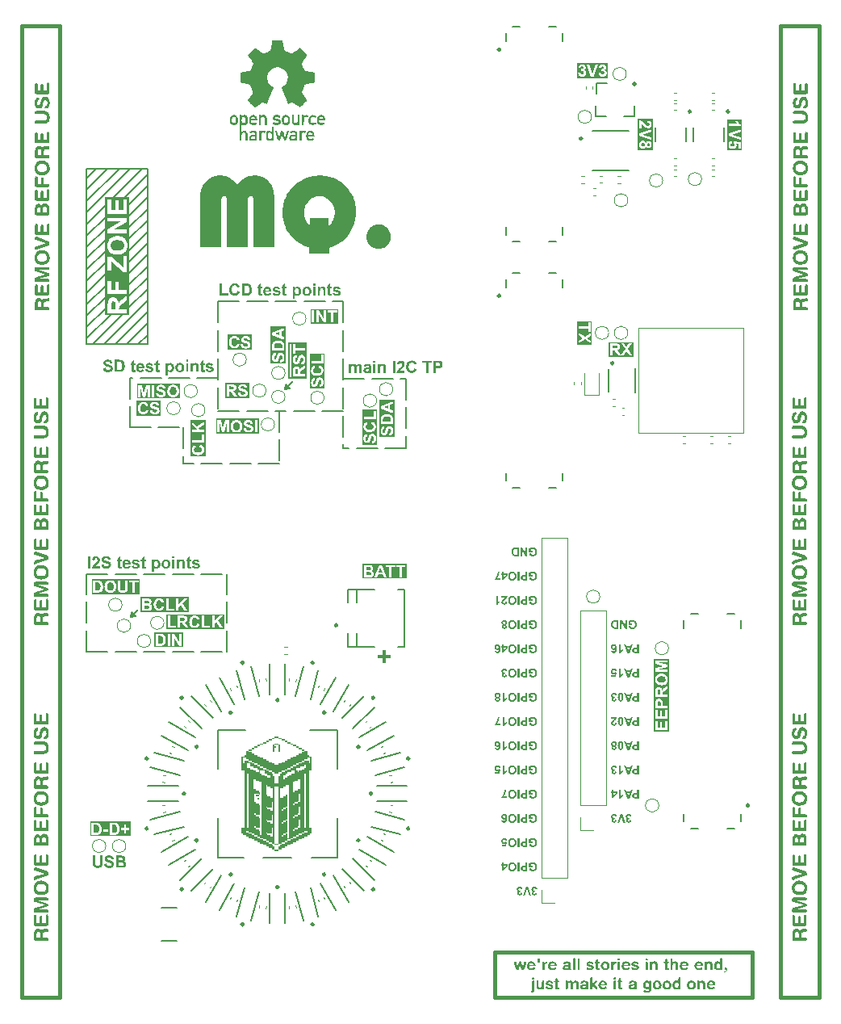
<source format=gbr>
%TF.GenerationSoftware,KiCad,Pcbnew,8.0.3*%
%TF.CreationDate,2024-06-12T08:46:35+02:00*%
%TF.ProjectId,EVT-PCB,4556542d-5043-4422-9e6b-696361645f70,rev?*%
%TF.SameCoordinates,PX3d6aa80PY9402a00*%
%TF.FileFunction,Legend,Top*%
%TF.FilePolarity,Positive*%
%FSLAX46Y46*%
G04 Gerber Fmt 4.6, Leading zero omitted, Abs format (unit mm)*
G04 Created by KiCad (PCBNEW 8.0.3) date 2024-06-12 08:46:35*
%MOMM*%
%LPD*%
G01*
G04 APERTURE LIST*
%ADD10C,0.200000*%
%ADD11C,0.400000*%
%ADD12C,0.250000*%
%ADD13C,0.150000*%
%ADD14C,0.180000*%
%ADD15C,0.254000*%
%ADD16C,0.120000*%
%ADD17C,0.100000*%
%ADD18C,0.000000*%
G04 APERTURE END LIST*
D10*
X28100000Y64300000D02*
X28600000Y64400000D01*
X13100000Y87400000D02*
X10050000Y84350000D01*
X27500000Y56500000D02*
X25300000Y56500000D01*
X24500000Y56500000D02*
X22300000Y56500000D01*
X21500000Y56500000D02*
X19300000Y56500000D01*
X18500000Y56500000D02*
X17400000Y56500000D01*
X13700000Y78400000D02*
X11700000Y76400000D01*
D11*
X80100000Y102400000D02*
X84100000Y102400000D01*
X84100000Y500000D01*
X80100000Y500000D01*
X80100000Y102400000D01*
D10*
X13700000Y74800000D02*
X11700000Y72800000D01*
X17400000Y60300000D02*
X17400000Y58100000D01*
X17400000Y57300000D02*
X17400000Y56500000D01*
X10300000Y69000000D02*
X13700000Y72400000D01*
X12000000Y40900000D02*
X12400000Y40500000D01*
X7300000Y36800000D02*
X9500000Y36800000D01*
X10300000Y36800000D02*
X12500000Y36800000D01*
X13300000Y36800000D02*
X15500000Y36800000D01*
X16300000Y36800000D02*
X18500000Y36800000D01*
X19300000Y36800000D02*
X21500000Y36800000D01*
X13700000Y77200000D02*
X11700000Y75200000D01*
X7300000Y79200000D02*
X9350000Y81250000D01*
X13700000Y84400000D02*
X11700000Y82400000D01*
X22000000Y36800000D02*
X22000000Y39000000D01*
X22000000Y39800000D02*
X22000000Y42000000D01*
X22000000Y42800000D02*
X22000000Y44900000D01*
X7300000Y44900000D02*
X9500000Y44900000D01*
X10300000Y44900000D02*
X12500000Y44900000D01*
X13300000Y44900000D02*
X15500000Y44900000D01*
X16300000Y44900000D02*
X18500000Y44900000D01*
X19300000Y44900000D02*
X21500000Y44900000D01*
X28100000Y64300000D02*
X28200000Y64800000D01*
X21100000Y62000000D02*
X23300000Y62000000D01*
X24100000Y62000000D02*
X26300000Y62000000D01*
X27100000Y62000000D02*
X27500000Y62000000D01*
X40800000Y58100000D02*
X38600000Y58100000D01*
X37800000Y58100000D02*
X35600000Y58100000D01*
X34800000Y58100000D02*
X34200000Y58100000D01*
X7300000Y72000000D02*
X9350000Y74050000D01*
X9100000Y69000000D02*
X13700000Y73600000D01*
D11*
X500000Y102400000D02*
X4500000Y102400000D01*
X4500000Y500000D01*
X500000Y500000D01*
X500000Y102400000D01*
D10*
X7300000Y80400000D02*
X9350000Y82450000D01*
X7300000Y75600000D02*
X9350000Y77650000D01*
X28200000Y64800000D02*
X28600000Y64400000D01*
X7900000Y69000000D02*
X11050000Y72150000D01*
X11500000Y69000000D02*
X13700000Y71200000D01*
X13700000Y69000000D02*
X13700000Y87400000D01*
X7300000Y84000000D02*
X10700000Y87400000D01*
X7300000Y74400000D02*
X9350000Y76450000D01*
X7300000Y69600000D02*
X9850000Y72150000D01*
X7300000Y81600000D02*
X9350000Y83650000D01*
X13700000Y82000000D02*
X11700000Y80000000D01*
X7300000Y78000000D02*
X9350000Y80050000D01*
X28100000Y64300000D02*
X28900000Y65100000D01*
X13700000Y83200000D02*
X11700000Y81200000D01*
X11800000Y65500000D02*
X11800000Y63300000D01*
X11800000Y62500000D02*
X11800000Y60300000D01*
X7300000Y76800000D02*
X9350000Y78850000D01*
X40800000Y65400000D02*
X40800000Y63200000D01*
X40800000Y62400000D02*
X40800000Y60200000D01*
X40800000Y59400000D02*
X40800000Y58100000D01*
X13700000Y79600000D02*
X11700000Y77600000D01*
X34200000Y73500000D02*
X34200000Y71300000D01*
X34200000Y70500000D02*
X34200000Y68300000D01*
X34200000Y67500000D02*
X34200000Y65300000D01*
X34200000Y64500000D02*
X34200000Y62300000D01*
X34200000Y61500000D02*
X34200000Y59300000D01*
X34200000Y58500000D02*
X34200000Y58100000D01*
X13700000Y76000000D02*
X11700000Y74000000D01*
X13700000Y69000000D02*
X7300000Y69000000D01*
X34200000Y65400000D02*
X36400000Y65400000D01*
X37200000Y65400000D02*
X39400000Y65400000D01*
X40200000Y65400000D02*
X40800000Y65400000D01*
X21100000Y65500000D02*
X18900000Y65500000D01*
X18100000Y65500000D02*
X15900000Y65500000D01*
X15100000Y65500000D02*
X12900000Y65500000D01*
X12100000Y65500000D02*
X11800000Y65500000D01*
X27500000Y62000000D02*
X27500000Y59800000D01*
X27500000Y59000000D02*
X27500000Y56800000D01*
X11800000Y60300000D02*
X14000000Y60300000D01*
X14800000Y60300000D02*
X17000000Y60300000D01*
X13700000Y80800000D02*
X11700000Y78800000D01*
X21100000Y73500000D02*
X21100000Y71300000D01*
X21100000Y70500000D02*
X21100000Y68300000D01*
X21100000Y67500000D02*
X21100000Y65300000D01*
X21100000Y64500000D02*
X21100000Y62300000D01*
X11900000Y40400000D02*
X12400000Y40500000D01*
X12700000Y69000000D02*
X13700000Y70000000D01*
X13700000Y86800000D02*
X11250000Y84350000D01*
X7300000Y70800000D02*
X9350000Y72850000D01*
X7300000Y73200000D02*
X9350000Y75250000D01*
X11900000Y40400000D02*
X12700000Y41200000D01*
X21100000Y73500000D02*
X23300000Y73500000D01*
X24100000Y73500000D02*
X26300000Y73500000D01*
X27100000Y73500000D02*
X29300000Y73500000D01*
X30100000Y73500000D02*
X32300000Y73500000D01*
X33100000Y73500000D02*
X34200000Y73500000D01*
X34200000Y62000000D02*
X32000000Y62000000D01*
X31200000Y62000000D02*
X29000000Y62000000D01*
X28200000Y62000000D02*
X27500000Y62000000D01*
X7300000Y86400000D02*
X8300000Y87400000D01*
X7300000Y36800000D02*
X7300000Y39000000D01*
X7300000Y39800000D02*
X7300000Y42000000D01*
X7300000Y42800000D02*
X7300000Y44900000D01*
X13700000Y85600000D02*
X11700000Y83600000D01*
D11*
X50100000Y5300000D02*
X77100000Y5300000D01*
X77100000Y500000D01*
X50100000Y500000D01*
X50100000Y5300000D01*
D10*
X7300000Y69000000D02*
X7300000Y87400000D01*
X11900000Y40400000D02*
X12000000Y40900000D01*
X13700000Y87400000D02*
X7300000Y87400000D01*
X7300000Y82850000D02*
X11850000Y87400000D01*
X7300000Y85200000D02*
X9500000Y87400000D01*
D12*
G36*
X38819849Y61439564D02*
G01*
X38885718Y61436320D01*
X38950606Y61428793D01*
X39016665Y61414019D01*
X39032215Y61409076D01*
X39089861Y61384557D01*
X39139091Y61347462D01*
X39169028Y61304766D01*
X39191604Y61245186D01*
X39196362Y61221648D01*
X39202373Y61157568D01*
X39203816Y61091313D01*
X39203816Y60901719D01*
X38363620Y60901719D01*
X38363620Y61015903D01*
X38363632Y61025515D01*
X38364586Y61095225D01*
X38367484Y61158366D01*
X38375833Y61224425D01*
X38376834Y61228865D01*
X38398578Y61289531D01*
X38435672Y61341967D01*
X38447207Y61353244D01*
X38500149Y61389755D01*
X38558404Y61414019D01*
X38584681Y61421495D01*
X38647209Y61432645D01*
X38714853Y61438347D01*
X38784023Y61439969D01*
X38819849Y61439564D01*
G37*
G36*
X38910724Y62234675D02*
G01*
X38461318Y62404729D01*
X38910724Y62578141D01*
X38910724Y62234675D01*
G37*
G36*
X39577178Y59278750D02*
G01*
X37990258Y59278750D01*
X37990258Y59922611D01*
X38129147Y59922611D01*
X38131266Y59861181D01*
X38138874Y59795913D01*
X38152017Y59735911D01*
X38173416Y59674704D01*
X38179109Y59662069D01*
X38212328Y59604508D01*
X38253479Y59556310D01*
X38302560Y59517473D01*
X38356638Y59488815D01*
X38418947Y59469550D01*
X38484215Y59463129D01*
X38521276Y59464942D01*
X38582666Y59476838D01*
X38639645Y59499837D01*
X38692211Y59533939D01*
X38740365Y59579144D01*
X38776353Y59627974D01*
X38805525Y59683190D01*
X38828809Y59739798D01*
X38850505Y59804971D01*
X38867371Y59865824D01*
X38872387Y59885224D01*
X38888403Y59946118D01*
X38905475Y60008395D01*
X38924158Y60069462D01*
X38940838Y60109588D01*
X38977891Y60160748D01*
X38992010Y60170978D01*
X39052691Y60187004D01*
X39065363Y60186456D01*
X39124217Y60167297D01*
X39172370Y60124722D01*
X39175506Y60120770D01*
X39205381Y60064141D01*
X39219322Y60003963D01*
X39223355Y59939708D01*
X39217810Y59871849D01*
X39198899Y59807949D01*
X39166569Y59755304D01*
X39159220Y59746973D01*
X39109848Y59707545D01*
X39051817Y59681094D01*
X38988882Y59664935D01*
X39008422Y59417639D01*
X39046980Y59423237D01*
X39107321Y59436587D01*
X39173256Y59459237D01*
X39232128Y59489123D01*
X39283938Y59526242D01*
X39328685Y59570596D01*
X39360260Y59613277D01*
X39391086Y59671638D01*
X39414206Y59737791D01*
X39427585Y59798871D01*
X39435613Y59865362D01*
X39438289Y59937265D01*
X39438109Y59957548D01*
X39434642Y60025212D01*
X39426764Y60087704D01*
X39412357Y60152791D01*
X39392188Y60211123D01*
X39376589Y60244254D01*
X39342500Y60297768D01*
X39300683Y60343409D01*
X39251138Y60381177D01*
X39239216Y60388460D01*
X39177994Y60417827D01*
X39114089Y60435448D01*
X39047500Y60441321D01*
X39032690Y60441125D01*
X38969731Y60435369D01*
X38906857Y60419627D01*
X38846305Y60390946D01*
X38794340Y60351942D01*
X38750527Y60303774D01*
X38717773Y60252033D01*
X38703125Y60221907D01*
X38679874Y60163875D01*
X38659717Y60103174D01*
X38642580Y60043772D01*
X38625571Y59977565D01*
X38611497Y59922919D01*
X38592269Y59857710D01*
X38570974Y59799321D01*
X38540391Y59744008D01*
X38524038Y59727445D01*
X38465592Y59706151D01*
X38440004Y59709338D01*
X38388655Y59746451D01*
X38363278Y59795317D01*
X38348434Y59855439D01*
X38344081Y59919863D01*
X38345530Y59958274D01*
X38357122Y60023762D01*
X38385297Y60081063D01*
X38402495Y60099893D01*
X38457067Y60133561D01*
X38519936Y60150978D01*
X38519936Y60405296D01*
X38466145Y60400607D01*
X38406182Y60387641D01*
X38342546Y60362395D01*
X38285718Y60326249D01*
X38235698Y60279205D01*
X38205002Y60238943D01*
X38175035Y60183073D01*
X38152559Y60118959D01*
X38139553Y60059234D01*
X38131749Y59993785D01*
X38129147Y59922611D01*
X37990258Y59922611D01*
X37990258Y61112073D01*
X38148687Y61112073D01*
X38148687Y61015903D01*
X38148687Y60647401D01*
X39418750Y60647401D01*
X39418750Y61125812D01*
X39418330Y61160116D01*
X39414971Y61223428D01*
X39407179Y61286215D01*
X39391883Y61350821D01*
X39387229Y61364685D01*
X39363514Y61422615D01*
X39331839Y61478428D01*
X39290522Y61529423D01*
X39285109Y61534860D01*
X39238087Y61575499D01*
X39184463Y61611062D01*
X39124237Y61641549D01*
X39066124Y61664062D01*
X39051759Y61668757D01*
X38990937Y61684509D01*
X38924734Y61695414D01*
X38862392Y61700980D01*
X38795930Y61702836D01*
X38752172Y61702192D01*
X38689879Y61698811D01*
X38622278Y61691204D01*
X38560140Y61679652D01*
X38495817Y61661620D01*
X38458674Y61647816D01*
X38396474Y61618310D01*
X38340263Y61582815D01*
X38290042Y61541330D01*
X38264962Y61515852D01*
X38226129Y61466122D01*
X38195410Y61411417D01*
X38172806Y61351737D01*
X38162254Y61305846D01*
X38153986Y61243042D01*
X38149841Y61177283D01*
X38148687Y61112073D01*
X37990258Y61112073D01*
X37990258Y62542115D01*
X38148687Y62542115D01*
X38148687Y62404729D01*
X38148687Y62273448D01*
X39418750Y61783131D01*
X39418750Y62052714D01*
X39125658Y62156517D01*
X39125658Y62659962D01*
X39418750Y62769872D01*
X39418750Y63046171D01*
X38148687Y62542115D01*
X37990258Y62542115D01*
X37990258Y63185060D01*
X39577178Y63185060D01*
X39577178Y59278750D01*
G37*
G36*
X23029309Y60855497D02*
G01*
X23093303Y60847370D01*
X23159177Y60825417D01*
X23217304Y60789954D01*
X23261810Y60747842D01*
X23267652Y60740997D01*
X23303351Y60686972D01*
X23329963Y60622253D01*
X23345540Y60558268D01*
X23354442Y60486426D01*
X23356760Y60420556D01*
X23356665Y60406792D01*
X23353336Y60341219D01*
X23343064Y60269674D01*
X23325944Y60205922D01*
X23297317Y60141393D01*
X23259368Y60087470D01*
X23246981Y60074050D01*
X23200262Y60033897D01*
X23140466Y60000996D01*
X23073838Y59981948D01*
X23009935Y59976645D01*
X22991137Y59977081D01*
X22928614Y59985484D01*
X22863384Y60008181D01*
X22804794Y60044846D01*
X22758975Y60088386D01*
X22747034Y60102801D01*
X22711306Y60159695D01*
X22688194Y60216439D01*
X22672015Y60280546D01*
X22662770Y60352015D01*
X22660362Y60417198D01*
X22660456Y60430847D01*
X22663743Y60495848D01*
X22673886Y60566706D01*
X22690791Y60629771D01*
X22719060Y60693499D01*
X22756533Y60746620D01*
X22768793Y60759856D01*
X22822603Y60804258D01*
X22884045Y60834999D01*
X22944068Y60850689D01*
X23009935Y60855919D01*
X23029309Y60855497D01*
G37*
G36*
X25361970Y59622822D02*
G01*
X20850852Y59622822D01*
X20850852Y59781250D01*
X20989741Y59781250D01*
X21225741Y59781250D01*
X21225741Y60781120D01*
X21474869Y59781250D01*
X21719417Y59781250D01*
X21969460Y60781120D01*
X21969460Y59781250D01*
X22205460Y59781250D01*
X22205460Y60408649D01*
X22398412Y60408649D01*
X22398574Y60389885D01*
X22402459Y60317364D01*
X22411525Y60248897D01*
X22425772Y60184485D01*
X22445199Y60124128D01*
X22476769Y60054384D01*
X22516433Y59990975D01*
X22564192Y59933902D01*
X22618808Y59884296D01*
X22679044Y59843098D01*
X22744901Y59810308D01*
X22816377Y59785925D01*
X22877605Y59772473D01*
X22942430Y59764402D01*
X23010851Y59761711D01*
X23078414Y59764416D01*
X23142494Y59772530D01*
X23203092Y59786054D01*
X23273942Y59810566D01*
X23339352Y59843531D01*
X23399320Y59884948D01*
X23453846Y59934818D01*
X23473921Y59956978D01*
X23518442Y60016937D01*
X23554868Y60083410D01*
X23578181Y60141280D01*
X23592882Y60191578D01*
X23746022Y60191578D01*
X23751620Y60153020D01*
X23764970Y60092679D01*
X23787621Y60026744D01*
X23817506Y59967872D01*
X23854625Y59916062D01*
X23898979Y59871315D01*
X23941660Y59839740D01*
X24000021Y59808914D01*
X24066174Y59785794D01*
X24127254Y59772415D01*
X24193746Y59764387D01*
X24265649Y59761711D01*
X24285931Y59761891D01*
X24353595Y59765358D01*
X24416087Y59773236D01*
X24452292Y59781250D01*
X24969068Y59781250D01*
X25223081Y59781250D01*
X25223081Y61051313D01*
X24969068Y61051313D01*
X24969068Y59781250D01*
X24452292Y59781250D01*
X24481174Y59787643D01*
X24539506Y59807812D01*
X24572638Y59823411D01*
X24626151Y59857500D01*
X24671792Y59899317D01*
X24709560Y59948862D01*
X24716843Y59960784D01*
X24746211Y60022006D01*
X24763831Y60085911D01*
X24769705Y60152500D01*
X24769508Y60167310D01*
X24763752Y60230269D01*
X24748010Y60293143D01*
X24719330Y60353695D01*
X24680325Y60405660D01*
X24632157Y60449473D01*
X24580417Y60482227D01*
X24550290Y60496875D01*
X24492259Y60520126D01*
X24431557Y60540283D01*
X24372155Y60557420D01*
X24305949Y60574429D01*
X24251303Y60588503D01*
X24186093Y60607731D01*
X24127704Y60629026D01*
X24072391Y60659609D01*
X24055829Y60675962D01*
X24034534Y60734408D01*
X24037722Y60759996D01*
X24074834Y60811345D01*
X24123700Y60836722D01*
X24183822Y60851566D01*
X24248246Y60855919D01*
X24286657Y60854470D01*
X24352145Y60842878D01*
X24409447Y60814703D01*
X24428276Y60797505D01*
X24461944Y60742933D01*
X24479361Y60680064D01*
X24733679Y60680064D01*
X24728991Y60733855D01*
X24716025Y60793818D01*
X24690778Y60857454D01*
X24654632Y60914282D01*
X24607589Y60964302D01*
X24567327Y60994998D01*
X24511456Y61024965D01*
X24447342Y61047441D01*
X24387617Y61060447D01*
X24322168Y61068251D01*
X24250994Y61070853D01*
X24189564Y61068734D01*
X24124296Y61061126D01*
X24064294Y61047983D01*
X24003087Y61026584D01*
X23990452Y61020891D01*
X23932892Y60987672D01*
X23884693Y60946521D01*
X23845856Y60897440D01*
X23817198Y60843362D01*
X23797934Y60781053D01*
X23791512Y60715785D01*
X23793325Y60678724D01*
X23805221Y60617334D01*
X23828220Y60560355D01*
X23862322Y60507789D01*
X23907527Y60459635D01*
X23956357Y60423647D01*
X24011574Y60394475D01*
X24068181Y60371191D01*
X24133354Y60349495D01*
X24194208Y60332629D01*
X24213607Y60327613D01*
X24274501Y60311597D01*
X24336778Y60294525D01*
X24397845Y60275842D01*
X24437971Y60259162D01*
X24489131Y60222109D01*
X24499361Y60207990D01*
X24515387Y60147309D01*
X24514839Y60134637D01*
X24495680Y60075783D01*
X24453105Y60027630D01*
X24449153Y60024494D01*
X24392524Y59994619D01*
X24332346Y59980678D01*
X24268091Y59976645D01*
X24200232Y59982190D01*
X24136332Y60001101D01*
X24083688Y60033431D01*
X24075356Y60040780D01*
X24035928Y60090152D01*
X24009477Y60148183D01*
X23993318Y60211118D01*
X23746022Y60191578D01*
X23592882Y60191578D01*
X23596313Y60203318D01*
X23609265Y60269526D01*
X23617036Y60339904D01*
X23619626Y60414450D01*
X23618974Y60452578D01*
X23613755Y60525651D01*
X23603318Y60594478D01*
X23587661Y60659059D01*
X23566786Y60719395D01*
X23540692Y60775485D01*
X23500736Y60839627D01*
X23452625Y60897135D01*
X23397717Y60947181D01*
X23337367Y60988744D01*
X23271576Y61021825D01*
X23200344Y61046424D01*
X23139441Y61059995D01*
X23075055Y61068138D01*
X23007187Y61070853D01*
X22988131Y61070657D01*
X22923631Y61066892D01*
X22862550Y61058335D01*
X22796929Y61042688D01*
X22735772Y61020783D01*
X22730271Y61018416D01*
X22671530Y60987266D01*
X22620946Y60950809D01*
X22573046Y60906599D01*
X22563894Y60896942D01*
X22521783Y60846292D01*
X22485755Y60791707D01*
X22455809Y60733187D01*
X22433444Y60672786D01*
X22416573Y60606454D01*
X22406483Y60544877D01*
X22400430Y60478942D01*
X22398657Y60417198D01*
X22398412Y60408649D01*
X22205460Y60408649D01*
X22205460Y61051313D01*
X21824441Y61051313D01*
X21598517Y60184862D01*
X21370150Y61051313D01*
X20989741Y61051313D01*
X20989741Y59781250D01*
X20850852Y59781250D01*
X20850852Y61209742D01*
X25361970Y61209742D01*
X25361970Y59622822D01*
G37*
G36*
X27419849Y69139564D02*
G01*
X27485718Y69136320D01*
X27550606Y69128793D01*
X27616665Y69114019D01*
X27632215Y69109076D01*
X27689861Y69084557D01*
X27739091Y69047462D01*
X27769028Y69004766D01*
X27791604Y68945186D01*
X27796362Y68921648D01*
X27802373Y68857568D01*
X27803816Y68791313D01*
X27803816Y68601719D01*
X26963620Y68601719D01*
X26963620Y68715903D01*
X26963632Y68725515D01*
X26964586Y68795225D01*
X26967484Y68858366D01*
X26975833Y68924425D01*
X26976834Y68928865D01*
X26998578Y68989531D01*
X27035672Y69041967D01*
X27047207Y69053244D01*
X27100149Y69089755D01*
X27158404Y69114019D01*
X27184681Y69121495D01*
X27247209Y69132645D01*
X27314853Y69138347D01*
X27384023Y69139969D01*
X27419849Y69139564D01*
G37*
G36*
X27510724Y69934675D02*
G01*
X27061318Y70104729D01*
X27510724Y70278141D01*
X27510724Y69934675D01*
G37*
G36*
X28177178Y66978750D02*
G01*
X26590258Y66978750D01*
X26590258Y67622611D01*
X26729147Y67622611D01*
X26731266Y67561181D01*
X26738874Y67495913D01*
X26752017Y67435911D01*
X26773416Y67374704D01*
X26779109Y67362069D01*
X26812328Y67304508D01*
X26853479Y67256310D01*
X26902560Y67217473D01*
X26956638Y67188815D01*
X27018947Y67169550D01*
X27084215Y67163129D01*
X27121276Y67164942D01*
X27182666Y67176838D01*
X27239645Y67199837D01*
X27292211Y67233939D01*
X27340365Y67279144D01*
X27376353Y67327974D01*
X27405525Y67383190D01*
X27428809Y67439798D01*
X27450505Y67504971D01*
X27467371Y67565824D01*
X27472387Y67585224D01*
X27488403Y67646118D01*
X27505475Y67708395D01*
X27524158Y67769462D01*
X27540838Y67809588D01*
X27577891Y67860748D01*
X27592010Y67870978D01*
X27652691Y67887004D01*
X27665363Y67886456D01*
X27724217Y67867297D01*
X27772370Y67824722D01*
X27775506Y67820770D01*
X27805381Y67764141D01*
X27819322Y67703963D01*
X27823355Y67639708D01*
X27817810Y67571849D01*
X27798899Y67507949D01*
X27766569Y67455304D01*
X27759220Y67446973D01*
X27709848Y67407545D01*
X27651817Y67381094D01*
X27588882Y67364935D01*
X27608422Y67117639D01*
X27646980Y67123237D01*
X27707321Y67136587D01*
X27773256Y67159237D01*
X27832128Y67189123D01*
X27883938Y67226242D01*
X27928685Y67270596D01*
X27960260Y67313277D01*
X27991086Y67371638D01*
X28014206Y67437791D01*
X28027585Y67498871D01*
X28035613Y67565362D01*
X28038289Y67637265D01*
X28038109Y67657548D01*
X28034642Y67725212D01*
X28026764Y67787704D01*
X28012357Y67852791D01*
X27992188Y67911123D01*
X27976589Y67944254D01*
X27942500Y67997768D01*
X27900683Y68043409D01*
X27851138Y68081177D01*
X27839216Y68088460D01*
X27777994Y68117827D01*
X27714089Y68135448D01*
X27647500Y68141321D01*
X27632690Y68141125D01*
X27569731Y68135369D01*
X27506857Y68119627D01*
X27446305Y68090946D01*
X27394340Y68051942D01*
X27350527Y68003774D01*
X27317773Y67952033D01*
X27303125Y67921907D01*
X27279874Y67863875D01*
X27259717Y67803174D01*
X27242580Y67743772D01*
X27225571Y67677565D01*
X27211497Y67622919D01*
X27192269Y67557710D01*
X27170974Y67499321D01*
X27140391Y67444008D01*
X27124038Y67427445D01*
X27065592Y67406151D01*
X27040004Y67409338D01*
X26988655Y67446451D01*
X26963278Y67495317D01*
X26948434Y67555439D01*
X26944081Y67619863D01*
X26945530Y67658274D01*
X26957122Y67723762D01*
X26985297Y67781063D01*
X27002495Y67799893D01*
X27057067Y67833561D01*
X27119936Y67850978D01*
X27119936Y68105296D01*
X27066145Y68100607D01*
X27006182Y68087641D01*
X26942546Y68062395D01*
X26885718Y68026249D01*
X26835698Y67979205D01*
X26805002Y67938943D01*
X26775035Y67883073D01*
X26752559Y67818959D01*
X26739553Y67759234D01*
X26731749Y67693785D01*
X26729147Y67622611D01*
X26590258Y67622611D01*
X26590258Y68812073D01*
X26748687Y68812073D01*
X26748687Y68715903D01*
X26748687Y68347401D01*
X28018750Y68347401D01*
X28018750Y68825812D01*
X28018330Y68860116D01*
X28014971Y68923428D01*
X28007179Y68986215D01*
X27991883Y69050821D01*
X27987229Y69064685D01*
X27963514Y69122615D01*
X27931839Y69178428D01*
X27890522Y69229423D01*
X27885109Y69234860D01*
X27838087Y69275499D01*
X27784463Y69311062D01*
X27724237Y69341549D01*
X27666124Y69364062D01*
X27651759Y69368757D01*
X27590937Y69384509D01*
X27524734Y69395414D01*
X27462392Y69400980D01*
X27395930Y69402836D01*
X27352172Y69402192D01*
X27289879Y69398811D01*
X27222278Y69391204D01*
X27160140Y69379652D01*
X27095817Y69361620D01*
X27058674Y69347816D01*
X26996474Y69318310D01*
X26940263Y69282815D01*
X26890042Y69241330D01*
X26864962Y69215852D01*
X26826129Y69166122D01*
X26795410Y69111417D01*
X26772806Y69051737D01*
X26762254Y69005846D01*
X26753986Y68943042D01*
X26749841Y68877283D01*
X26748687Y68812073D01*
X26590258Y68812073D01*
X26590258Y70242115D01*
X26748687Y70242115D01*
X26748687Y70104729D01*
X26748687Y69973448D01*
X28018750Y69483131D01*
X28018750Y69752714D01*
X27725658Y69856517D01*
X27725658Y70359962D01*
X28018750Y70469872D01*
X28018750Y70746171D01*
X26748687Y70242115D01*
X26590258Y70242115D01*
X26590258Y70885060D01*
X28177178Y70885060D01*
X28177178Y66978750D01*
G37*
D10*
G36*
X54086284Y27055859D02*
G01*
X54086284Y26901107D01*
X53691709Y26901107D01*
X53691709Y27268644D01*
X53728174Y27298636D01*
X53767418Y27323544D01*
X53807032Y27343986D01*
X53851568Y27363166D01*
X53858332Y27365803D01*
X53906169Y27382077D01*
X53954280Y27394354D01*
X54002664Y27402634D01*
X54051322Y27406916D01*
X54079249Y27407569D01*
X54131300Y27405459D01*
X54180785Y27399130D01*
X54227704Y27388581D01*
X54272058Y27373813D01*
X54313846Y27354825D01*
X54327205Y27347558D01*
X54365007Y27323246D01*
X54399116Y27295317D01*
X54434241Y27258162D01*
X54460346Y27222397D01*
X54482757Y27183015D01*
X54486133Y27176100D01*
X54504212Y27133537D01*
X54518550Y27089598D01*
X54529148Y27044284D01*
X54536005Y26997594D01*
X54539122Y26949528D01*
X54539330Y26933200D01*
X54537243Y26880905D01*
X54530983Y26830851D01*
X54520551Y26783038D01*
X54505945Y26737466D01*
X54487166Y26694135D01*
X54479979Y26680189D01*
X54455790Y26640460D01*
X54427737Y26604362D01*
X54395821Y26571897D01*
X54360040Y26543064D01*
X54320395Y26517863D01*
X54306322Y26510270D01*
X54260036Y26490458D01*
X54215186Y26477767D01*
X54166276Y26469409D01*
X54121121Y26465694D01*
X54089361Y26464987D01*
X54038413Y26466812D01*
X53991082Y26472286D01*
X53947369Y26481409D01*
X53899687Y26497174D01*
X53857214Y26518194D01*
X53825799Y26539725D01*
X53792568Y26569761D01*
X53764098Y26603816D01*
X53740389Y26641889D01*
X53721440Y26683981D01*
X53707251Y26730092D01*
X53703579Y26746355D01*
X53885369Y26774491D01*
X53900628Y26732644D01*
X53925049Y26693406D01*
X53957470Y26661285D01*
X53996857Y26637631D01*
X54042478Y26623796D01*
X54089361Y26619739D01*
X54139514Y26623431D01*
X54184955Y26634507D01*
X54225683Y26652968D01*
X54261699Y26678812D01*
X54280163Y26696895D01*
X54307743Y26734142D01*
X54328549Y26778562D01*
X54340991Y26822347D01*
X54348457Y26871401D01*
X54350876Y26916306D01*
X54350945Y26925727D01*
X54349196Y26974838D01*
X54343947Y27019957D01*
X54333030Y27068828D01*
X54317074Y27111951D01*
X54292091Y27154993D01*
X54279284Y27171044D01*
X54245712Y27202907D01*
X54207890Y27226943D01*
X54165818Y27243154D01*
X54119497Y27251539D01*
X54091120Y27252817D01*
X54044432Y27249007D01*
X54001206Y27238729D01*
X53975935Y27229736D01*
X53934863Y27211034D01*
X53895531Y27187634D01*
X53876577Y27173682D01*
X53876577Y27055859D01*
X54086284Y27055859D01*
G37*
G36*
X53528384Y26479055D02*
G01*
X53234706Y26479055D01*
X53185344Y26479388D01*
X53133618Y26480666D01*
X53083624Y26483368D01*
X53035730Y26488758D01*
X53017086Y26492684D01*
X52975208Y26507850D01*
X52937364Y26530598D01*
X52903554Y26560926D01*
X52886514Y26581051D01*
X52861118Y26622529D01*
X52845521Y26664683D01*
X52836491Y26711810D01*
X52833977Y26757126D01*
X52834119Y26759764D01*
X53022581Y26759764D01*
X53029836Y26715415D01*
X53051598Y26679530D01*
X53086832Y26652598D01*
X53125237Y26639962D01*
X53170481Y26635545D01*
X53216797Y26634102D01*
X53256908Y26633808D01*
X53345275Y26633808D01*
X53345275Y26887039D01*
X53245038Y26887039D01*
X53195441Y26886173D01*
X53150352Y26883130D01*
X53105238Y26874867D01*
X53100397Y26873190D01*
X53060967Y26849422D01*
X53043244Y26829226D01*
X53025487Y26788079D01*
X53022581Y26759764D01*
X52834119Y26759764D01*
X52836377Y26801778D01*
X52844671Y26846497D01*
X52860639Y26889738D01*
X52864312Y26896930D01*
X52889351Y26936034D01*
X52921639Y26970652D01*
X52941249Y26985957D01*
X52979403Y27008620D01*
X53021141Y27024993D01*
X53036210Y27028822D01*
X53082883Y27035661D01*
X53128475Y27039308D01*
X53174386Y27041170D01*
X53225914Y27041791D01*
X53345275Y27041791D01*
X53345275Y27393500D01*
X53528384Y27393500D01*
X53528384Y26479055D01*
G37*
G36*
X52694173Y27393500D02*
G01*
X52694173Y26479055D01*
X52511284Y26479055D01*
X52511284Y27393500D01*
X52694173Y27393500D01*
G37*
G36*
X51984183Y27405632D02*
G01*
X52030856Y27399820D01*
X52074940Y27390135D01*
X52126403Y27372579D01*
X52173820Y27348970D01*
X52217190Y27319307D01*
X52256514Y27283591D01*
X52290900Y27242499D01*
X52319458Y27196844D01*
X52342188Y27146629D01*
X52356176Y27103171D01*
X52366434Y27056795D01*
X52372961Y27007499D01*
X52375759Y26955283D01*
X52375875Y26941773D01*
X52374422Y26891163D01*
X52370064Y26843690D01*
X52362800Y26799354D01*
X52350652Y26751595D01*
X52334549Y26708106D01*
X52312988Y26665971D01*
X52287048Y26626670D01*
X52256728Y26590203D01*
X52250139Y26583249D01*
X52215651Y26551419D01*
X52179230Y26525169D01*
X52136937Y26502741D01*
X52132976Y26501037D01*
X52088943Y26485265D01*
X52041696Y26473999D01*
X51997718Y26467839D01*
X51951278Y26465128D01*
X51937557Y26464987D01*
X51888692Y26466941D01*
X51842334Y26472804D01*
X51798484Y26482576D01*
X51747197Y26500287D01*
X51699828Y26524105D01*
X51656376Y26554031D01*
X51616842Y26590064D01*
X51582202Y26631470D01*
X51553434Y26677652D01*
X51534646Y26718037D01*
X51519616Y26761478D01*
X51508343Y26807977D01*
X51500828Y26857532D01*
X51497071Y26910144D01*
X51496676Y26933200D01*
X51685865Y26933200D01*
X51687534Y26885774D01*
X51693943Y26834048D01*
X51705159Y26787979D01*
X51724319Y26741381D01*
X51750022Y26702483D01*
X51754228Y26697555D01*
X51786273Y26667234D01*
X51828124Y26641701D01*
X51875553Y26625895D01*
X51921630Y26620043D01*
X51935579Y26619739D01*
X51983003Y26623505D01*
X52026220Y26634802D01*
X52070458Y26656935D01*
X52109201Y26688905D01*
X52118028Y26698434D01*
X52145008Y26736682D01*
X52165362Y26782565D01*
X52177534Y26827973D01*
X52184837Y26878990D01*
X52187203Y26925791D01*
X52187271Y26935618D01*
X52185538Y26982550D01*
X52178881Y27034008D01*
X52167232Y27080165D01*
X52150592Y27121020D01*
X52124867Y27161984D01*
X52116270Y27172363D01*
X52083280Y27203712D01*
X52041095Y27230110D01*
X51994130Y27246453D01*
X51949113Y27252502D01*
X51935579Y27252817D01*
X51889569Y27248998D01*
X51841597Y27235284D01*
X51798543Y27211595D01*
X51764906Y27182685D01*
X51755987Y27173022D01*
X51728664Y27134198D01*
X51708052Y27087737D01*
X51695726Y27041835D01*
X51688330Y26990323D01*
X51685933Y26943111D01*
X51685865Y26933200D01*
X51496676Y26933200D01*
X51496601Y26937597D01*
X51498466Y26991270D01*
X51504061Y27041942D01*
X51513386Y27089612D01*
X51526441Y27134279D01*
X51543227Y27175945D01*
X51569454Y27223806D01*
X51601509Y27266977D01*
X51615963Y27282932D01*
X51655222Y27318838D01*
X51698399Y27348658D01*
X51745493Y27372393D01*
X51796506Y27390042D01*
X51840136Y27399779D01*
X51886274Y27405621D01*
X51934919Y27407569D01*
X51984183Y27405632D01*
G37*
G36*
X50952990Y27393500D02*
G01*
X51126646Y27393500D01*
X51126646Y26731847D01*
X51163537Y26765876D01*
X51202824Y26796411D01*
X51244506Y26823454D01*
X51288584Y26847004D01*
X51335058Y26867061D01*
X51351081Y26872970D01*
X51351081Y26704149D01*
X51307469Y26686727D01*
X51266237Y26664513D01*
X51228009Y26639570D01*
X51203363Y26621498D01*
X51166598Y26589679D01*
X51136099Y26555332D01*
X51111864Y26518458D01*
X51093893Y26479055D01*
X50952990Y26479055D01*
X50952990Y27393500D01*
G37*
G36*
X50432357Y27403813D02*
G01*
X50478707Y27392546D01*
X50521610Y27373767D01*
X50561067Y27347476D01*
X50597077Y27313674D01*
X50608314Y27300737D01*
X50633772Y27263945D01*
X50654914Y27220478D01*
X50671742Y27170334D01*
X50682097Y27125412D01*
X50689691Y27076217D01*
X50694524Y27022749D01*
X50696595Y26965009D01*
X50696681Y26949907D01*
X50695872Y26904271D01*
X50692274Y26847240D01*
X50685798Y26794571D01*
X50676444Y26746264D01*
X50664211Y26702319D01*
X50644873Y26653523D01*
X50621037Y26611541D01*
X50604577Y26589624D01*
X50568106Y26552048D01*
X50527771Y26522246D01*
X50483572Y26500219D01*
X50435509Y26485966D01*
X50383582Y26479487D01*
X50365415Y26479055D01*
X50315983Y26482820D01*
X50271003Y26494113D01*
X50230474Y26512935D01*
X50194396Y26539286D01*
X50163621Y26572808D01*
X50139002Y26613145D01*
X50122508Y26654029D01*
X50110727Y26700131D01*
X50108227Y26714261D01*
X50276388Y26732286D01*
X50287489Y26688542D01*
X50308482Y26657988D01*
X50349248Y26636665D01*
X50375966Y26633808D01*
X50420812Y26643527D01*
X50456652Y26669957D01*
X50468949Y26684586D01*
X50489969Y26726703D01*
X50502829Y26775544D01*
X50510165Y26821011D01*
X50515523Y26874050D01*
X50516870Y26893413D01*
X50482468Y26859850D01*
X50444110Y26835876D01*
X50401795Y26821491D01*
X50355523Y26816697D01*
X50309412Y26820578D01*
X50266289Y26832222D01*
X50226152Y26851629D01*
X50189003Y26878799D01*
X50169117Y26897810D01*
X50138882Y26935472D01*
X50116073Y26977679D01*
X50100690Y27024430D01*
X50093415Y27068119D01*
X50091521Y27107077D01*
X50092047Y27116089D01*
X50261441Y27116089D01*
X50265545Y27069309D01*
X50280977Y27026280D01*
X50296172Y27006400D01*
X50332342Y26981313D01*
X50376144Y26971585D01*
X50382561Y26971449D01*
X50426166Y26978790D01*
X50465225Y27002806D01*
X50467411Y27004861D01*
X50492182Y27042935D01*
X50501383Y27087183D01*
X50501922Y27102900D01*
X50497325Y27148448D01*
X50480036Y27192298D01*
X50463014Y27213909D01*
X50426824Y27240506D01*
X50383286Y27252475D01*
X50373988Y27252817D01*
X50329694Y27244848D01*
X50293534Y27220943D01*
X50270498Y27181920D01*
X50262224Y27137834D01*
X50261441Y27116089D01*
X50092047Y27116089D01*
X50094388Y27156209D01*
X50102989Y27201554D01*
X50120271Y27249671D01*
X50145358Y27292634D01*
X50173073Y27325357D01*
X50210972Y27357391D01*
X50253310Y27381556D01*
X50300086Y27397854D01*
X50343713Y27405562D01*
X50382561Y27407569D01*
X50432357Y27403813D01*
G37*
D12*
G36*
X34808077Y66930854D02*
G01*
X35030643Y66930854D01*
X35030643Y66806290D01*
X35077008Y66855262D01*
X35126571Y66894103D01*
X35188437Y66926610D01*
X35254656Y66945327D01*
X35314881Y66950393D01*
X35377335Y66945542D01*
X35437628Y66929336D01*
X35466922Y66915894D01*
X35518847Y66879195D01*
X35559111Y66832979D01*
X35572557Y66812091D01*
X35618997Y66859317D01*
X35668098Y66896583D01*
X35702311Y66915894D01*
X35760380Y66938231D01*
X35821472Y66949180D01*
X35850689Y66950393D01*
X35916101Y66945523D01*
X35979148Y66929101D01*
X36020743Y66909177D01*
X36071455Y66869588D01*
X36110478Y66817302D01*
X36124546Y66788887D01*
X36140755Y66729268D01*
X36147600Y66667086D01*
X36149581Y66598989D01*
X36149581Y66012500D01*
X35908086Y66012500D01*
X35908086Y66543423D01*
X35906521Y66606449D01*
X35900164Y66668005D01*
X35883051Y66722026D01*
X35837439Y66763000D01*
X35780163Y66774538D01*
X35719079Y66762254D01*
X35684603Y66743092D01*
X35642282Y66698345D01*
X35620184Y66650585D01*
X35607533Y66589582D01*
X35602191Y66526816D01*
X35600645Y66458549D01*
X35600645Y66012500D01*
X35359455Y66012500D01*
X35359455Y66521747D01*
X35358654Y66583514D01*
X35354935Y66648814D01*
X35346632Y66696686D01*
X35314779Y66748801D01*
X35306638Y66755304D01*
X35247390Y66774069D01*
X35233365Y66774538D01*
X35171001Y66763667D01*
X35132920Y66743703D01*
X35088814Y66697869D01*
X35068806Y66655470D01*
X35055658Y66590429D01*
X35050774Y66526155D01*
X35049572Y66464044D01*
X35049572Y66012500D01*
X34808077Y66012500D01*
X34808077Y66930854D01*
G37*
G36*
X36805211Y66948552D02*
G01*
X36871743Y66941941D01*
X36934230Y66928755D01*
X36978785Y66911925D01*
X37031479Y66880154D01*
X37076241Y66835709D01*
X37089916Y66814228D01*
X37109636Y66756082D01*
X37118454Y66694158D01*
X37121994Y66625937D01*
X37122278Y66597157D01*
X37119530Y66313835D01*
X37120448Y66250852D01*
X37124062Y66187516D01*
X37131132Y66135538D01*
X37147771Y66076080D01*
X37172520Y66016595D01*
X37174485Y66012500D01*
X36936043Y66012500D01*
X36917029Y66072135D01*
X36912840Y66086995D01*
X36904291Y66116609D01*
X36856607Y66074506D01*
X36802235Y66038777D01*
X36771789Y66023797D01*
X36713123Y66003832D01*
X36651233Y65994045D01*
X36621580Y65992961D01*
X36554929Y65997808D01*
X36488841Y66014847D01*
X36432171Y66044154D01*
X36399624Y66070508D01*
X36360367Y66117389D01*
X36331817Y66177126D01*
X36319683Y66237772D01*
X36318414Y66266818D01*
X36320430Y66286968D01*
X36559909Y66286968D01*
X36577802Y66226846D01*
X36597766Y66203621D01*
X36653079Y66173710D01*
X36693937Y66168816D01*
X36757745Y66178967D01*
X36814793Y66206923D01*
X36818501Y66209421D01*
X36861387Y66253595D01*
X36875898Y66285137D01*
X36884244Y66346483D01*
X36885362Y66396878D01*
X36885362Y66442368D01*
X36825447Y66426263D01*
X36762778Y66412281D01*
X36738511Y66407258D01*
X36677681Y66393477D01*
X36618566Y66373690D01*
X36607231Y66367569D01*
X36566563Y66321201D01*
X36559909Y66286968D01*
X36320430Y66286968D01*
X36324510Y66327748D01*
X36344713Y66387053D01*
X36355355Y66406647D01*
X36393348Y66455058D01*
X36442677Y66492366D01*
X36458853Y66500986D01*
X36517057Y66524328D01*
X36578219Y66542008D01*
X36643104Y66556543D01*
X36650889Y66558078D01*
X36719920Y66572017D01*
X36786648Y66587411D01*
X36846207Y66604045D01*
X36885362Y66618223D01*
X36885362Y66642952D01*
X36876738Y66703860D01*
X36850863Y66744313D01*
X36793075Y66768753D01*
X36727308Y66774509D01*
X36721414Y66774538D01*
X36657830Y66766327D01*
X36620664Y66748587D01*
X36580999Y66700764D01*
X36562351Y66657302D01*
X36343449Y66696380D01*
X36365240Y66756907D01*
X36397692Y66814963D01*
X36438548Y66862394D01*
X36470455Y66888111D01*
X36528195Y66918218D01*
X36591116Y66936708D01*
X36655125Y66946500D01*
X36716642Y66950150D01*
X36738511Y66950393D01*
X36805211Y66948552D01*
G37*
G36*
X37355225Y67067630D02*
G01*
X37355225Y67282563D01*
X37596720Y67282563D01*
X37596720Y67067630D01*
X37355225Y67067630D01*
G37*
G36*
X37355225Y66012500D02*
G01*
X37355225Y66930854D01*
X37596720Y66930854D01*
X37596720Y66012500D01*
X37355225Y66012500D01*
G37*
G36*
X38670778Y66012500D02*
G01*
X38429588Y66012500D01*
X38429588Y66486637D01*
X38428615Y66555254D01*
X38425193Y66616573D01*
X38414975Y66678550D01*
X38414017Y66681421D01*
X38381980Y66734805D01*
X38363948Y66750114D01*
X38306661Y66772606D01*
X38280294Y66774538D01*
X38217176Y66764629D01*
X38167637Y66739428D01*
X38123551Y66695900D01*
X38099249Y66646616D01*
X38087389Y66583559D01*
X38082720Y66520954D01*
X38081003Y66452289D01*
X38080931Y66433209D01*
X38080931Y66012500D01*
X37839741Y66012500D01*
X37839741Y66930854D01*
X38063834Y66930854D01*
X38063834Y66796825D01*
X38110767Y66849014D01*
X38162037Y66890406D01*
X38217643Y66920999D01*
X38277585Y66940795D01*
X38341863Y66949793D01*
X38364253Y66950393D01*
X38426927Y66945606D01*
X38489237Y66929745D01*
X38510188Y66921389D01*
X38565187Y66890710D01*
X38610327Y66847506D01*
X38641883Y66793152D01*
X38657344Y66745534D01*
X38666986Y66681430D01*
X38670450Y66614497D01*
X38670778Y66582502D01*
X38670778Y66012500D01*
G37*
G36*
X39390073Y66012500D02*
G01*
X39390073Y67282563D01*
X39644085Y67282563D01*
X39644085Y66012500D01*
X39390073Y66012500D01*
G37*
G36*
X40645481Y66246974D02*
G01*
X40645481Y66012500D01*
X39799485Y66012500D01*
X39809789Y66074706D01*
X39826962Y66135233D01*
X39851005Y66194080D01*
X39881917Y66251248D01*
X39918384Y66304190D01*
X39959850Y66355173D01*
X40001604Y66401611D01*
X40049903Y66451642D01*
X40104745Y66505265D01*
X40153332Y66550751D01*
X40201289Y66595504D01*
X40250691Y66642931D01*
X40297094Y66689608D01*
X40338981Y66735925D01*
X40353611Y66754999D01*
X40383936Y66810383D01*
X40400994Y66869801D01*
X40403375Y66901544D01*
X40395077Y66964464D01*
X40365272Y67019057D01*
X40360022Y67024582D01*
X40304654Y67058171D01*
X40240343Y67067630D01*
X40176203Y67057701D01*
X40122870Y67025225D01*
X40120054Y67022445D01*
X40086516Y66966935D01*
X40071568Y66903595D01*
X40068457Y66872235D01*
X39827878Y66896049D01*
X39836800Y66957785D01*
X39853430Y67024332D01*
X39876521Y67082657D01*
X39911627Y67140311D01*
X39955527Y67186775D01*
X39962517Y67192499D01*
X40014908Y67227592D01*
X40072704Y67254066D01*
X40135906Y67271921D01*
X40204513Y67281156D01*
X40246144Y67282563D01*
X40313181Y67279043D01*
X40374615Y67268481D01*
X40439206Y67247260D01*
X40496172Y67216456D01*
X40538930Y67182424D01*
X40580447Y67136394D01*
X40615410Y67078029D01*
X40637053Y67013519D01*
X40645065Y66952033D01*
X40645481Y66933601D01*
X40641188Y66871291D01*
X40628308Y66811213D01*
X40614951Y66772401D01*
X40587073Y66714083D01*
X40552768Y66658740D01*
X40518475Y66612117D01*
X40475627Y66563573D01*
X40430531Y66518150D01*
X40381120Y66471286D01*
X40360327Y66452138D01*
X40314375Y66409921D01*
X40267057Y66365431D01*
X40222073Y66320610D01*
X40215614Y66313530D01*
X40177720Y66265322D01*
X40166154Y66246974D01*
X40645481Y66246974D01*
G37*
G36*
X41662447Y66500986D02*
G01*
X41908827Y66422828D01*
X41889248Y66360377D01*
X41866001Y66303158D01*
X41833265Y66241402D01*
X41795247Y66187181D01*
X41751949Y66140494D01*
X41720150Y66113556D01*
X41668304Y66079213D01*
X41611457Y66051975D01*
X41549608Y66031843D01*
X41482757Y66018816D01*
X41410904Y66012895D01*
X41385842Y66012500D01*
X41324572Y66015153D01*
X41251901Y66025928D01*
X41183583Y66044991D01*
X41119619Y66072344D01*
X41060007Y66107984D01*
X41004748Y66151913D01*
X40973682Y66182249D01*
X40927243Y66238337D01*
X40888674Y66300507D01*
X40857977Y66368759D01*
X40839086Y66427740D01*
X40825233Y66490613D01*
X40816418Y66557379D01*
X40812639Y66628038D01*
X40812482Y66646311D01*
X40815015Y66721988D01*
X40822614Y66793314D01*
X40835280Y66860290D01*
X40853011Y66922916D01*
X40875809Y66981191D01*
X40911430Y67047916D01*
X40954967Y67107844D01*
X40974598Y67129912D01*
X41027844Y67179517D01*
X41086070Y67220715D01*
X41149274Y67253506D01*
X41217458Y67277888D01*
X41290620Y67293863D01*
X41352735Y67300589D01*
X41401413Y67302103D01*
X41471512Y67298570D01*
X41537362Y67287971D01*
X41598964Y67270305D01*
X41656317Y67245574D01*
X41709422Y67213776D01*
X41758278Y67174913D01*
X41776631Y67157389D01*
X41816854Y67109838D01*
X41851735Y67052975D01*
X41877873Y66995582D01*
X41899921Y66931059D01*
X41905469Y66911314D01*
X41653899Y66872235D01*
X41632840Y66935719D01*
X41600310Y66989318D01*
X41560781Y67029467D01*
X41508478Y67062319D01*
X41448959Y67081534D01*
X41388590Y67087169D01*
X41321957Y67080948D01*
X41261889Y67062287D01*
X41208384Y67031184D01*
X41161444Y66987640D01*
X41123376Y66930148D01*
X41098989Y66867163D01*
X41084714Y66803758D01*
X41076557Y66731658D01*
X41074433Y66664934D01*
X41076527Y66594318D01*
X41082810Y66530350D01*
X41095880Y66462365D01*
X41114982Y66403955D01*
X41144891Y66347909D01*
X41160223Y66327879D01*
X41206343Y66283934D01*
X41258912Y66252545D01*
X41317931Y66233712D01*
X41383400Y66227434D01*
X41449730Y66235227D01*
X41509351Y66258604D01*
X41557728Y66293380D01*
X41599308Y66341990D01*
X41629847Y66398383D01*
X41651519Y66458566D01*
X41662447Y66500986D01*
G37*
G36*
X42889157Y66012500D02*
G01*
X42889157Y67067630D01*
X42515771Y67067630D01*
X42515771Y67282563D01*
X43515945Y67282563D01*
X43515945Y67067630D01*
X43143475Y67067630D01*
X43143475Y66012500D01*
X42889157Y66012500D01*
G37*
G36*
X44150842Y67282101D02*
G01*
X44222684Y67280327D01*
X44292120Y67276574D01*
X44358640Y67269088D01*
X44384534Y67263634D01*
X44442698Y67242570D01*
X44495259Y67210977D01*
X44542217Y67168854D01*
X44565884Y67140902D01*
X44601156Y67083294D01*
X44622819Y67024747D01*
X44635360Y66959293D01*
X44638852Y66896354D01*
X44635519Y66834337D01*
X44623998Y66772227D01*
X44601822Y66712170D01*
X44596720Y66702181D01*
X44561944Y66647871D01*
X44517099Y66599790D01*
X44489863Y66578533D01*
X44436872Y66547057D01*
X44378902Y66524317D01*
X44357972Y66518999D01*
X44293149Y66509500D01*
X44229827Y66504434D01*
X44166062Y66501848D01*
X44094495Y66500986D01*
X43928715Y66500986D01*
X43928715Y66012500D01*
X43674398Y66012500D01*
X43674398Y66715920D01*
X43928715Y66715920D01*
X44067934Y66715920D01*
X44136818Y66717122D01*
X44199442Y66721348D01*
X44262100Y66732825D01*
X44268824Y66735154D01*
X44323587Y66768165D01*
X44348203Y66796215D01*
X44372865Y66853364D01*
X44376901Y66892691D01*
X44366826Y66954286D01*
X44336601Y67004126D01*
X44287665Y67041532D01*
X44234324Y67059081D01*
X44171485Y67065217D01*
X44107157Y67067221D01*
X44051448Y67067630D01*
X43928715Y67067630D01*
X43928715Y66715920D01*
X43674398Y66715920D01*
X43674398Y67282563D01*
X44082283Y67282563D01*
X44150842Y67282101D01*
G37*
G36*
X10063285Y18636368D02*
G01*
X10132994Y18635414D01*
X10196136Y18632516D01*
X10262195Y18624167D01*
X10266635Y18623166D01*
X10327300Y18601422D01*
X10379736Y18564328D01*
X10391014Y18552793D01*
X10427525Y18499851D01*
X10451788Y18441596D01*
X10459264Y18415319D01*
X10470415Y18352791D01*
X10476117Y18285147D01*
X10477739Y18215977D01*
X10477333Y18180151D01*
X10474089Y18114282D01*
X10466563Y18049394D01*
X10451788Y17983335D01*
X10446845Y17967785D01*
X10422326Y17910139D01*
X10385232Y17860909D01*
X10342536Y17830972D01*
X10282955Y17808396D01*
X10259418Y17803638D01*
X10195337Y17797627D01*
X10129082Y17796184D01*
X9939489Y17796184D01*
X9939489Y18636380D01*
X10053672Y18636380D01*
X10063285Y18636368D01*
G37*
G36*
X11912947Y17442361D02*
G01*
X9546282Y17442361D01*
X9546282Y17796184D01*
X9685171Y17796184D01*
X9685171Y17581250D01*
X10163581Y17581250D01*
X10197885Y17581670D01*
X10261198Y17585029D01*
X10323985Y17592821D01*
X10388590Y17608117D01*
X10402454Y17612771D01*
X10460385Y17636486D01*
X10516198Y17668161D01*
X10567193Y17709478D01*
X10572629Y17714891D01*
X10613268Y17761913D01*
X10648831Y17815537D01*
X10679319Y17875763D01*
X10701832Y17933876D01*
X10706527Y17948241D01*
X10722279Y18009063D01*
X10733184Y18075266D01*
X10738750Y18137608D01*
X10740605Y18204070D01*
X10739961Y18247828D01*
X10736901Y18304209D01*
X10893868Y18304209D01*
X10893868Y18089276D01*
X11223595Y18089276D01*
X11223595Y17757105D01*
X11443414Y17757105D01*
X11443414Y18089276D01*
X11774058Y18089276D01*
X11774058Y18304209D01*
X11443414Y18304209D01*
X11443414Y18636380D01*
X11223595Y18636380D01*
X11223595Y18304209D01*
X10893868Y18304209D01*
X10736901Y18304209D01*
X10736580Y18310121D01*
X10728973Y18377722D01*
X10717421Y18439860D01*
X10699389Y18504183D01*
X10685585Y18541326D01*
X10656079Y18603526D01*
X10620584Y18659737D01*
X10579100Y18709958D01*
X10553621Y18735038D01*
X10503891Y18773871D01*
X10449186Y18804590D01*
X10389506Y18827194D01*
X10343615Y18837746D01*
X10280812Y18846014D01*
X10215052Y18850159D01*
X10149843Y18851313D01*
X9685171Y18851313D01*
X9685171Y17796184D01*
X9546282Y17796184D01*
X9546282Y18990202D01*
X11912947Y18990202D01*
X11912947Y17442361D01*
G37*
G36*
X14899363Y38436368D02*
G01*
X14969072Y38435414D01*
X15032214Y38432516D01*
X15098273Y38424167D01*
X15102713Y38423166D01*
X15163378Y38401422D01*
X15215814Y38364328D01*
X15227092Y38352793D01*
X15263603Y38299851D01*
X15287866Y38241596D01*
X15295342Y38215319D01*
X15306493Y38152791D01*
X15312195Y38085147D01*
X15313817Y38015977D01*
X15313411Y37980151D01*
X15310167Y37914282D01*
X15302641Y37849394D01*
X15287866Y37783335D01*
X15282923Y37767785D01*
X15258404Y37710139D01*
X15221310Y37660909D01*
X15178614Y37630972D01*
X15119033Y37608396D01*
X15095496Y37603638D01*
X15031415Y37597627D01*
X14965160Y37596184D01*
X14775567Y37596184D01*
X14775567Y38436380D01*
X14889750Y38436380D01*
X14899363Y38436368D01*
G37*
G36*
X17410923Y37242361D02*
G01*
X14382360Y37242361D01*
X14382360Y37596184D01*
X14521249Y37596184D01*
X14521249Y37381250D01*
X14999659Y37381250D01*
X15777268Y37381250D01*
X16031280Y37381250D01*
X16273691Y37381250D01*
X16509691Y37381250D01*
X16509691Y38226636D01*
X17017105Y37381250D01*
X17272034Y37381250D01*
X17272034Y38651313D01*
X17036034Y38651313D01*
X17036034Y37793105D01*
X16520987Y38651313D01*
X16273691Y38651313D01*
X16273691Y37381250D01*
X16031280Y37381250D01*
X16031280Y38651313D01*
X15777268Y38651313D01*
X15777268Y37381250D01*
X14999659Y37381250D01*
X15033963Y37381670D01*
X15097276Y37385029D01*
X15160063Y37392821D01*
X15224668Y37408117D01*
X15238532Y37412771D01*
X15296463Y37436486D01*
X15352276Y37468161D01*
X15403271Y37509478D01*
X15408707Y37514891D01*
X15449346Y37561913D01*
X15484909Y37615537D01*
X15515397Y37675763D01*
X15537910Y37733876D01*
X15542605Y37748241D01*
X15558357Y37809063D01*
X15569262Y37875266D01*
X15574828Y37937608D01*
X15576683Y38004070D01*
X15576039Y38047828D01*
X15572658Y38110121D01*
X15565051Y38177722D01*
X15553499Y38239860D01*
X15535467Y38304183D01*
X15521663Y38341326D01*
X15492157Y38403526D01*
X15456662Y38459737D01*
X15415178Y38509958D01*
X15389699Y38535038D01*
X15339969Y38573871D01*
X15285264Y38604590D01*
X15225584Y38627194D01*
X15179693Y38637746D01*
X15116890Y38646014D01*
X15051130Y38650159D01*
X14985921Y38651313D01*
X14521249Y38651313D01*
X14521249Y37596184D01*
X14382360Y37596184D01*
X14382360Y38790202D01*
X17410923Y38790202D01*
X17410923Y37242361D01*
G37*
D13*
G36*
X54086284Y19435859D02*
G01*
X54086284Y19281107D01*
X53691709Y19281107D01*
X53691709Y19648644D01*
X53728174Y19678636D01*
X53767418Y19703544D01*
X53807032Y19723986D01*
X53851568Y19743166D01*
X53858332Y19745803D01*
X53906169Y19762077D01*
X53954280Y19774354D01*
X54002664Y19782634D01*
X54051322Y19786916D01*
X54079249Y19787569D01*
X54131300Y19785459D01*
X54180785Y19779130D01*
X54227704Y19768581D01*
X54272058Y19753813D01*
X54313846Y19734825D01*
X54327205Y19727558D01*
X54365007Y19703246D01*
X54399116Y19675317D01*
X54434241Y19638162D01*
X54460346Y19602397D01*
X54482757Y19563015D01*
X54486133Y19556100D01*
X54504212Y19513537D01*
X54518550Y19469598D01*
X54529148Y19424284D01*
X54536005Y19377594D01*
X54539122Y19329528D01*
X54539330Y19313200D01*
X54537243Y19260905D01*
X54530983Y19210851D01*
X54520551Y19163038D01*
X54505945Y19117466D01*
X54487166Y19074135D01*
X54479979Y19060189D01*
X54455790Y19020460D01*
X54427737Y18984362D01*
X54395821Y18951897D01*
X54360040Y18923064D01*
X54320395Y18897863D01*
X54306322Y18890270D01*
X54260036Y18870458D01*
X54215186Y18857767D01*
X54166276Y18849409D01*
X54121121Y18845694D01*
X54089361Y18844987D01*
X54038413Y18846812D01*
X53991082Y18852286D01*
X53947369Y18861409D01*
X53899687Y18877174D01*
X53857214Y18898194D01*
X53825799Y18919725D01*
X53792568Y18949761D01*
X53764098Y18983816D01*
X53740389Y19021889D01*
X53721440Y19063981D01*
X53707251Y19110092D01*
X53703579Y19126355D01*
X53885369Y19154491D01*
X53900628Y19112644D01*
X53925049Y19073406D01*
X53957470Y19041285D01*
X53996857Y19017631D01*
X54042478Y19003796D01*
X54089361Y18999739D01*
X54139514Y19003431D01*
X54184955Y19014507D01*
X54225683Y19032968D01*
X54261699Y19058812D01*
X54280163Y19076895D01*
X54307743Y19114142D01*
X54328549Y19158562D01*
X54340991Y19202347D01*
X54348457Y19251401D01*
X54350876Y19296306D01*
X54350945Y19305727D01*
X54349196Y19354838D01*
X54343947Y19399957D01*
X54333030Y19448828D01*
X54317074Y19491951D01*
X54292091Y19534993D01*
X54279284Y19551044D01*
X54245712Y19582907D01*
X54207890Y19606943D01*
X54165818Y19623154D01*
X54119497Y19631539D01*
X54091120Y19632817D01*
X54044432Y19629007D01*
X54001206Y19618729D01*
X53975935Y19609736D01*
X53934863Y19591034D01*
X53895531Y19567634D01*
X53876577Y19553682D01*
X53876577Y19435859D01*
X54086284Y19435859D01*
G37*
G36*
X53528384Y18859055D02*
G01*
X53234706Y18859055D01*
X53185344Y18859388D01*
X53133618Y18860666D01*
X53083624Y18863368D01*
X53035730Y18868758D01*
X53017086Y18872684D01*
X52975208Y18887850D01*
X52937364Y18910598D01*
X52903554Y18940926D01*
X52886514Y18961051D01*
X52861118Y19002529D01*
X52845521Y19044683D01*
X52836491Y19091810D01*
X52833977Y19137126D01*
X52834119Y19139764D01*
X53022581Y19139764D01*
X53029836Y19095415D01*
X53051598Y19059530D01*
X53086832Y19032598D01*
X53125237Y19019962D01*
X53170481Y19015545D01*
X53216797Y19014102D01*
X53256908Y19013808D01*
X53345275Y19013808D01*
X53345275Y19267039D01*
X53245038Y19267039D01*
X53195441Y19266173D01*
X53150352Y19263130D01*
X53105238Y19254867D01*
X53100397Y19253190D01*
X53060967Y19229422D01*
X53043244Y19209226D01*
X53025487Y19168079D01*
X53022581Y19139764D01*
X52834119Y19139764D01*
X52836377Y19181778D01*
X52844671Y19226497D01*
X52860639Y19269738D01*
X52864312Y19276930D01*
X52889351Y19316034D01*
X52921639Y19350652D01*
X52941249Y19365957D01*
X52979403Y19388620D01*
X53021141Y19404993D01*
X53036210Y19408822D01*
X53082883Y19415661D01*
X53128475Y19419308D01*
X53174386Y19421170D01*
X53225914Y19421791D01*
X53345275Y19421791D01*
X53345275Y19773500D01*
X53528384Y19773500D01*
X53528384Y18859055D01*
G37*
G36*
X52694173Y19773500D02*
G01*
X52694173Y18859055D01*
X52511284Y18859055D01*
X52511284Y19773500D01*
X52694173Y19773500D01*
G37*
G36*
X51984183Y19785632D02*
G01*
X52030856Y19779820D01*
X52074940Y19770135D01*
X52126403Y19752579D01*
X52173820Y19728970D01*
X52217190Y19699307D01*
X52256514Y19663591D01*
X52290900Y19622499D01*
X52319458Y19576844D01*
X52342188Y19526629D01*
X52356176Y19483171D01*
X52366434Y19436795D01*
X52372961Y19387499D01*
X52375759Y19335283D01*
X52375875Y19321773D01*
X52374422Y19271163D01*
X52370064Y19223690D01*
X52362800Y19179354D01*
X52350652Y19131595D01*
X52334549Y19088106D01*
X52312988Y19045971D01*
X52287048Y19006670D01*
X52256728Y18970203D01*
X52250139Y18963249D01*
X52215651Y18931419D01*
X52179230Y18905169D01*
X52136937Y18882741D01*
X52132976Y18881037D01*
X52088943Y18865265D01*
X52041696Y18853999D01*
X51997718Y18847839D01*
X51951278Y18845128D01*
X51937557Y18844987D01*
X51888692Y18846941D01*
X51842334Y18852804D01*
X51798484Y18862576D01*
X51747197Y18880287D01*
X51699828Y18904105D01*
X51656376Y18934031D01*
X51616842Y18970064D01*
X51582202Y19011470D01*
X51553434Y19057652D01*
X51534646Y19098037D01*
X51519616Y19141478D01*
X51508343Y19187977D01*
X51500828Y19237532D01*
X51497071Y19290144D01*
X51496676Y19313200D01*
X51685865Y19313200D01*
X51687534Y19265774D01*
X51693943Y19214048D01*
X51705159Y19167979D01*
X51724319Y19121381D01*
X51750022Y19082483D01*
X51754228Y19077555D01*
X51786273Y19047234D01*
X51828124Y19021701D01*
X51875553Y19005895D01*
X51921630Y19000043D01*
X51935579Y18999739D01*
X51983003Y19003505D01*
X52026220Y19014802D01*
X52070458Y19036935D01*
X52109201Y19068905D01*
X52118028Y19078434D01*
X52145008Y19116682D01*
X52165362Y19162565D01*
X52177534Y19207973D01*
X52184837Y19258990D01*
X52187203Y19305791D01*
X52187271Y19315618D01*
X52185538Y19362550D01*
X52178881Y19414008D01*
X52167232Y19460165D01*
X52150592Y19501020D01*
X52124867Y19541984D01*
X52116270Y19552363D01*
X52083280Y19583712D01*
X52041095Y19610110D01*
X51994130Y19626453D01*
X51949113Y19632502D01*
X51935579Y19632817D01*
X51889569Y19628998D01*
X51841597Y19615284D01*
X51798543Y19591595D01*
X51764906Y19562685D01*
X51755987Y19553022D01*
X51728664Y19514198D01*
X51708052Y19467737D01*
X51695726Y19421835D01*
X51688330Y19370323D01*
X51685933Y19323111D01*
X51685865Y19313200D01*
X51496676Y19313200D01*
X51496601Y19317597D01*
X51498466Y19371270D01*
X51504061Y19421942D01*
X51513386Y19469612D01*
X51526441Y19514279D01*
X51543227Y19555945D01*
X51569454Y19603806D01*
X51601509Y19646977D01*
X51615963Y19662932D01*
X51655222Y19698838D01*
X51698399Y19728658D01*
X51745493Y19752393D01*
X51796506Y19770042D01*
X51840136Y19779779D01*
X51886274Y19785621D01*
X51934919Y19787569D01*
X51984183Y19785632D01*
G37*
G36*
X51133139Y19783813D02*
G01*
X51179489Y19772546D01*
X51222392Y19753767D01*
X51261849Y19727476D01*
X51297858Y19693674D01*
X51309096Y19680737D01*
X51334553Y19643945D01*
X51355696Y19600478D01*
X51372523Y19550334D01*
X51382879Y19505412D01*
X51390473Y19456217D01*
X51395305Y19402749D01*
X51397377Y19345009D01*
X51397463Y19329907D01*
X51396653Y19284271D01*
X51393056Y19227240D01*
X51386579Y19174571D01*
X51377225Y19126264D01*
X51364993Y19082319D01*
X51345654Y19033523D01*
X51321819Y18991541D01*
X51305359Y18969624D01*
X51268888Y18932048D01*
X51228553Y18902246D01*
X51184354Y18880219D01*
X51136291Y18865966D01*
X51084364Y18859487D01*
X51066196Y18859055D01*
X51016765Y18862820D01*
X50971784Y18874113D01*
X50931255Y18892935D01*
X50895177Y18919286D01*
X50864403Y18952808D01*
X50839783Y18993145D01*
X50823290Y19034029D01*
X50811509Y19080131D01*
X50809009Y19094261D01*
X50977170Y19112286D01*
X50988271Y19068542D01*
X51009263Y19037988D01*
X51050029Y19016665D01*
X51076748Y19013808D01*
X51121593Y19023527D01*
X51157434Y19049957D01*
X51169731Y19064586D01*
X51190751Y19106703D01*
X51203610Y19155544D01*
X51210947Y19201011D01*
X51216305Y19254050D01*
X51217651Y19273413D01*
X51183250Y19239850D01*
X51144891Y19215876D01*
X51102576Y19201491D01*
X51056304Y19196697D01*
X51010194Y19200578D01*
X50967070Y19212222D01*
X50926934Y19231629D01*
X50889785Y19258799D01*
X50869898Y19277810D01*
X50839663Y19315472D01*
X50816854Y19357679D01*
X50801471Y19404430D01*
X50794197Y19448119D01*
X50792302Y19487077D01*
X50792828Y19496089D01*
X50962222Y19496089D01*
X50966326Y19449309D01*
X50981758Y19406280D01*
X50996953Y19386400D01*
X51033124Y19361313D01*
X51076925Y19351585D01*
X51083342Y19351449D01*
X51126947Y19358790D01*
X51166006Y19382806D01*
X51168192Y19384861D01*
X51192964Y19422935D01*
X51202164Y19467183D01*
X51202704Y19482900D01*
X51198106Y19528448D01*
X51180818Y19572298D01*
X51163796Y19593909D01*
X51127606Y19620506D01*
X51084068Y19632475D01*
X51074769Y19632817D01*
X51030476Y19624848D01*
X50994316Y19600943D01*
X50971280Y19561920D01*
X50963006Y19517834D01*
X50962222Y19496089D01*
X50792828Y19496089D01*
X50795169Y19536209D01*
X50803771Y19581554D01*
X50821053Y19629671D01*
X50846140Y19672634D01*
X50873855Y19705357D01*
X50911754Y19737391D01*
X50954091Y19761556D01*
X51000868Y19777854D01*
X51044495Y19785562D01*
X51083342Y19787569D01*
X51133139Y19783813D01*
G37*
G36*
X54086284Y42295859D02*
G01*
X54086284Y42141107D01*
X53691709Y42141107D01*
X53691709Y42508644D01*
X53728174Y42538636D01*
X53767418Y42563544D01*
X53807032Y42583986D01*
X53851568Y42603166D01*
X53858332Y42605803D01*
X53906169Y42622077D01*
X53954280Y42634354D01*
X54002664Y42642634D01*
X54051322Y42646916D01*
X54079249Y42647569D01*
X54131300Y42645459D01*
X54180785Y42639130D01*
X54227704Y42628581D01*
X54272058Y42613813D01*
X54313846Y42594825D01*
X54327205Y42587558D01*
X54365007Y42563246D01*
X54399116Y42535317D01*
X54434241Y42498162D01*
X54460346Y42462397D01*
X54482757Y42423015D01*
X54486133Y42416100D01*
X54504212Y42373537D01*
X54518550Y42329598D01*
X54529148Y42284284D01*
X54536005Y42237594D01*
X54539122Y42189528D01*
X54539330Y42173200D01*
X54537243Y42120905D01*
X54530983Y42070851D01*
X54520551Y42023038D01*
X54505945Y41977466D01*
X54487166Y41934135D01*
X54479979Y41920189D01*
X54455790Y41880460D01*
X54427737Y41844362D01*
X54395821Y41811897D01*
X54360040Y41783064D01*
X54320395Y41757863D01*
X54306322Y41750270D01*
X54260036Y41730458D01*
X54215186Y41717767D01*
X54166276Y41709409D01*
X54121121Y41705694D01*
X54089361Y41704987D01*
X54038413Y41706812D01*
X53991082Y41712286D01*
X53947369Y41721409D01*
X53899687Y41737174D01*
X53857214Y41758194D01*
X53825799Y41779725D01*
X53792568Y41809761D01*
X53764098Y41843816D01*
X53740389Y41881889D01*
X53721440Y41923981D01*
X53707251Y41970092D01*
X53703579Y41986355D01*
X53885369Y42014491D01*
X53900628Y41972644D01*
X53925049Y41933406D01*
X53957470Y41901285D01*
X53996857Y41877631D01*
X54042478Y41863796D01*
X54089361Y41859739D01*
X54139514Y41863431D01*
X54184955Y41874507D01*
X54225683Y41892968D01*
X54261699Y41918812D01*
X54280163Y41936895D01*
X54307743Y41974142D01*
X54328549Y42018562D01*
X54340991Y42062347D01*
X54348457Y42111401D01*
X54350876Y42156306D01*
X54350945Y42165727D01*
X54349196Y42214838D01*
X54343947Y42259957D01*
X54333030Y42308828D01*
X54317074Y42351951D01*
X54292091Y42394993D01*
X54279284Y42411044D01*
X54245712Y42442907D01*
X54207890Y42466943D01*
X54165818Y42483154D01*
X54119497Y42491539D01*
X54091120Y42492817D01*
X54044432Y42489007D01*
X54001206Y42478729D01*
X53975935Y42469736D01*
X53934863Y42451034D01*
X53895531Y42427634D01*
X53876577Y42413682D01*
X53876577Y42295859D01*
X54086284Y42295859D01*
G37*
G36*
X53528384Y41719055D02*
G01*
X53234706Y41719055D01*
X53185344Y41719388D01*
X53133618Y41720666D01*
X53083624Y41723368D01*
X53035730Y41728758D01*
X53017086Y41732684D01*
X52975208Y41747850D01*
X52937364Y41770598D01*
X52903554Y41800926D01*
X52886514Y41821051D01*
X52861118Y41862529D01*
X52845521Y41904683D01*
X52836491Y41951810D01*
X52833977Y41997126D01*
X52834119Y41999764D01*
X53022581Y41999764D01*
X53029836Y41955415D01*
X53051598Y41919530D01*
X53086832Y41892598D01*
X53125237Y41879962D01*
X53170481Y41875545D01*
X53216797Y41874102D01*
X53256908Y41873808D01*
X53345275Y41873808D01*
X53345275Y42127039D01*
X53245038Y42127039D01*
X53195441Y42126173D01*
X53150352Y42123130D01*
X53105238Y42114867D01*
X53100397Y42113190D01*
X53060967Y42089422D01*
X53043244Y42069226D01*
X53025487Y42028079D01*
X53022581Y41999764D01*
X52834119Y41999764D01*
X52836377Y42041778D01*
X52844671Y42086497D01*
X52860639Y42129738D01*
X52864312Y42136930D01*
X52889351Y42176034D01*
X52921639Y42210652D01*
X52941249Y42225957D01*
X52979403Y42248620D01*
X53021141Y42264993D01*
X53036210Y42268822D01*
X53082883Y42275661D01*
X53128475Y42279308D01*
X53174386Y42281170D01*
X53225914Y42281791D01*
X53345275Y42281791D01*
X53345275Y42633500D01*
X53528384Y42633500D01*
X53528384Y41719055D01*
G37*
G36*
X52694173Y42633500D02*
G01*
X52694173Y41719055D01*
X52511284Y41719055D01*
X52511284Y42633500D01*
X52694173Y42633500D01*
G37*
G36*
X51984183Y42645632D02*
G01*
X52030856Y42639820D01*
X52074940Y42630135D01*
X52126403Y42612579D01*
X52173820Y42588970D01*
X52217190Y42559307D01*
X52256514Y42523591D01*
X52290900Y42482499D01*
X52319458Y42436844D01*
X52342188Y42386629D01*
X52356176Y42343171D01*
X52366434Y42296795D01*
X52372961Y42247499D01*
X52375759Y42195283D01*
X52375875Y42181773D01*
X52374422Y42131163D01*
X52370064Y42083690D01*
X52362800Y42039354D01*
X52350652Y41991595D01*
X52334549Y41948106D01*
X52312988Y41905971D01*
X52287048Y41866670D01*
X52256728Y41830203D01*
X52250139Y41823249D01*
X52215651Y41791419D01*
X52179230Y41765169D01*
X52136937Y41742741D01*
X52132976Y41741037D01*
X52088943Y41725265D01*
X52041696Y41713999D01*
X51997718Y41707839D01*
X51951278Y41705128D01*
X51937557Y41704987D01*
X51888692Y41706941D01*
X51842334Y41712804D01*
X51798484Y41722576D01*
X51747197Y41740287D01*
X51699828Y41764105D01*
X51656376Y41794031D01*
X51616842Y41830064D01*
X51582202Y41871470D01*
X51553434Y41917652D01*
X51534646Y41958037D01*
X51519616Y42001478D01*
X51508343Y42047977D01*
X51500828Y42097532D01*
X51497071Y42150144D01*
X51496676Y42173200D01*
X51685865Y42173200D01*
X51687534Y42125774D01*
X51693943Y42074048D01*
X51705159Y42027979D01*
X51724319Y41981381D01*
X51750022Y41942483D01*
X51754228Y41937555D01*
X51786273Y41907234D01*
X51828124Y41881701D01*
X51875553Y41865895D01*
X51921630Y41860043D01*
X51935579Y41859739D01*
X51983003Y41863505D01*
X52026220Y41874802D01*
X52070458Y41896935D01*
X52109201Y41928905D01*
X52118028Y41938434D01*
X52145008Y41976682D01*
X52165362Y42022565D01*
X52177534Y42067973D01*
X52184837Y42118990D01*
X52187203Y42165791D01*
X52187271Y42175618D01*
X52185538Y42222550D01*
X52178881Y42274008D01*
X52167232Y42320165D01*
X52150592Y42361020D01*
X52124867Y42401984D01*
X52116270Y42412363D01*
X52083280Y42443712D01*
X52041095Y42470110D01*
X51994130Y42486453D01*
X51949113Y42492502D01*
X51935579Y42492817D01*
X51889569Y42488998D01*
X51841597Y42475284D01*
X51798543Y42451595D01*
X51764906Y42422685D01*
X51755987Y42413022D01*
X51728664Y42374198D01*
X51708052Y42327737D01*
X51695726Y42281835D01*
X51688330Y42230323D01*
X51685933Y42183111D01*
X51685865Y42173200D01*
X51496676Y42173200D01*
X51496601Y42177597D01*
X51498466Y42231270D01*
X51504061Y42281942D01*
X51513386Y42329612D01*
X51526441Y42374279D01*
X51543227Y42415945D01*
X51569454Y42463806D01*
X51601509Y42506977D01*
X51615963Y42522932D01*
X51655222Y42558838D01*
X51698399Y42588658D01*
X51745493Y42612393D01*
X51796506Y42630042D01*
X51840136Y42639779D01*
X51886274Y42645621D01*
X51934919Y42647569D01*
X51984183Y42645632D01*
G37*
G36*
X50810767Y42464680D02*
G01*
X50810767Y42633500D01*
X51419884Y42633500D01*
X51412465Y42588712D01*
X51400101Y42545133D01*
X51382790Y42502763D01*
X51360533Y42461602D01*
X51334277Y42423484D01*
X51304421Y42386776D01*
X51274358Y42353341D01*
X51239584Y42317319D01*
X51200097Y42278710D01*
X51165115Y42245960D01*
X51130586Y42213738D01*
X51095016Y42179590D01*
X51061606Y42145983D01*
X51031447Y42112635D01*
X51020914Y42098902D01*
X50999080Y42059025D01*
X50986798Y42016244D01*
X50985083Y41993389D01*
X50991058Y41948086D01*
X51012518Y41908780D01*
X51016297Y41904802D01*
X51056163Y41880618D01*
X51102466Y41873808D01*
X51148648Y41880956D01*
X51187047Y41904339D01*
X51189075Y41906341D01*
X51213222Y41946307D01*
X51223984Y41991913D01*
X51226224Y42014491D01*
X51399441Y41997346D01*
X51393017Y41952896D01*
X51381044Y41904982D01*
X51364419Y41862988D01*
X51339142Y41821477D01*
X51307534Y41788023D01*
X51302501Y41783902D01*
X51264780Y41758634D01*
X51223166Y41739573D01*
X51177661Y41726718D01*
X51128264Y41720069D01*
X51098290Y41719055D01*
X51050023Y41721590D01*
X51005791Y41729194D01*
X50959285Y41744474D01*
X50918270Y41766653D01*
X50887484Y41791156D01*
X50857591Y41824297D01*
X50832419Y41866320D01*
X50816836Y41912767D01*
X50811067Y41957037D01*
X50810767Y41970308D01*
X50813858Y42015171D01*
X50823132Y42058428D01*
X50832749Y42086372D01*
X50852821Y42128361D01*
X50877521Y42168208D01*
X50902212Y42201777D01*
X50933062Y42236728D01*
X50965531Y42269433D01*
X51001107Y42303175D01*
X51016078Y42316962D01*
X51049163Y42347358D01*
X51083232Y42379390D01*
X51115621Y42411661D01*
X51120272Y42416759D01*
X51147555Y42451469D01*
X51155882Y42464680D01*
X50810767Y42464680D01*
G37*
G36*
X50252208Y42633500D02*
G01*
X50425865Y42633500D01*
X50425865Y41971847D01*
X50462756Y42005876D01*
X50502042Y42036411D01*
X50543724Y42063454D01*
X50587802Y42087004D01*
X50634276Y42107061D01*
X50650300Y42112970D01*
X50650300Y41944149D01*
X50606688Y41926727D01*
X50565455Y41904513D01*
X50527227Y41879570D01*
X50502581Y41861498D01*
X50465817Y41829679D01*
X50435317Y41795332D01*
X50411082Y41758458D01*
X50393112Y41719055D01*
X50252208Y41719055D01*
X50252208Y42633500D01*
G37*
G36*
X64443569Y19513895D02*
G01*
X64275408Y19492133D01*
X64266621Y19535340D01*
X64247999Y19576625D01*
X64232103Y19596766D01*
X64195846Y19622642D01*
X64153020Y19632676D01*
X64146814Y19632817D01*
X64103122Y19624949D01*
X64065910Y19601345D01*
X64056468Y19591711D01*
X64032558Y19553559D01*
X64021306Y19509906D01*
X64019539Y19480702D01*
X64024516Y19435076D01*
X64041140Y19394299D01*
X64054930Y19376069D01*
X64091283Y19348299D01*
X64134399Y19337532D01*
X64140659Y19337380D01*
X64184908Y19341953D01*
X64220453Y19350350D01*
X64201329Y19210765D01*
X64156792Y19208286D01*
X64114404Y19195845D01*
X64093838Y19183068D01*
X64065976Y19148776D01*
X64056688Y19104812D01*
X64066298Y19061444D01*
X64083946Y19038647D01*
X64124870Y19017301D01*
X64156266Y19013808D01*
X64199846Y19021935D01*
X64232323Y19042604D01*
X64258774Y19080473D01*
X64270572Y19126355D01*
X64430600Y19101076D01*
X64419863Y19056520D01*
X64404794Y19013294D01*
X64384399Y18973383D01*
X64380261Y18966986D01*
X64351297Y18932262D01*
X64314851Y18903596D01*
X64286399Y18887852D01*
X64243151Y18871457D01*
X64196526Y18861867D01*
X64151210Y18859055D01*
X64105020Y18861861D01*
X64055644Y18872224D01*
X64011127Y18890225D01*
X63971471Y18915862D01*
X63946119Y18938849D01*
X63915304Y18976929D01*
X63894574Y19017721D01*
X63883928Y19061226D01*
X63882372Y19086567D01*
X63888610Y19135373D01*
X63907322Y19179655D01*
X63938510Y19219414D01*
X63975172Y19249893D01*
X64012724Y19272754D01*
X63967138Y19287613D01*
X63927648Y19310758D01*
X63894254Y19342190D01*
X63888307Y19349470D01*
X63863616Y19388991D01*
X63848070Y19433362D01*
X63841897Y19477445D01*
X63841486Y19493012D01*
X63844554Y19537577D01*
X63855888Y19586365D01*
X63875575Y19631704D01*
X63903613Y19673592D01*
X63928754Y19701400D01*
X63962904Y19730684D01*
X64006555Y19757191D01*
X64054308Y19775451D01*
X64098504Y19784540D01*
X64145715Y19787569D01*
X64190326Y19784910D01*
X64238661Y19775089D01*
X64282998Y19758031D01*
X64323339Y19733736D01*
X64349706Y19711951D01*
X64381847Y19676553D01*
X64407487Y19636716D01*
X64426626Y19592440D01*
X64439265Y19543725D01*
X64443569Y19513895D01*
G37*
G36*
X63467135Y19773500D02*
G01*
X63791147Y18859055D01*
X63592651Y18859055D01*
X63363380Y19534338D01*
X63141364Y18859055D01*
X62947264Y18859055D01*
X63271716Y19773500D01*
X63467135Y19773500D01*
G37*
G36*
X62903080Y19513895D02*
G01*
X62734919Y19492133D01*
X62726133Y19535340D01*
X62707511Y19576625D01*
X62691615Y19596766D01*
X62655358Y19622642D01*
X62612532Y19632676D01*
X62606325Y19632817D01*
X62562634Y19624949D01*
X62525422Y19601345D01*
X62515980Y19591711D01*
X62492069Y19553559D01*
X62480818Y19509906D01*
X62479050Y19480702D01*
X62484027Y19435076D01*
X62500651Y19394299D01*
X62514441Y19376069D01*
X62550795Y19348299D01*
X62593911Y19337532D01*
X62600170Y19337380D01*
X62644420Y19341953D01*
X62679965Y19350350D01*
X62660840Y19210765D01*
X62616303Y19208286D01*
X62573916Y19195845D01*
X62553349Y19183068D01*
X62525487Y19148776D01*
X62516200Y19104812D01*
X62525809Y19061444D01*
X62543457Y19038647D01*
X62584381Y19017301D01*
X62615778Y19013808D01*
X62659358Y19021935D01*
X62691835Y19042604D01*
X62718285Y19080473D01*
X62730083Y19126355D01*
X62890111Y19101076D01*
X62879375Y19056520D01*
X62864305Y19013294D01*
X62843911Y18973383D01*
X62839773Y18966986D01*
X62810808Y18932262D01*
X62774363Y18903596D01*
X62745910Y18887852D01*
X62702662Y18871457D01*
X62656038Y18861867D01*
X62610722Y18859055D01*
X62564531Y18861861D01*
X62515155Y18872224D01*
X62470639Y18890225D01*
X62430982Y18915862D01*
X62405631Y18938849D01*
X62374816Y18976929D01*
X62354085Y19017721D01*
X62343440Y19061226D01*
X62341884Y19086567D01*
X62348121Y19135373D01*
X62366834Y19179655D01*
X62398022Y19219414D01*
X62434683Y19249893D01*
X62472236Y19272754D01*
X62426649Y19287613D01*
X62387159Y19310758D01*
X62353766Y19342190D01*
X62347819Y19349470D01*
X62323128Y19388991D01*
X62307582Y19433362D01*
X62301409Y19477445D01*
X62300997Y19493012D01*
X62304065Y19537577D01*
X62315400Y19586365D01*
X62335086Y19631704D01*
X62363125Y19673592D01*
X62388265Y19701400D01*
X62422415Y19730684D01*
X62466066Y19757191D01*
X62513819Y19775451D01*
X62558016Y19784540D01*
X62605226Y19787569D01*
X62649837Y19784910D01*
X62698172Y19775089D01*
X62742510Y19758031D01*
X62782850Y19733736D01*
X62809218Y19711951D01*
X62841358Y19676553D01*
X62866998Y19636716D01*
X62886138Y19592440D01*
X62898777Y19543725D01*
X62903080Y19513895D01*
G37*
D12*
G36*
X76040201Y89353217D02*
G01*
X74472821Y89353217D01*
X74472821Y89923194D01*
X74611710Y89923194D01*
X74614300Y89870114D01*
X74624824Y89807964D01*
X74648136Y89739543D01*
X74683105Y89677840D01*
X74729731Y89622857D01*
X74777490Y89582170D01*
X74808383Y89561061D01*
X74864925Y89530893D01*
X74924622Y89509345D01*
X74987476Y89496415D01*
X75053484Y89492106D01*
X75109793Y89494834D01*
X75172876Y89505309D01*
X75240287Y89527461D01*
X75301037Y89560307D01*
X75355124Y89603847D01*
X75382387Y89632474D01*
X75421350Y89686267D01*
X75449180Y89744765D01*
X75465879Y89807966D01*
X75471445Y89875872D01*
X75467919Y89922981D01*
X75452248Y89984891D01*
X75426871Y90040736D01*
X75647300Y90002879D01*
X75647300Y89547976D01*
X75881773Y89547976D01*
X75881773Y90185755D01*
X75189039Y90309403D01*
X75158814Y90113704D01*
X75176274Y90098060D01*
X75218348Y90048874D01*
X75246970Y89990259D01*
X75256511Y89927469D01*
X75255695Y89907123D01*
X75239993Y89843652D01*
X75204304Y89792219D01*
X75175071Y89769512D01*
X75113568Y89746450D01*
X75047989Y89740317D01*
X74995916Y89743599D01*
X74935718Y89758830D01*
X74881598Y89792830D01*
X74868718Y89806249D01*
X74837162Y89859001D01*
X74826644Y89920752D01*
X74826695Y89924859D01*
X74841464Y89986511D01*
X74879156Y90037378D01*
X74904046Y90057622D01*
X74959728Y90084986D01*
X75022038Y90098439D01*
X74994561Y90338712D01*
X74941541Y90329872D01*
X74882522Y90313558D01*
X74820015Y90286656D01*
X74764346Y90251281D01*
X74715513Y90207432D01*
X74685609Y90171513D01*
X74652258Y90115941D01*
X74628842Y90054204D01*
X74615359Y89986303D01*
X74611710Y89923194D01*
X74472821Y89923194D01*
X74472821Y91134028D01*
X74631250Y91134028D01*
X74631250Y90862613D01*
X75901312Y90411985D01*
X75901312Y90681568D01*
X74963420Y90989925D01*
X75901312Y91308357D01*
X75901312Y91584046D01*
X74631250Y91134028D01*
X74472821Y91134028D01*
X74472821Y92105504D01*
X74631250Y92105504D01*
X74631250Y91864314D01*
X75901312Y91864314D01*
X75901312Y92060014D01*
X75846587Y92084972D01*
X75795372Y92118632D01*
X75747668Y92160993D01*
X75703476Y92212055D01*
X75678375Y92246285D01*
X75643732Y92299380D01*
X75612879Y92356647D01*
X75588681Y92417219D01*
X75354208Y92417219D01*
X75362416Y92394964D01*
X75390272Y92330417D01*
X75422980Y92269198D01*
X75460540Y92211306D01*
X75502951Y92156741D01*
X75550213Y92105504D01*
X74631250Y92105504D01*
X74472821Y92105504D01*
X74472821Y92556108D01*
X76040201Y92556108D01*
X76040201Y89353217D01*
G37*
G36*
X9792725Y44055497D02*
G01*
X9856719Y44047370D01*
X9922593Y44025417D01*
X9980720Y43989954D01*
X10025226Y43947842D01*
X10031068Y43940997D01*
X10066767Y43886972D01*
X10093379Y43822253D01*
X10108956Y43758268D01*
X10117858Y43686426D01*
X10120176Y43620556D01*
X10120081Y43606792D01*
X10116752Y43541219D01*
X10106480Y43469674D01*
X10089360Y43405922D01*
X10060733Y43341393D01*
X10022784Y43287470D01*
X10010396Y43274050D01*
X9963678Y43233897D01*
X9903882Y43200996D01*
X9837254Y43181948D01*
X9773351Y43176645D01*
X9754553Y43177081D01*
X9692030Y43185484D01*
X9626800Y43208181D01*
X9568210Y43244846D01*
X9522391Y43288386D01*
X9510450Y43302801D01*
X9474722Y43359695D01*
X9451610Y43416439D01*
X9435431Y43480546D01*
X9426186Y43552015D01*
X9423778Y43617198D01*
X9423872Y43630847D01*
X9427159Y43695848D01*
X9437302Y43766706D01*
X9454207Y43829771D01*
X9482476Y43893499D01*
X9519949Y43946620D01*
X9532209Y43959856D01*
X9586019Y44004258D01*
X9647461Y44034999D01*
X9707484Y44050689D01*
X9773351Y44055919D01*
X9792725Y44055497D01*
G37*
G36*
X8327887Y44036368D02*
G01*
X8397596Y44035414D01*
X8460738Y44032516D01*
X8526797Y44024167D01*
X8531237Y44023166D01*
X8591902Y44001422D01*
X8644338Y43964328D01*
X8655616Y43952793D01*
X8692127Y43899851D01*
X8716390Y43841596D01*
X8723866Y43815319D01*
X8735017Y43752791D01*
X8740719Y43685147D01*
X8742341Y43615977D01*
X8741935Y43580151D01*
X8738691Y43514282D01*
X8731165Y43449394D01*
X8716390Y43383335D01*
X8711447Y43367785D01*
X8686928Y43310139D01*
X8649834Y43260909D01*
X8607138Y43230972D01*
X8547557Y43208396D01*
X8524020Y43203638D01*
X8459939Y43197627D01*
X8393684Y43196184D01*
X8204091Y43196184D01*
X8204091Y44036380D01*
X8318274Y44036380D01*
X8327887Y44036368D01*
G37*
G36*
X12885591Y42822822D02*
G01*
X7810884Y42822822D01*
X7810884Y43196184D01*
X7949773Y43196184D01*
X7949773Y42981250D01*
X8428183Y42981250D01*
X8462487Y42981670D01*
X8525800Y42985029D01*
X8588587Y42992821D01*
X8653192Y43008117D01*
X8667056Y43012771D01*
X8724987Y43036486D01*
X8780800Y43068161D01*
X8831795Y43109478D01*
X8837231Y43114891D01*
X8877870Y43161913D01*
X8913433Y43215537D01*
X8943921Y43275763D01*
X8966434Y43333876D01*
X8971129Y43348241D01*
X8986881Y43409063D01*
X8997786Y43475266D01*
X9003352Y43537608D01*
X9005207Y43604070D01*
X9005140Y43608649D01*
X9161828Y43608649D01*
X9161990Y43589885D01*
X9165875Y43517364D01*
X9174941Y43448897D01*
X9189188Y43384485D01*
X9208615Y43324128D01*
X9240185Y43254384D01*
X9279849Y43190975D01*
X9327608Y43133902D01*
X9382224Y43084296D01*
X9442460Y43043098D01*
X9508317Y43010308D01*
X9579793Y42985925D01*
X9641021Y42972473D01*
X9705845Y42964402D01*
X9774267Y42961711D01*
X9841830Y42964416D01*
X9905910Y42972530D01*
X9966508Y42986054D01*
X10037358Y43010566D01*
X10102768Y43043531D01*
X10162736Y43084948D01*
X10217262Y43134818D01*
X10237337Y43156978D01*
X10281858Y43216937D01*
X10318284Y43283410D01*
X10341597Y43341280D01*
X10359729Y43403318D01*
X10372681Y43469526D01*
X10380452Y43539904D01*
X10381674Y43575066D01*
X10572025Y43575066D01*
X10572636Y43511101D01*
X10574983Y43441034D01*
X10579091Y43378266D01*
X10586107Y43314260D01*
X10597060Y43253276D01*
X10606308Y43221392D01*
X10632862Y43163808D01*
X10668196Y43112531D01*
X10709965Y43069486D01*
X10760970Y43032285D01*
X10815352Y43003538D01*
X10827369Y42998473D01*
X10889826Y42979724D01*
X10956859Y42968614D01*
X11024404Y42963182D01*
X11088904Y42961711D01*
X11134260Y42962650D01*
X11201031Y42968060D01*
X11267617Y42979893D01*
X11331010Y43000179D01*
X11380246Y43023895D01*
X11432356Y43058521D01*
X11479082Y43103372D01*
X11507560Y43142270D01*
X11536891Y43201346D01*
X11555103Y43262740D01*
X11565138Y43326408D01*
X11570673Y43390586D01*
X11573836Y43455806D01*
X11575356Y43517354D01*
X11575863Y43585446D01*
X11575863Y44036380D01*
X11746528Y44036380D01*
X12119914Y44036380D01*
X12119914Y42981250D01*
X12374232Y42981250D01*
X12374232Y44036380D01*
X12746702Y44036380D01*
X12746702Y44251313D01*
X11746528Y44251313D01*
X11746528Y44036380D01*
X11575863Y44036380D01*
X11575863Y44251313D01*
X11321851Y44251313D01*
X11321851Y43547283D01*
X11321751Y43519704D01*
X11320516Y43453558D01*
X11317438Y43392008D01*
X11310554Y43331128D01*
X11309824Y43327084D01*
X11286469Y43267721D01*
X11244609Y43221219D01*
X11205045Y43197713D01*
X11143793Y43180998D01*
X11081271Y43176645D01*
X11030934Y43179602D01*
X10970819Y43193328D01*
X10913354Y43223967D01*
X10895281Y43239508D01*
X10856412Y43291033D01*
X10835807Y43349447D01*
X10832591Y43371708D01*
X10828422Y43433594D01*
X10826796Y43495733D01*
X10826343Y43561938D01*
X10826343Y44251313D01*
X10572025Y44251313D01*
X10572025Y43575066D01*
X10381674Y43575066D01*
X10383042Y43614450D01*
X10382390Y43652578D01*
X10377171Y43725651D01*
X10366733Y43794478D01*
X10351077Y43859059D01*
X10330202Y43919395D01*
X10304108Y43975485D01*
X10264152Y44039627D01*
X10216041Y44097135D01*
X10161133Y44147181D01*
X10100783Y44188744D01*
X10034992Y44221825D01*
X9963760Y44246424D01*
X9902857Y44259995D01*
X9838471Y44268138D01*
X9770603Y44270853D01*
X9751547Y44270657D01*
X9687047Y44266892D01*
X9625966Y44258335D01*
X9560344Y44242688D01*
X9499188Y44220783D01*
X9493687Y44218416D01*
X9434946Y44187266D01*
X9384362Y44150809D01*
X9336462Y44106599D01*
X9327310Y44096942D01*
X9285199Y44046292D01*
X9249171Y43991707D01*
X9219225Y43933187D01*
X9196860Y43872786D01*
X9179989Y43806454D01*
X9169899Y43744877D01*
X9163846Y43678942D01*
X9162073Y43617198D01*
X9161828Y43608649D01*
X9005140Y43608649D01*
X9004563Y43647828D01*
X9001182Y43710121D01*
X8993575Y43777722D01*
X8982023Y43839860D01*
X8963991Y43904183D01*
X8950187Y43941326D01*
X8920681Y44003526D01*
X8885186Y44059737D01*
X8843702Y44109958D01*
X8818223Y44135038D01*
X8768493Y44173871D01*
X8713788Y44204590D01*
X8654108Y44227194D01*
X8608217Y44237746D01*
X8545414Y44246014D01*
X8479654Y44250159D01*
X8414445Y44251313D01*
X7949773Y44251313D01*
X7949773Y43196184D01*
X7810884Y43196184D01*
X7810884Y44409742D01*
X12885591Y44409742D01*
X12885591Y42822822D01*
G37*
G36*
X38327564Y35551368D02*
G01*
X38327564Y36082841D01*
X37800000Y36082841D01*
X37800000Y36426735D01*
X38327564Y36426735D01*
X38327564Y36958207D01*
X38679274Y36958207D01*
X38679274Y36426735D01*
X39208304Y36426735D01*
X39208304Y36082841D01*
X38679274Y36082841D01*
X38679274Y35551368D01*
X38327564Y35551368D01*
G37*
G36*
X8182493Y18636368D02*
G01*
X8252202Y18635414D01*
X8315344Y18632516D01*
X8381403Y18624167D01*
X8385843Y18623166D01*
X8446508Y18601422D01*
X8498944Y18564328D01*
X8510222Y18552793D01*
X8546733Y18499851D01*
X8570996Y18441596D01*
X8578472Y18415319D01*
X8589623Y18352791D01*
X8595325Y18285147D01*
X8596947Y18215977D01*
X8596541Y18180151D01*
X8593297Y18114282D01*
X8585771Y18049394D01*
X8570996Y17983335D01*
X8566053Y17967785D01*
X8541534Y17910139D01*
X8504440Y17860909D01*
X8461744Y17830972D01*
X8402163Y17808396D01*
X8378626Y17803638D01*
X8314545Y17797627D01*
X8248290Y17796184D01*
X8058697Y17796184D01*
X8058697Y18636380D01*
X8172880Y18636380D01*
X8182493Y18636368D01*
G37*
G36*
X9651746Y17442361D02*
G01*
X7665490Y17442361D01*
X7665490Y17796184D01*
X7804379Y17796184D01*
X7804379Y17581250D01*
X8282789Y17581250D01*
X8317093Y17581670D01*
X8380406Y17585029D01*
X8443193Y17592821D01*
X8507798Y17608117D01*
X8521662Y17612771D01*
X8579593Y17636486D01*
X8635406Y17668161D01*
X8686401Y17709478D01*
X8691837Y17714891D01*
X8732476Y17761913D01*
X8768039Y17815537D01*
X8798527Y17875763D01*
X8813116Y17913421D01*
X9038721Y17913421D01*
X9512857Y17913421D01*
X9512857Y18128354D01*
X9038721Y18128354D01*
X9038721Y17913421D01*
X8813116Y17913421D01*
X8821040Y17933876D01*
X8825735Y17948241D01*
X8841487Y18009063D01*
X8852392Y18075266D01*
X8857958Y18137608D01*
X8859813Y18204070D01*
X8859169Y18247828D01*
X8855788Y18310121D01*
X8848181Y18377722D01*
X8836629Y18439860D01*
X8818597Y18504183D01*
X8804793Y18541326D01*
X8775287Y18603526D01*
X8739792Y18659737D01*
X8698308Y18709958D01*
X8672829Y18735038D01*
X8623099Y18773871D01*
X8568394Y18804590D01*
X8508714Y18827194D01*
X8462823Y18837746D01*
X8400020Y18846014D01*
X8334260Y18850159D01*
X8269051Y18851313D01*
X7804379Y18851313D01*
X7804379Y17796184D01*
X7665490Y17796184D01*
X7665490Y18990202D01*
X9651746Y18990202D01*
X9651746Y17442361D01*
G37*
G36*
X33717029Y71142361D02*
G01*
X30772730Y71142361D01*
X30772730Y71281250D01*
X30911619Y71281250D01*
X31165632Y71281250D01*
X31408043Y71281250D01*
X31644042Y71281250D01*
X31644042Y72126636D01*
X32151457Y71281250D01*
X32406385Y71281250D01*
X32406385Y72336380D01*
X32577966Y72336380D01*
X32951352Y72336380D01*
X32951352Y71281250D01*
X33205670Y71281250D01*
X33205670Y72336380D01*
X33578140Y72336380D01*
X33578140Y72551313D01*
X32577966Y72551313D01*
X32577966Y72336380D01*
X32406385Y72336380D01*
X32406385Y72551313D01*
X32170386Y72551313D01*
X32170386Y71693105D01*
X31655339Y72551313D01*
X31408043Y72551313D01*
X31408043Y71281250D01*
X31165632Y71281250D01*
X31165632Y72551313D01*
X30911619Y72551313D01*
X30911619Y71281250D01*
X30772730Y71281250D01*
X30772730Y72690202D01*
X33717029Y72690202D01*
X33717029Y71142361D01*
G37*
D13*
G36*
X81753431Y7752720D02*
G01*
X81827610Y7743030D01*
X81898361Y7720020D01*
X81962917Y7684354D01*
X82028311Y7625780D01*
X82069497Y7564600D01*
X82095633Y7492883D01*
X82100029Y7492883D01*
X82124549Y7577490D01*
X82176347Y7643592D01*
X82248410Y7681349D01*
X82322558Y7696542D01*
X82404844Y7700611D01*
X82478251Y7703640D01*
X82559404Y7715217D01*
X82637237Y7734159D01*
X82712590Y7746773D01*
X82784176Y7721204D01*
X82830956Y7658070D01*
X82845947Y7585206D01*
X82843900Y7551765D01*
X82816724Y7473626D01*
X82757701Y7417865D01*
X82687296Y7390676D01*
X82604513Y7381508D01*
X82580410Y7381363D01*
X82492939Y7377614D01*
X82403041Y7364522D01*
X82333688Y7340121D01*
X82275989Y7292934D01*
X82244287Y7222766D01*
X82236317Y7144104D01*
X82236317Y6803751D01*
X82675221Y6803751D01*
X82711799Y6800665D01*
X82780617Y6772497D01*
X82830401Y6710592D01*
X82845947Y6631560D01*
X82842788Y6594078D01*
X82814252Y6524376D01*
X82752533Y6474698D01*
X82675221Y6459369D01*
X81523738Y6459369D01*
X81509653Y6459602D01*
X81427436Y6473749D01*
X81365240Y6514507D01*
X81329408Y6587442D01*
X81321871Y6660869D01*
X81321871Y7158758D01*
X81586753Y7158758D01*
X81586753Y6803751D01*
X81984624Y6803751D01*
X81984624Y7148134D01*
X81981828Y7208749D01*
X81965440Y7287869D01*
X81928816Y7352920D01*
X81865676Y7395756D01*
X81785689Y7408619D01*
X81731805Y7404089D01*
X81661200Y7375543D01*
X81612154Y7313974D01*
X81591580Y7238003D01*
X81586753Y7158758D01*
X81321871Y7158758D01*
X81321871Y7234229D01*
X81324444Y7307555D01*
X81337362Y7404953D01*
X81360013Y7488085D01*
X81391122Y7557896D01*
X81443550Y7631890D01*
X81505715Y7686124D01*
X81574593Y7722838D01*
X81647155Y7744275D01*
X81738428Y7753001D01*
X81753431Y7752720D01*
G37*
G36*
X82620999Y8022645D02*
G01*
X82696597Y8030818D01*
X82766706Y8065316D01*
X82809831Y8132277D01*
X82822357Y8212866D01*
X82822500Y8224146D01*
X82822500Y9049564D01*
X82814420Y9127104D01*
X82775810Y9195341D01*
X82703561Y9223102D01*
X82684014Y9223954D01*
X82609724Y9207514D01*
X82560559Y9149017D01*
X82545884Y9068126D01*
X82545528Y9049564D01*
X82545528Y8367028D01*
X82189422Y8367028D01*
X82189422Y8951012D01*
X82180368Y9028421D01*
X82135406Y9093259D01*
X82057165Y9112579D01*
X81985034Y9096799D01*
X81936160Y9035188D01*
X81924983Y8959405D01*
X81924907Y8951012D01*
X81924907Y8367028D01*
X81599209Y8367028D01*
X81599209Y9032712D01*
X81591129Y9110411D01*
X81552519Y9178585D01*
X81480271Y9206253D01*
X81460724Y9207101D01*
X81386363Y9190724D01*
X81337018Y9132325D01*
X81322695Y9060379D01*
X81321871Y9032712D01*
X81321871Y8224146D01*
X81329408Y8150719D01*
X81365240Y8077783D01*
X81427436Y8037025D01*
X81509653Y8022878D01*
X81523738Y8022645D01*
X82620999Y8022645D01*
G37*
G36*
X82677786Y9445604D02*
G01*
X82755100Y9458764D01*
X82815537Y9501507D01*
X82843856Y9569317D01*
X82845947Y9598744D01*
X82828271Y9676888D01*
X82775645Y9729573D01*
X82701914Y9751118D01*
X82677786Y9752251D01*
X81738428Y9752251D01*
X81738428Y9756281D01*
X82745197Y10077582D01*
X82808470Y10115488D01*
X82842771Y10186718D01*
X82845947Y10224861D01*
X82830576Y10301809D01*
X82775648Y10358846D01*
X82745197Y10371773D01*
X81738428Y10693074D01*
X81738428Y10697104D01*
X82677786Y10697104D01*
X82755100Y10710275D01*
X82815537Y10753097D01*
X82843856Y10821090D01*
X82845947Y10850611D01*
X82828271Y10928684D01*
X82775645Y10981206D01*
X82701914Y11002627D01*
X82677786Y11003751D01*
X81445703Y11003751D01*
X81369005Y10991195D01*
X81308133Y10944950D01*
X81280298Y10876796D01*
X81274977Y10816906D01*
X81274977Y10720552D01*
X81285676Y10642589D01*
X81326131Y10580817D01*
X81392856Y10541329D01*
X81432880Y10527111D01*
X82405943Y10231089D01*
X82405943Y10226693D01*
X81432880Y9926640D01*
X81359367Y9896364D01*
X81301808Y9844861D01*
X81277013Y9770859D01*
X81274977Y9733200D01*
X81274977Y9632450D01*
X81284149Y9556182D01*
X81324250Y9485919D01*
X81398396Y9449846D01*
X81445703Y9445604D01*
X82677786Y9445604D01*
G37*
G36*
X82133302Y12774780D02*
G01*
X82211908Y12766036D01*
X82288452Y12751424D01*
X82362438Y12730913D01*
X82433366Y12704470D01*
X82500740Y12672065D01*
X82564061Y12633665D01*
X82622831Y12589239D01*
X82676552Y12538754D01*
X82724726Y12482181D01*
X82766855Y12419486D01*
X82802441Y12350638D01*
X82830986Y12275606D01*
X82851992Y12194357D01*
X82864961Y12106861D01*
X82869394Y12013085D01*
X82868366Y11963219D01*
X82860274Y11869032D01*
X82844432Y11782120D01*
X82821199Y11702339D01*
X82790934Y11629548D01*
X82753992Y11563605D01*
X82686847Y11477219D01*
X82606696Y11405439D01*
X82514747Y11347787D01*
X82447490Y11316963D01*
X82375884Y11292063D01*
X82300288Y11272944D01*
X82221059Y11259463D01*
X82138555Y11251479D01*
X82053135Y11248849D01*
X81970617Y11251986D01*
X81891160Y11261356D01*
X81815075Y11276899D01*
X81742675Y11298554D01*
X81641667Y11342365D01*
X81550707Y11399586D01*
X81470848Y11470014D01*
X81403146Y11553443D01*
X81365284Y11616185D01*
X81333607Y11684554D01*
X81308425Y11758489D01*
X81290051Y11837929D01*
X81278797Y11922815D01*
X81274977Y12013085D01*
X81552315Y12013085D01*
X81554723Y11962002D01*
X81573448Y11869856D01*
X81609512Y11791028D01*
X81661468Y11725467D01*
X81727868Y11673121D01*
X81807267Y11633938D01*
X81898216Y11607866D01*
X81973139Y11596887D01*
X82053135Y11593231D01*
X82080468Y11593519D01*
X82160456Y11598019D01*
X82236658Y11608474D01*
X82308087Y11625525D01*
X82394200Y11659631D01*
X82467742Y11708123D01*
X82526377Y11772522D01*
X82567770Y11854347D01*
X82586095Y11928067D01*
X82592423Y12013085D01*
X82586095Y12095743D01*
X82559166Y12189932D01*
X82513243Y12266867D01*
X82450662Y12327697D01*
X82373759Y12373573D01*
X82284868Y12405647D01*
X82211739Y12421336D01*
X82134166Y12430393D01*
X82053135Y12433305D01*
X81999270Y12431677D01*
X81922589Y12423121D01*
X81828978Y12400273D01*
X81746556Y12364311D01*
X81676770Y12315192D01*
X81621068Y12252874D01*
X81580895Y12177312D01*
X81557700Y12088465D01*
X81552315Y12013085D01*
X81274977Y12013085D01*
X81278797Y12103359D01*
X81290051Y12188256D01*
X81308425Y12267715D01*
X81333607Y12341674D01*
X81365284Y12410070D01*
X81424297Y12502101D01*
X81496169Y12581270D01*
X81579846Y12647369D01*
X81674272Y12700190D01*
X81742675Y12727925D01*
X81815075Y12749603D01*
X81891160Y12765164D01*
X81970617Y12774546D01*
X82053135Y12777687D01*
X82133302Y12774780D01*
G37*
G36*
X81529966Y14152286D02*
G01*
X81459146Y14171138D01*
X81428850Y14173535D01*
X81355966Y14158394D01*
X81300169Y14105831D01*
X81276840Y14031358D01*
X81274977Y13999146D01*
X81292388Y13926756D01*
X81345693Y13872645D01*
X81417127Y13840223D01*
X81426652Y13837213D01*
X82458700Y13514079D01*
X82458700Y13509683D01*
X81426652Y13199006D01*
X81352374Y13167396D01*
X81295726Y13112059D01*
X81275545Y13041444D01*
X81274977Y13024617D01*
X81287347Y12946020D01*
X81329287Y12882704D01*
X81398305Y12852481D01*
X81428850Y12850227D01*
X81504466Y12862680D01*
X81529966Y12871110D01*
X82726146Y13295360D01*
X82792361Y13333247D01*
X82834123Y13401409D01*
X82845349Y13476517D01*
X82845947Y13505653D01*
X82839720Y13586635D01*
X82811898Y13655814D01*
X82751956Y13704653D01*
X82726146Y13715580D01*
X81529966Y14152286D01*
G37*
G36*
X82620999Y14359282D02*
G01*
X82696597Y14367454D01*
X82766706Y14401952D01*
X82809831Y14468913D01*
X82822357Y14549503D01*
X82822500Y14560782D01*
X82822500Y15386201D01*
X82814420Y15463740D01*
X82775810Y15531977D01*
X82703561Y15559739D01*
X82684014Y15560590D01*
X82609724Y15544150D01*
X82560559Y15485654D01*
X82545884Y15404762D01*
X82545528Y15386201D01*
X82545528Y14703664D01*
X82189422Y14703664D01*
X82189422Y15287649D01*
X82180368Y15365058D01*
X82135406Y15429895D01*
X82057165Y15449215D01*
X81985034Y15433436D01*
X81936160Y15371824D01*
X81924983Y15296042D01*
X81924907Y15287649D01*
X81924907Y14703664D01*
X81599209Y14703664D01*
X81599209Y15369348D01*
X81591129Y15447047D01*
X81552519Y15515221D01*
X81480271Y15542890D01*
X81460724Y15543737D01*
X81386363Y15527360D01*
X81337018Y15468962D01*
X81322695Y15397015D01*
X81321871Y15369348D01*
X81321871Y14560782D01*
X81329408Y14487355D01*
X81365240Y14414420D01*
X81427436Y14373662D01*
X81509653Y14359515D01*
X81523738Y14359282D01*
X82620999Y14359282D01*
G37*
G36*
X82430968Y17691689D02*
G01*
X82509296Y17676578D01*
X82578140Y17649645D01*
X82655686Y17597212D01*
X82717582Y17528241D01*
X82764520Y17445291D01*
X82790324Y17375444D01*
X82808393Y17300253D01*
X82819022Y17220796D01*
X82822500Y17138155D01*
X82822500Y16631839D01*
X82822357Y16620560D01*
X82809831Y16539970D01*
X82766706Y16473010D01*
X82696597Y16438511D01*
X82620999Y16430339D01*
X81523738Y16430339D01*
X81509653Y16430572D01*
X81427436Y16444719D01*
X81365240Y16485477D01*
X81329408Y16558412D01*
X81321871Y16631839D01*
X81321871Y17047663D01*
X81573930Y17047663D01*
X81573930Y16774721D01*
X81924174Y16774721D01*
X81924174Y17022750D01*
X82142527Y17022750D01*
X82142527Y16774721D01*
X82557984Y16774721D01*
X82557984Y17064516D01*
X82557899Y17077165D01*
X82552710Y17153411D01*
X82536019Y17225453D01*
X82495570Y17295314D01*
X82425235Y17339839D01*
X82352454Y17350280D01*
X82304275Y17346193D01*
X82230855Y17315748D01*
X82177698Y17249438D01*
X82153730Y17173068D01*
X82144800Y17100235D01*
X82142527Y17022750D01*
X81924174Y17022750D01*
X81924174Y17058287D01*
X81923994Y17073222D01*
X81915438Y17152528D01*
X81884583Y17231140D01*
X81824329Y17283224D01*
X81749052Y17297890D01*
X81724505Y17296488D01*
X81647720Y17265681D01*
X81600902Y17202690D01*
X81580036Y17129706D01*
X81573930Y17047663D01*
X81321871Y17047663D01*
X81321871Y17089795D01*
X81322589Y17137537D01*
X81329273Y17234379D01*
X81345049Y17329624D01*
X81372427Y17419184D01*
X81413919Y17498973D01*
X81472037Y17564903D01*
X81549293Y17612886D01*
X81621305Y17634638D01*
X81706554Y17642272D01*
X81774576Y17634940D01*
X81849414Y17607694D01*
X81916140Y17560055D01*
X81964295Y17502781D01*
X82001844Y17430147D01*
X82006240Y17430147D01*
X82010436Y17444927D01*
X82037909Y17513737D01*
X82085716Y17583876D01*
X82150572Y17638549D01*
X82218302Y17670843D01*
X82299034Y17689833D01*
X82373337Y17694662D01*
X82430968Y17691689D01*
G37*
G36*
X82620999Y17954048D02*
G01*
X82696597Y17962220D01*
X82766706Y17996719D01*
X82809831Y18063679D01*
X82822357Y18144269D01*
X82822500Y18155548D01*
X82822500Y18980967D01*
X82814420Y19058506D01*
X82775810Y19126743D01*
X82703561Y19154505D01*
X82684014Y19155356D01*
X82609724Y19138917D01*
X82560559Y19080420D01*
X82545884Y18999529D01*
X82545528Y18980967D01*
X82545528Y18298430D01*
X82189422Y18298430D01*
X82189422Y18882415D01*
X82180368Y18959824D01*
X82135406Y19024662D01*
X82057165Y19043982D01*
X81985034Y19028202D01*
X81936160Y18966591D01*
X81924983Y18890808D01*
X81924907Y18882415D01*
X81924907Y18298430D01*
X81599209Y18298430D01*
X81599209Y18964114D01*
X81591129Y19041813D01*
X81552519Y19109987D01*
X81480271Y19137656D01*
X81460724Y19138504D01*
X81386363Y19122126D01*
X81337018Y19063728D01*
X81322695Y18991782D01*
X81321871Y18964114D01*
X81321871Y18155548D01*
X81329408Y18082121D01*
X81365240Y18009186D01*
X81427436Y17968428D01*
X81509653Y17954281D01*
X81523738Y17954048D01*
X82620999Y17954048D01*
G37*
G36*
X82676320Y19391661D02*
G01*
X82753101Y19406990D01*
X82814434Y19456668D01*
X82842806Y19526370D01*
X82845947Y19563853D01*
X82830488Y19642884D01*
X82781005Y19704789D01*
X82712640Y19732958D01*
X82676320Y19736044D01*
X82212869Y19736044D01*
X82212869Y20257014D01*
X82203815Y20334423D01*
X82158853Y20399260D01*
X82080612Y20418580D01*
X82008481Y20402801D01*
X81959607Y20341189D01*
X81948430Y20265407D01*
X81948354Y20257014D01*
X81948354Y19736044D01*
X81599209Y19736044D01*
X81599209Y20351536D01*
X81591129Y20429075D01*
X81552519Y20497312D01*
X81480271Y20525074D01*
X81460724Y20525925D01*
X81386363Y20509485D01*
X81337018Y20450989D01*
X81322695Y20379119D01*
X81321871Y20351536D01*
X81321871Y19593162D01*
X81329408Y19519735D01*
X81365240Y19446799D01*
X81427436Y19406041D01*
X81509653Y19391894D01*
X81523738Y19391661D01*
X82676320Y19391661D01*
G37*
G36*
X82133302Y22163963D02*
G01*
X82211908Y22155219D01*
X82288452Y22140608D01*
X82362438Y22120096D01*
X82433366Y22093654D01*
X82500740Y22061248D01*
X82564061Y22022848D01*
X82622831Y21978422D01*
X82676552Y21927938D01*
X82724726Y21871364D01*
X82766855Y21808669D01*
X82802441Y21739822D01*
X82830986Y21664789D01*
X82851992Y21583541D01*
X82864961Y21496044D01*
X82869394Y21402268D01*
X82868366Y21352403D01*
X82860274Y21258216D01*
X82844432Y21171303D01*
X82821199Y21091523D01*
X82790934Y21018732D01*
X82753992Y20952789D01*
X82686847Y20866402D01*
X82606696Y20794623D01*
X82514747Y20736970D01*
X82447490Y20706147D01*
X82375884Y20681246D01*
X82300288Y20662127D01*
X82221059Y20648646D01*
X82138555Y20640662D01*
X82053135Y20638033D01*
X81970617Y20641170D01*
X81891160Y20650540D01*
X81815075Y20666083D01*
X81742675Y20687738D01*
X81641667Y20731548D01*
X81550707Y20788769D01*
X81470848Y20859197D01*
X81403146Y20942627D01*
X81365284Y21005368D01*
X81333607Y21073737D01*
X81308425Y21147672D01*
X81290051Y21227113D01*
X81278797Y21311998D01*
X81274977Y21402268D01*
X81552315Y21402268D01*
X81554723Y21351185D01*
X81573448Y21259040D01*
X81609512Y21180212D01*
X81661468Y21114651D01*
X81727868Y21062304D01*
X81807267Y21023121D01*
X81898216Y20997050D01*
X81973139Y20986070D01*
X82053135Y20982415D01*
X82080468Y20982702D01*
X82160456Y20987202D01*
X82236658Y20997657D01*
X82308087Y21014709D01*
X82394200Y21048814D01*
X82467742Y21097306D01*
X82526377Y21161705D01*
X82567770Y21243531D01*
X82586095Y21317250D01*
X82592423Y21402268D01*
X82586095Y21484926D01*
X82559166Y21579116D01*
X82513243Y21656050D01*
X82450662Y21716880D01*
X82373759Y21762757D01*
X82284868Y21794831D01*
X82211739Y21810520D01*
X82134166Y21819577D01*
X82053135Y21822488D01*
X81999270Y21820860D01*
X81922589Y21812304D01*
X81828978Y21789457D01*
X81746556Y21753495D01*
X81676770Y21704376D01*
X81621068Y21642057D01*
X81580895Y21566496D01*
X81557700Y21477648D01*
X81552315Y21402268D01*
X81274977Y21402268D01*
X81278797Y21492543D01*
X81290051Y21577440D01*
X81308425Y21656899D01*
X81333607Y21730857D01*
X81365284Y21799254D01*
X81424297Y21891284D01*
X81496169Y21970454D01*
X81579846Y22036553D01*
X81674272Y22089374D01*
X81742675Y22117108D01*
X81815075Y22138787D01*
X81891160Y22154348D01*
X81970617Y22163730D01*
X82053135Y22166871D01*
X82133302Y22163963D01*
G37*
G36*
X81753431Y23711547D02*
G01*
X81827610Y23701857D01*
X81898361Y23678848D01*
X81962917Y23643181D01*
X82028311Y23584607D01*
X82069497Y23523427D01*
X82095633Y23451710D01*
X82100029Y23451710D01*
X82124549Y23536318D01*
X82176347Y23602420D01*
X82248410Y23640177D01*
X82322558Y23655369D01*
X82404844Y23659439D01*
X82478251Y23662468D01*
X82559404Y23674045D01*
X82637237Y23692987D01*
X82712590Y23705601D01*
X82784176Y23680032D01*
X82830956Y23616897D01*
X82845947Y23544034D01*
X82843900Y23510593D01*
X82816724Y23432453D01*
X82757701Y23376693D01*
X82687296Y23349504D01*
X82604513Y23340335D01*
X82580410Y23340191D01*
X82492939Y23336441D01*
X82403041Y23323350D01*
X82333688Y23298948D01*
X82275989Y23251762D01*
X82244287Y23181594D01*
X82236317Y23102931D01*
X82236317Y22762579D01*
X82675221Y22762579D01*
X82711799Y22759493D01*
X82780617Y22731325D01*
X82830401Y22669420D01*
X82845947Y22590388D01*
X82842788Y22552906D01*
X82814252Y22483203D01*
X82752533Y22433525D01*
X82675221Y22418197D01*
X81523738Y22418197D01*
X81509653Y22418429D01*
X81427436Y22432576D01*
X81365240Y22473334D01*
X81329408Y22546270D01*
X81321871Y22619697D01*
X81321871Y23117586D01*
X81586753Y23117586D01*
X81586753Y22762579D01*
X81984624Y22762579D01*
X81984624Y23106961D01*
X81981828Y23167577D01*
X81965440Y23246696D01*
X81928816Y23311747D01*
X81865676Y23354584D01*
X81785689Y23367446D01*
X81731805Y23362916D01*
X81661200Y23334371D01*
X81612154Y23272802D01*
X81591580Y23196831D01*
X81586753Y23117586D01*
X81321871Y23117586D01*
X81321871Y23193057D01*
X81324444Y23266382D01*
X81337362Y23363781D01*
X81360013Y23446913D01*
X81391122Y23516724D01*
X81443550Y23590718D01*
X81505715Y23644951D01*
X81574593Y23681666D01*
X81647155Y23703103D01*
X81738428Y23711829D01*
X81753431Y23711547D01*
G37*
G36*
X82620999Y23981473D02*
G01*
X82696597Y23989645D01*
X82766706Y24024144D01*
X82809831Y24091104D01*
X82822357Y24171694D01*
X82822500Y24182973D01*
X82822500Y25008392D01*
X82814420Y25085931D01*
X82775810Y25154168D01*
X82703561Y25181930D01*
X82684014Y25182781D01*
X82609724Y25166342D01*
X82560559Y25107845D01*
X82545884Y25026954D01*
X82545528Y25008392D01*
X82545528Y24325855D01*
X82189422Y24325855D01*
X82189422Y24909840D01*
X82180368Y24987249D01*
X82135406Y25052087D01*
X82057165Y25071407D01*
X81985034Y25055627D01*
X81936160Y24994016D01*
X81924983Y24918233D01*
X81924907Y24909840D01*
X81924907Y24325855D01*
X81599209Y24325855D01*
X81599209Y24991539D01*
X81591129Y25069238D01*
X81552519Y25137412D01*
X81480271Y25165081D01*
X81460724Y25165929D01*
X81386363Y25149551D01*
X81337018Y25091153D01*
X81322695Y25019207D01*
X81321871Y24991539D01*
X81321871Y24182973D01*
X81329408Y24109546D01*
X81365240Y24036611D01*
X81427436Y23995853D01*
X81509653Y23981706D01*
X81523738Y23981473D01*
X82620999Y23981473D01*
G37*
G36*
X82261962Y26052530D02*
G01*
X82338094Y26055508D01*
X82442171Y26070886D01*
X82534308Y26098864D01*
X82614737Y26138888D01*
X82683690Y26190404D01*
X82741399Y26252857D01*
X82788096Y26325693D01*
X82824011Y26408359D01*
X82849379Y26500299D01*
X82864429Y26600960D01*
X82869394Y26709788D01*
X82867193Y26783284D01*
X82855530Y26886810D01*
X82833628Y26981785D01*
X82801254Y27067654D01*
X82758177Y27143867D01*
X82704165Y27209871D01*
X82638985Y27265112D01*
X82562407Y27309039D01*
X82474199Y27341100D01*
X82374128Y27360742D01*
X82300709Y27366664D01*
X82261962Y27367412D01*
X81449366Y27367412D01*
X81370230Y27352083D01*
X81307240Y27302405D01*
X81278188Y27232703D01*
X81274977Y27195220D01*
X81290792Y27116189D01*
X81341546Y27054284D01*
X81411895Y27026115D01*
X81449366Y27023029D01*
X82289439Y27023029D01*
X82362520Y27017669D01*
X82439042Y26996314D01*
X82509772Y26950224D01*
X82558297Y26883083D01*
X82582388Y26812023D01*
X82592147Y26728060D01*
X82592423Y26709788D01*
X82585471Y26623484D01*
X82564286Y26549882D01*
X82519379Y26479436D01*
X82452409Y26429779D01*
X82379129Y26405261D01*
X82289439Y26396913D01*
X81449366Y26396913D01*
X81370230Y26381646D01*
X81307240Y26332063D01*
X81278188Y26262309D01*
X81274977Y26224721D01*
X81290792Y26145849D01*
X81341546Y26083892D01*
X81411895Y26055631D01*
X81449366Y26052530D01*
X82261962Y26052530D01*
G37*
G36*
X81885706Y28189167D02*
G01*
X81867044Y28116596D01*
X81837688Y28039244D01*
X81787200Y27975359D01*
X81720109Y27953961D01*
X81647123Y27970247D01*
X81590142Y28018029D01*
X81556491Y28084405D01*
X81541775Y28158689D01*
X81539858Y28201623D01*
X81545464Y28283189D01*
X81567666Y28367794D01*
X81611613Y28443632D01*
X81663864Y28497754D01*
X81722912Y28551429D01*
X81764091Y28625483D01*
X81766638Y28653350D01*
X81752177Y28727064D01*
X81705089Y28787357D01*
X81628885Y28810887D01*
X81555510Y28796729D01*
X81488115Y28757111D01*
X81427873Y28696319D01*
X81375956Y28618637D01*
X81343186Y28551869D01*
X81316253Y28479818D01*
X81295651Y28404292D01*
X81281874Y28327098D01*
X81275417Y28250045D01*
X81274977Y28224704D01*
X81278371Y28142444D01*
X81288836Y28060795D01*
X81306800Y27981389D01*
X81332686Y27905860D01*
X81366920Y27835842D01*
X81409929Y27772969D01*
X81462138Y27718874D01*
X81523973Y27675192D01*
X81595859Y27643556D01*
X81678221Y27625599D01*
X81739160Y27622035D01*
X81816135Y27626954D01*
X81892284Y27644754D01*
X81965226Y27679995D01*
X82032581Y27737239D01*
X82080841Y27801942D01*
X82122781Y27885983D01*
X82149355Y27963108D01*
X82157182Y27991696D01*
X82256833Y28380409D01*
X82285593Y28452977D01*
X82340868Y28508855D01*
X82415835Y28527321D01*
X82490344Y28509077D01*
X82554962Y28455559D01*
X82596152Y28381226D01*
X82615146Y28298051D01*
X82617702Y28249983D01*
X82610883Y28161924D01*
X82583875Y28071636D01*
X82542319Y28005565D01*
X82479766Y27945763D01*
X82417213Y27897795D01*
X82359930Y27835510D01*
X82341830Y27762719D01*
X82361500Y27685914D01*
X82415035Y27634670D01*
X82486177Y27618005D01*
X82566338Y27632483D01*
X82631927Y27665371D01*
X82695362Y27717782D01*
X82753459Y27790259D01*
X82791612Y27858109D01*
X82823626Y27937779D01*
X82848157Y28029495D01*
X82863861Y28133487D01*
X82868763Y28209748D01*
X82869394Y28249983D01*
X82867039Y28325491D01*
X82854979Y28429540D01*
X82833267Y28522552D01*
X82802557Y28604547D01*
X82763502Y28675545D01*
X82716756Y28735565D01*
X82643596Y28798551D01*
X82559476Y28842104D01*
X82465946Y28866271D01*
X82390556Y28871703D01*
X82306776Y28865261D01*
X82224313Y28843564D01*
X82146093Y28803057D01*
X82088539Y28754719D01*
X82037071Y28690246D01*
X81993189Y28607819D01*
X81966156Y28533120D01*
X81951285Y28476763D01*
X81885706Y28189167D01*
G37*
G36*
X82620999Y29131089D02*
G01*
X82696597Y29139261D01*
X82766706Y29173760D01*
X82809831Y29240721D01*
X82822357Y29321310D01*
X82822500Y29332589D01*
X82822500Y30158008D01*
X82814420Y30235547D01*
X82775810Y30303785D01*
X82703561Y30331546D01*
X82684014Y30332398D01*
X82609724Y30315958D01*
X82560559Y30257461D01*
X82545884Y30176570D01*
X82545528Y30158008D01*
X82545528Y29475472D01*
X82189422Y29475472D01*
X82189422Y30059456D01*
X82180368Y30136865D01*
X82135406Y30201703D01*
X82057165Y30221023D01*
X81985034Y30205243D01*
X81936160Y30143632D01*
X81924983Y30067849D01*
X81924907Y30059456D01*
X81924907Y29475472D01*
X81599209Y29475472D01*
X81599209Y30141155D01*
X81591129Y30218854D01*
X81552519Y30287029D01*
X81480271Y30314697D01*
X81460724Y30315545D01*
X81386363Y30299167D01*
X81337018Y30240769D01*
X81322695Y30168823D01*
X81321871Y30141155D01*
X81321871Y29332589D01*
X81329408Y29259162D01*
X81365240Y29186227D01*
X81427436Y29145469D01*
X81509653Y29131322D01*
X81523738Y29131089D01*
X82620999Y29131089D01*
G37*
G36*
X54086284Y39755859D02*
G01*
X54086284Y39601107D01*
X53691709Y39601107D01*
X53691709Y39968644D01*
X53728174Y39998636D01*
X53767418Y40023544D01*
X53807032Y40043986D01*
X53851568Y40063166D01*
X53858332Y40065803D01*
X53906169Y40082077D01*
X53954280Y40094354D01*
X54002664Y40102634D01*
X54051322Y40106916D01*
X54079249Y40107569D01*
X54131300Y40105459D01*
X54180785Y40099130D01*
X54227704Y40088581D01*
X54272058Y40073813D01*
X54313846Y40054825D01*
X54327205Y40047558D01*
X54365007Y40023246D01*
X54399116Y39995317D01*
X54434241Y39958162D01*
X54460346Y39922397D01*
X54482757Y39883015D01*
X54486133Y39876100D01*
X54504212Y39833537D01*
X54518550Y39789598D01*
X54529148Y39744284D01*
X54536005Y39697594D01*
X54539122Y39649528D01*
X54539330Y39633200D01*
X54537243Y39580905D01*
X54530983Y39530851D01*
X54520551Y39483038D01*
X54505945Y39437466D01*
X54487166Y39394135D01*
X54479979Y39380189D01*
X54455790Y39340460D01*
X54427737Y39304362D01*
X54395821Y39271897D01*
X54360040Y39243064D01*
X54320395Y39217863D01*
X54306322Y39210270D01*
X54260036Y39190458D01*
X54215186Y39177767D01*
X54166276Y39169409D01*
X54121121Y39165694D01*
X54089361Y39164987D01*
X54038413Y39166812D01*
X53991082Y39172286D01*
X53947369Y39181409D01*
X53899687Y39197174D01*
X53857214Y39218194D01*
X53825799Y39239725D01*
X53792568Y39269761D01*
X53764098Y39303816D01*
X53740389Y39341889D01*
X53721440Y39383981D01*
X53707251Y39430092D01*
X53703579Y39446355D01*
X53885369Y39474491D01*
X53900628Y39432644D01*
X53925049Y39393406D01*
X53957470Y39361285D01*
X53996857Y39337631D01*
X54042478Y39323796D01*
X54089361Y39319739D01*
X54139514Y39323431D01*
X54184955Y39334507D01*
X54225683Y39352968D01*
X54261699Y39378812D01*
X54280163Y39396895D01*
X54307743Y39434142D01*
X54328549Y39478562D01*
X54340991Y39522347D01*
X54348457Y39571401D01*
X54350876Y39616306D01*
X54350945Y39625727D01*
X54349196Y39674838D01*
X54343947Y39719957D01*
X54333030Y39768828D01*
X54317074Y39811951D01*
X54292091Y39854993D01*
X54279284Y39871044D01*
X54245712Y39902907D01*
X54207890Y39926943D01*
X54165818Y39943154D01*
X54119497Y39951539D01*
X54091120Y39952817D01*
X54044432Y39949007D01*
X54001206Y39938729D01*
X53975935Y39929736D01*
X53934863Y39911034D01*
X53895531Y39887634D01*
X53876577Y39873682D01*
X53876577Y39755859D01*
X54086284Y39755859D01*
G37*
G36*
X53528384Y39179055D02*
G01*
X53234706Y39179055D01*
X53185344Y39179388D01*
X53133618Y39180666D01*
X53083624Y39183368D01*
X53035730Y39188758D01*
X53017086Y39192684D01*
X52975208Y39207850D01*
X52937364Y39230598D01*
X52903554Y39260926D01*
X52886514Y39281051D01*
X52861118Y39322529D01*
X52845521Y39364683D01*
X52836491Y39411810D01*
X52833977Y39457126D01*
X52834119Y39459764D01*
X53022581Y39459764D01*
X53029836Y39415415D01*
X53051598Y39379530D01*
X53086832Y39352598D01*
X53125237Y39339962D01*
X53170481Y39335545D01*
X53216797Y39334102D01*
X53256908Y39333808D01*
X53345275Y39333808D01*
X53345275Y39587039D01*
X53245038Y39587039D01*
X53195441Y39586173D01*
X53150352Y39583130D01*
X53105238Y39574867D01*
X53100397Y39573190D01*
X53060967Y39549422D01*
X53043244Y39529226D01*
X53025487Y39488079D01*
X53022581Y39459764D01*
X52834119Y39459764D01*
X52836377Y39501778D01*
X52844671Y39546497D01*
X52860639Y39589738D01*
X52864312Y39596930D01*
X52889351Y39636034D01*
X52921639Y39670652D01*
X52941249Y39685957D01*
X52979403Y39708620D01*
X53021141Y39724993D01*
X53036210Y39728822D01*
X53082883Y39735661D01*
X53128475Y39739308D01*
X53174386Y39741170D01*
X53225914Y39741791D01*
X53345275Y39741791D01*
X53345275Y40093500D01*
X53528384Y40093500D01*
X53528384Y39179055D01*
G37*
G36*
X52694173Y40093500D02*
G01*
X52694173Y39179055D01*
X52511284Y39179055D01*
X52511284Y40093500D01*
X52694173Y40093500D01*
G37*
G36*
X51984183Y40105632D02*
G01*
X52030856Y40099820D01*
X52074940Y40090135D01*
X52126403Y40072579D01*
X52173820Y40048970D01*
X52217190Y40019307D01*
X52256514Y39983591D01*
X52290900Y39942499D01*
X52319458Y39896844D01*
X52342188Y39846629D01*
X52356176Y39803171D01*
X52366434Y39756795D01*
X52372961Y39707499D01*
X52375759Y39655283D01*
X52375875Y39641773D01*
X52374422Y39591163D01*
X52370064Y39543690D01*
X52362800Y39499354D01*
X52350652Y39451595D01*
X52334549Y39408106D01*
X52312988Y39365971D01*
X52287048Y39326670D01*
X52256728Y39290203D01*
X52250139Y39283249D01*
X52215651Y39251419D01*
X52179230Y39225169D01*
X52136937Y39202741D01*
X52132976Y39201037D01*
X52088943Y39185265D01*
X52041696Y39173999D01*
X51997718Y39167839D01*
X51951278Y39165128D01*
X51937557Y39164987D01*
X51888692Y39166941D01*
X51842334Y39172804D01*
X51798484Y39182576D01*
X51747197Y39200287D01*
X51699828Y39224105D01*
X51656376Y39254031D01*
X51616842Y39290064D01*
X51582202Y39331470D01*
X51553434Y39377652D01*
X51534646Y39418037D01*
X51519616Y39461478D01*
X51508343Y39507977D01*
X51500828Y39557532D01*
X51497071Y39610144D01*
X51496676Y39633200D01*
X51685865Y39633200D01*
X51687534Y39585774D01*
X51693943Y39534048D01*
X51705159Y39487979D01*
X51724319Y39441381D01*
X51750022Y39402483D01*
X51754228Y39397555D01*
X51786273Y39367234D01*
X51828124Y39341701D01*
X51875553Y39325895D01*
X51921630Y39320043D01*
X51935579Y39319739D01*
X51983003Y39323505D01*
X52026220Y39334802D01*
X52070458Y39356935D01*
X52109201Y39388905D01*
X52118028Y39398434D01*
X52145008Y39436682D01*
X52165362Y39482565D01*
X52177534Y39527973D01*
X52184837Y39578990D01*
X52187203Y39625791D01*
X52187271Y39635618D01*
X52185538Y39682550D01*
X52178881Y39734008D01*
X52167232Y39780165D01*
X52150592Y39821020D01*
X52124867Y39861984D01*
X52116270Y39872363D01*
X52083280Y39903712D01*
X52041095Y39930110D01*
X51994130Y39946453D01*
X51949113Y39952502D01*
X51935579Y39952817D01*
X51889569Y39948998D01*
X51841597Y39935284D01*
X51798543Y39911595D01*
X51764906Y39882685D01*
X51755987Y39873022D01*
X51728664Y39834198D01*
X51708052Y39787737D01*
X51695726Y39741835D01*
X51688330Y39690323D01*
X51685933Y39643111D01*
X51685865Y39633200D01*
X51496676Y39633200D01*
X51496601Y39637597D01*
X51498466Y39691270D01*
X51504061Y39741942D01*
X51513386Y39789612D01*
X51526441Y39834279D01*
X51543227Y39875945D01*
X51569454Y39923806D01*
X51601509Y39966977D01*
X51615963Y39982932D01*
X51655222Y40018838D01*
X51698399Y40048658D01*
X51745493Y40072393D01*
X51796506Y40090042D01*
X51840136Y40099779D01*
X51886274Y40105621D01*
X51934919Y40107569D01*
X51984183Y40105632D01*
G37*
G36*
X51141919Y40105258D02*
G01*
X51190667Y40096722D01*
X51235439Y40081895D01*
X51276235Y40060778D01*
X51302941Y40041843D01*
X51335960Y40010728D01*
X51365848Y39969328D01*
X51386438Y39922437D01*
X51396685Y39877875D01*
X51400101Y39829279D01*
X51396537Y39783907D01*
X51385847Y39740939D01*
X51368030Y39700376D01*
X51363611Y39692551D01*
X51336683Y39656440D01*
X51301512Y39625867D01*
X51262810Y39603087D01*
X51248426Y39596491D01*
X51290458Y39574653D01*
X51326357Y39545142D01*
X51346465Y39519115D01*
X51366248Y39477369D01*
X51375946Y39432504D01*
X51377020Y39410744D01*
X51372596Y39362700D01*
X51359324Y39319025D01*
X51337205Y39279718D01*
X51306238Y39244781D01*
X51267110Y39216026D01*
X51226743Y39197605D01*
X51180653Y39185474D01*
X51136593Y39180082D01*
X51104884Y39179055D01*
X51058522Y39181366D01*
X51009550Y39189903D01*
X50966090Y39204729D01*
X50923170Y39229377D01*
X50904410Y39244781D01*
X50873154Y39279718D01*
X50850829Y39319025D01*
X50837434Y39362700D01*
X50832969Y39410744D01*
X50834304Y39423713D01*
X50996294Y39423713D01*
X51004607Y39378834D01*
X51025750Y39348096D01*
X51064621Y39325167D01*
X51103126Y39319739D01*
X51148134Y39326938D01*
X51182920Y39348535D01*
X51206915Y39386596D01*
X51212595Y39424373D01*
X51205286Y39468996D01*
X51183360Y39502628D01*
X51144101Y39525379D01*
X51105104Y39530765D01*
X51060591Y39523676D01*
X51025969Y39502408D01*
X51001974Y39463552D01*
X50996294Y39423713D01*
X50834304Y39423713D01*
X50837606Y39455783D01*
X50853094Y39500180D01*
X50865942Y39522192D01*
X50896943Y39557890D01*
X50933352Y39584145D01*
X50958046Y39596491D01*
X50918486Y39615921D01*
X50881220Y39642771D01*
X50850995Y39675160D01*
X50843300Y39685957D01*
X50820898Y39728463D01*
X50808602Y39770847D01*
X50804216Y39814551D01*
X50975851Y39814551D01*
X50980890Y39769667D01*
X50999505Y39726366D01*
X51011681Y39710796D01*
X51046693Y39683899D01*
X51092330Y39671795D01*
X51102466Y39671449D01*
X51148892Y39678813D01*
X51186879Y39703217D01*
X51197428Y39716072D01*
X51218766Y39756398D01*
X51228154Y39799668D01*
X51228642Y39812572D01*
X51224304Y39858829D01*
X51209678Y39900699D01*
X51191933Y39926219D01*
X51156169Y39954018D01*
X51113505Y39966250D01*
X51100048Y39966885D01*
X51056651Y39959396D01*
X51017998Y39934750D01*
X51011242Y39927757D01*
X50988327Y39890092D01*
X50977544Y39845213D01*
X50975851Y39814551D01*
X50804216Y39814551D01*
X50803991Y39816794D01*
X50803953Y39821585D01*
X50806773Y39867561D01*
X50817194Y39916981D01*
X50835294Y39961857D01*
X50861072Y40002188D01*
X50884187Y40028214D01*
X50921717Y40059135D01*
X50964297Y40082461D01*
X51011925Y40098192D01*
X51056768Y40105632D01*
X51096971Y40107569D01*
X51141919Y40105258D01*
G37*
G36*
X81753431Y40852267D02*
G01*
X81827610Y40842577D01*
X81898361Y40819567D01*
X81962917Y40783901D01*
X82028311Y40725327D01*
X82069497Y40664147D01*
X82095633Y40592430D01*
X82100029Y40592430D01*
X82124549Y40677037D01*
X82176347Y40743139D01*
X82248410Y40780896D01*
X82322558Y40796089D01*
X82404844Y40800158D01*
X82478251Y40803187D01*
X82559404Y40814764D01*
X82637237Y40833706D01*
X82712590Y40846320D01*
X82784176Y40820751D01*
X82830956Y40757617D01*
X82845947Y40684753D01*
X82843900Y40651312D01*
X82816724Y40573173D01*
X82757701Y40517412D01*
X82687296Y40490223D01*
X82604513Y40481055D01*
X82580410Y40480910D01*
X82492939Y40477161D01*
X82403041Y40464069D01*
X82333688Y40439668D01*
X82275989Y40392481D01*
X82244287Y40322313D01*
X82236317Y40243651D01*
X82236317Y39903298D01*
X82675221Y39903298D01*
X82711799Y39900212D01*
X82780617Y39872044D01*
X82830401Y39810139D01*
X82845947Y39731107D01*
X82842788Y39693625D01*
X82814252Y39623923D01*
X82752533Y39574245D01*
X82675221Y39558916D01*
X81523738Y39558916D01*
X81509653Y39559149D01*
X81427436Y39573296D01*
X81365240Y39614054D01*
X81329408Y39686989D01*
X81321871Y39760416D01*
X81321871Y40258305D01*
X81586753Y40258305D01*
X81586753Y39903298D01*
X81984624Y39903298D01*
X81984624Y40247681D01*
X81981828Y40308296D01*
X81965440Y40387416D01*
X81928816Y40452467D01*
X81865676Y40495303D01*
X81785689Y40508166D01*
X81731805Y40503636D01*
X81661200Y40475090D01*
X81612154Y40413521D01*
X81591580Y40337550D01*
X81586753Y40258305D01*
X81321871Y40258305D01*
X81321871Y40333776D01*
X81324444Y40407102D01*
X81337362Y40504500D01*
X81360013Y40587632D01*
X81391122Y40657443D01*
X81443550Y40731437D01*
X81505715Y40785671D01*
X81574593Y40822385D01*
X81647155Y40843822D01*
X81738428Y40852548D01*
X81753431Y40852267D01*
G37*
G36*
X82620999Y41122192D02*
G01*
X82696597Y41130365D01*
X82766706Y41164863D01*
X82809831Y41231824D01*
X82822357Y41312413D01*
X82822500Y41323693D01*
X82822500Y42149111D01*
X82814420Y42226651D01*
X82775810Y42294888D01*
X82703561Y42322649D01*
X82684014Y42323501D01*
X82609724Y42307061D01*
X82560559Y42248564D01*
X82545884Y42167673D01*
X82545528Y42149111D01*
X82545528Y41466575D01*
X82189422Y41466575D01*
X82189422Y42050559D01*
X82180368Y42127968D01*
X82135406Y42192806D01*
X82057165Y42212126D01*
X81985034Y42196346D01*
X81936160Y42134735D01*
X81924983Y42058952D01*
X81924907Y42050559D01*
X81924907Y41466575D01*
X81599209Y41466575D01*
X81599209Y42132259D01*
X81591129Y42209958D01*
X81552519Y42278132D01*
X81480271Y42305800D01*
X81460724Y42306648D01*
X81386363Y42290271D01*
X81337018Y42231872D01*
X81322695Y42159926D01*
X81321871Y42132259D01*
X81321871Y41323693D01*
X81329408Y41250266D01*
X81365240Y41177330D01*
X81427436Y41136572D01*
X81509653Y41122425D01*
X81523738Y41122192D01*
X82620999Y41122192D01*
G37*
G36*
X82677786Y42545151D02*
G01*
X82755100Y42558311D01*
X82815537Y42601054D01*
X82843856Y42668864D01*
X82845947Y42698291D01*
X82828271Y42776435D01*
X82775645Y42829120D01*
X82701914Y42850665D01*
X82677786Y42851798D01*
X81738428Y42851798D01*
X81738428Y42855828D01*
X82745197Y43177129D01*
X82808470Y43215035D01*
X82842771Y43286265D01*
X82845947Y43324408D01*
X82830576Y43401356D01*
X82775648Y43458393D01*
X82745197Y43471320D01*
X81738428Y43792621D01*
X81738428Y43796651D01*
X82677786Y43796651D01*
X82755100Y43809822D01*
X82815537Y43852644D01*
X82843856Y43920637D01*
X82845947Y43950158D01*
X82828271Y44028231D01*
X82775645Y44080753D01*
X82701914Y44102174D01*
X82677786Y44103298D01*
X81445703Y44103298D01*
X81369005Y44090742D01*
X81308133Y44044497D01*
X81280298Y43976343D01*
X81274977Y43916453D01*
X81274977Y43820099D01*
X81285676Y43742136D01*
X81326131Y43680364D01*
X81392856Y43640876D01*
X81432880Y43626658D01*
X82405943Y43330636D01*
X82405943Y43326240D01*
X81432880Y43026187D01*
X81359367Y42995911D01*
X81301808Y42944408D01*
X81277013Y42870406D01*
X81274977Y42832747D01*
X81274977Y42731997D01*
X81284149Y42655729D01*
X81324250Y42585466D01*
X81398396Y42549393D01*
X81445703Y42545151D01*
X82677786Y42545151D01*
G37*
G36*
X82133302Y45874327D02*
G01*
X82211908Y45865583D01*
X82288452Y45850971D01*
X82362438Y45830460D01*
X82433366Y45804017D01*
X82500740Y45771612D01*
X82564061Y45733212D01*
X82622831Y45688786D01*
X82676552Y45638301D01*
X82724726Y45581728D01*
X82766855Y45519033D01*
X82802441Y45450185D01*
X82830986Y45375153D01*
X82851992Y45293904D01*
X82864961Y45206408D01*
X82869394Y45112632D01*
X82868366Y45062766D01*
X82860274Y44968579D01*
X82844432Y44881667D01*
X82821199Y44801886D01*
X82790934Y44729095D01*
X82753992Y44663152D01*
X82686847Y44576766D01*
X82606696Y44504986D01*
X82514747Y44447334D01*
X82447490Y44416510D01*
X82375884Y44391610D01*
X82300288Y44372491D01*
X82221059Y44359010D01*
X82138555Y44351026D01*
X82053135Y44348396D01*
X81970617Y44351533D01*
X81891160Y44360903D01*
X81815075Y44376446D01*
X81742675Y44398101D01*
X81641667Y44441912D01*
X81550707Y44499133D01*
X81470848Y44569561D01*
X81403146Y44652990D01*
X81365284Y44715732D01*
X81333607Y44784101D01*
X81308425Y44858036D01*
X81290051Y44937476D01*
X81278797Y45022362D01*
X81274977Y45112632D01*
X81552315Y45112632D01*
X81554723Y45061549D01*
X81573448Y44969403D01*
X81609512Y44890575D01*
X81661468Y44825014D01*
X81727868Y44772668D01*
X81807267Y44733485D01*
X81898216Y44707413D01*
X81973139Y44696434D01*
X82053135Y44692778D01*
X82080468Y44693066D01*
X82160456Y44697566D01*
X82236658Y44708021D01*
X82308087Y44725072D01*
X82394200Y44759178D01*
X82467742Y44807670D01*
X82526377Y44872069D01*
X82567770Y44953894D01*
X82586095Y45027614D01*
X82592423Y45112632D01*
X82586095Y45195290D01*
X82559166Y45289479D01*
X82513243Y45366414D01*
X82450662Y45427244D01*
X82373759Y45473120D01*
X82284868Y45505194D01*
X82211739Y45520883D01*
X82134166Y45529940D01*
X82053135Y45532852D01*
X81999270Y45531224D01*
X81922589Y45522668D01*
X81828978Y45499820D01*
X81746556Y45463858D01*
X81676770Y45414739D01*
X81621068Y45352421D01*
X81580895Y45276859D01*
X81557700Y45188012D01*
X81552315Y45112632D01*
X81274977Y45112632D01*
X81278797Y45202906D01*
X81290051Y45287803D01*
X81308425Y45367262D01*
X81333607Y45441221D01*
X81365284Y45509617D01*
X81424297Y45601648D01*
X81496169Y45680817D01*
X81579846Y45746916D01*
X81674272Y45799737D01*
X81742675Y45827472D01*
X81815075Y45849150D01*
X81891160Y45864711D01*
X81970617Y45874093D01*
X82053135Y45877234D01*
X82133302Y45874327D01*
G37*
G36*
X81529966Y47251833D02*
G01*
X81459146Y47270685D01*
X81428850Y47273082D01*
X81355966Y47257941D01*
X81300169Y47205378D01*
X81276840Y47130905D01*
X81274977Y47098693D01*
X81292388Y47026303D01*
X81345693Y46972192D01*
X81417127Y46939770D01*
X81426652Y46936760D01*
X82458700Y46613626D01*
X82458700Y46609230D01*
X81426652Y46298553D01*
X81352374Y46266943D01*
X81295726Y46211606D01*
X81275545Y46140991D01*
X81274977Y46124164D01*
X81287347Y46045567D01*
X81329287Y45982251D01*
X81398305Y45952028D01*
X81428850Y45949774D01*
X81504466Y45962227D01*
X81529966Y45970657D01*
X82726146Y46394907D01*
X82792361Y46432794D01*
X82834123Y46500956D01*
X82845349Y46576064D01*
X82845947Y46605200D01*
X82839720Y46686182D01*
X82811898Y46755361D01*
X82751956Y46804200D01*
X82726146Y46815127D01*
X81529966Y47251833D01*
G37*
G36*
X82620999Y47458829D02*
G01*
X82696597Y47467001D01*
X82766706Y47501499D01*
X82809831Y47568460D01*
X82822357Y47649050D01*
X82822500Y47660329D01*
X82822500Y48485748D01*
X82814420Y48563287D01*
X82775810Y48631524D01*
X82703561Y48659286D01*
X82684014Y48660137D01*
X82609724Y48643697D01*
X82560559Y48585201D01*
X82545884Y48504309D01*
X82545528Y48485748D01*
X82545528Y47803211D01*
X82189422Y47803211D01*
X82189422Y48387196D01*
X82180368Y48464605D01*
X82135406Y48529442D01*
X82057165Y48548762D01*
X81985034Y48532983D01*
X81936160Y48471371D01*
X81924983Y48395589D01*
X81924907Y48387196D01*
X81924907Y47803211D01*
X81599209Y47803211D01*
X81599209Y48468895D01*
X81591129Y48546594D01*
X81552519Y48614768D01*
X81480271Y48642437D01*
X81460724Y48643284D01*
X81386363Y48626907D01*
X81337018Y48568509D01*
X81322695Y48496562D01*
X81321871Y48468895D01*
X81321871Y47660329D01*
X81329408Y47586902D01*
X81365240Y47513967D01*
X81427436Y47473209D01*
X81509653Y47459062D01*
X81523738Y47458829D01*
X82620999Y47458829D01*
G37*
G36*
X82430968Y50791236D02*
G01*
X82509296Y50776125D01*
X82578140Y50749192D01*
X82655686Y50696759D01*
X82717582Y50627788D01*
X82764520Y50544838D01*
X82790324Y50474991D01*
X82808393Y50399800D01*
X82819022Y50320343D01*
X82822500Y50237702D01*
X82822500Y49731386D01*
X82822357Y49720107D01*
X82809831Y49639517D01*
X82766706Y49572557D01*
X82696597Y49538058D01*
X82620999Y49529886D01*
X81523738Y49529886D01*
X81509653Y49530119D01*
X81427436Y49544266D01*
X81365240Y49585024D01*
X81329408Y49657959D01*
X81321871Y49731386D01*
X81321871Y50147210D01*
X81573930Y50147210D01*
X81573930Y49874268D01*
X81924174Y49874268D01*
X81924174Y50122297D01*
X82142527Y50122297D01*
X82142527Y49874268D01*
X82557984Y49874268D01*
X82557984Y50164063D01*
X82557899Y50176712D01*
X82552710Y50252958D01*
X82536019Y50325000D01*
X82495570Y50394861D01*
X82425235Y50439386D01*
X82352454Y50449827D01*
X82304275Y50445740D01*
X82230855Y50415295D01*
X82177698Y50348985D01*
X82153730Y50272615D01*
X82144800Y50199782D01*
X82142527Y50122297D01*
X81924174Y50122297D01*
X81924174Y50157834D01*
X81923994Y50172769D01*
X81915438Y50252075D01*
X81884583Y50330687D01*
X81824329Y50382771D01*
X81749052Y50397437D01*
X81724505Y50396035D01*
X81647720Y50365228D01*
X81600902Y50302237D01*
X81580036Y50229253D01*
X81573930Y50147210D01*
X81321871Y50147210D01*
X81321871Y50189342D01*
X81322589Y50237084D01*
X81329273Y50333926D01*
X81345049Y50429171D01*
X81372427Y50518731D01*
X81413919Y50598520D01*
X81472037Y50664450D01*
X81549293Y50712433D01*
X81621305Y50734185D01*
X81706554Y50741819D01*
X81774576Y50734487D01*
X81849414Y50707241D01*
X81916140Y50659602D01*
X81964295Y50602328D01*
X82001844Y50529694D01*
X82006240Y50529694D01*
X82010436Y50544474D01*
X82037909Y50613284D01*
X82085716Y50683423D01*
X82150572Y50738096D01*
X82218302Y50770390D01*
X82299034Y50789380D01*
X82373337Y50794209D01*
X82430968Y50791236D01*
G37*
G36*
X82620999Y51053595D02*
G01*
X82696597Y51061767D01*
X82766706Y51096266D01*
X82809831Y51163226D01*
X82822357Y51243816D01*
X82822500Y51255095D01*
X82822500Y52080514D01*
X82814420Y52158053D01*
X82775810Y52226290D01*
X82703561Y52254052D01*
X82684014Y52254903D01*
X82609724Y52238464D01*
X82560559Y52179967D01*
X82545884Y52099076D01*
X82545528Y52080514D01*
X82545528Y51397977D01*
X82189422Y51397977D01*
X82189422Y51981962D01*
X82180368Y52059371D01*
X82135406Y52124209D01*
X82057165Y52143529D01*
X81985034Y52127749D01*
X81936160Y52066138D01*
X81924983Y51990355D01*
X81924907Y51981962D01*
X81924907Y51397977D01*
X81599209Y51397977D01*
X81599209Y52063661D01*
X81591129Y52141360D01*
X81552519Y52209534D01*
X81480271Y52237203D01*
X81460724Y52238051D01*
X81386363Y52221673D01*
X81337018Y52163275D01*
X81322695Y52091329D01*
X81321871Y52063661D01*
X81321871Y51255095D01*
X81329408Y51181668D01*
X81365240Y51108733D01*
X81427436Y51067975D01*
X81509653Y51053828D01*
X81523738Y51053595D01*
X82620999Y51053595D01*
G37*
G36*
X82676320Y52491208D02*
G01*
X82753101Y52506537D01*
X82814434Y52556215D01*
X82842806Y52625917D01*
X82845947Y52663400D01*
X82830488Y52742431D01*
X82781005Y52804336D01*
X82712640Y52832505D01*
X82676320Y52835591D01*
X82212869Y52835591D01*
X82212869Y53356561D01*
X82203815Y53433970D01*
X82158853Y53498807D01*
X82080612Y53518127D01*
X82008481Y53502348D01*
X81959607Y53440736D01*
X81948430Y53364954D01*
X81948354Y53356561D01*
X81948354Y52835591D01*
X81599209Y52835591D01*
X81599209Y53451083D01*
X81591129Y53528622D01*
X81552519Y53596859D01*
X81480271Y53624621D01*
X81460724Y53625472D01*
X81386363Y53609032D01*
X81337018Y53550536D01*
X81322695Y53478666D01*
X81321871Y53451083D01*
X81321871Y52692709D01*
X81329408Y52619282D01*
X81365240Y52546346D01*
X81427436Y52505588D01*
X81509653Y52491441D01*
X81523738Y52491208D01*
X82676320Y52491208D01*
G37*
G36*
X82133302Y55263510D02*
G01*
X82211908Y55254766D01*
X82288452Y55240155D01*
X82362438Y55219643D01*
X82433366Y55193201D01*
X82500740Y55160795D01*
X82564061Y55122395D01*
X82622831Y55077969D01*
X82676552Y55027485D01*
X82724726Y54970911D01*
X82766855Y54908216D01*
X82802441Y54839369D01*
X82830986Y54764336D01*
X82851992Y54683088D01*
X82864961Y54595591D01*
X82869394Y54501815D01*
X82868366Y54451950D01*
X82860274Y54357763D01*
X82844432Y54270850D01*
X82821199Y54191070D01*
X82790934Y54118279D01*
X82753992Y54052336D01*
X82686847Y53965949D01*
X82606696Y53894170D01*
X82514747Y53836517D01*
X82447490Y53805694D01*
X82375884Y53780793D01*
X82300288Y53761674D01*
X82221059Y53748193D01*
X82138555Y53740209D01*
X82053135Y53737580D01*
X81970617Y53740717D01*
X81891160Y53750087D01*
X81815075Y53765630D01*
X81742675Y53787285D01*
X81641667Y53831095D01*
X81550707Y53888316D01*
X81470848Y53958744D01*
X81403146Y54042174D01*
X81365284Y54104915D01*
X81333607Y54173284D01*
X81308425Y54247219D01*
X81290051Y54326660D01*
X81278797Y54411545D01*
X81274977Y54501815D01*
X81552315Y54501815D01*
X81554723Y54450732D01*
X81573448Y54358587D01*
X81609512Y54279759D01*
X81661468Y54214198D01*
X81727868Y54161851D01*
X81807267Y54122668D01*
X81898216Y54096597D01*
X81973139Y54085617D01*
X82053135Y54081962D01*
X82080468Y54082249D01*
X82160456Y54086749D01*
X82236658Y54097204D01*
X82308087Y54114256D01*
X82394200Y54148361D01*
X82467742Y54196853D01*
X82526377Y54261252D01*
X82567770Y54343078D01*
X82586095Y54416797D01*
X82592423Y54501815D01*
X82586095Y54584473D01*
X82559166Y54678663D01*
X82513243Y54755597D01*
X82450662Y54816427D01*
X82373759Y54862304D01*
X82284868Y54894378D01*
X82211739Y54910067D01*
X82134166Y54919124D01*
X82053135Y54922035D01*
X81999270Y54920407D01*
X81922589Y54911851D01*
X81828978Y54889004D01*
X81746556Y54853042D01*
X81676770Y54803923D01*
X81621068Y54741604D01*
X81580895Y54666043D01*
X81557700Y54577195D01*
X81552315Y54501815D01*
X81274977Y54501815D01*
X81278797Y54592090D01*
X81290051Y54676987D01*
X81308425Y54756446D01*
X81333607Y54830404D01*
X81365284Y54898801D01*
X81424297Y54990831D01*
X81496169Y55070001D01*
X81579846Y55136100D01*
X81674272Y55188921D01*
X81742675Y55216655D01*
X81815075Y55238334D01*
X81891160Y55253895D01*
X81970617Y55263277D01*
X82053135Y55266418D01*
X82133302Y55263510D01*
G37*
G36*
X81753431Y56811094D02*
G01*
X81827610Y56801404D01*
X81898361Y56778395D01*
X81962917Y56742728D01*
X82028311Y56684154D01*
X82069497Y56622974D01*
X82095633Y56551257D01*
X82100029Y56551257D01*
X82124549Y56635865D01*
X82176347Y56701967D01*
X82248410Y56739724D01*
X82322558Y56754916D01*
X82404844Y56758986D01*
X82478251Y56762015D01*
X82559404Y56773592D01*
X82637237Y56792534D01*
X82712590Y56805148D01*
X82784176Y56779579D01*
X82830956Y56716444D01*
X82845947Y56643581D01*
X82843900Y56610140D01*
X82816724Y56532000D01*
X82757701Y56476240D01*
X82687296Y56449051D01*
X82604513Y56439882D01*
X82580410Y56439738D01*
X82492939Y56435988D01*
X82403041Y56422897D01*
X82333688Y56398495D01*
X82275989Y56351309D01*
X82244287Y56281141D01*
X82236317Y56202478D01*
X82236317Y55862126D01*
X82675221Y55862126D01*
X82711799Y55859040D01*
X82780617Y55830872D01*
X82830401Y55768967D01*
X82845947Y55689935D01*
X82842788Y55652453D01*
X82814252Y55582750D01*
X82752533Y55533072D01*
X82675221Y55517744D01*
X81523738Y55517744D01*
X81509653Y55517976D01*
X81427436Y55532123D01*
X81365240Y55572881D01*
X81329408Y55645817D01*
X81321871Y55719244D01*
X81321871Y56217133D01*
X81586753Y56217133D01*
X81586753Y55862126D01*
X81984624Y55862126D01*
X81984624Y56206508D01*
X81981828Y56267124D01*
X81965440Y56346243D01*
X81928816Y56411294D01*
X81865676Y56454131D01*
X81785689Y56466993D01*
X81731805Y56462463D01*
X81661200Y56433918D01*
X81612154Y56372349D01*
X81591580Y56296378D01*
X81586753Y56217133D01*
X81321871Y56217133D01*
X81321871Y56292604D01*
X81324444Y56365929D01*
X81337362Y56463328D01*
X81360013Y56546460D01*
X81391122Y56616271D01*
X81443550Y56690265D01*
X81505715Y56744498D01*
X81574593Y56781213D01*
X81647155Y56802650D01*
X81738428Y56811376D01*
X81753431Y56811094D01*
G37*
G36*
X82620999Y57081020D02*
G01*
X82696597Y57089192D01*
X82766706Y57123691D01*
X82809831Y57190651D01*
X82822357Y57271241D01*
X82822500Y57282520D01*
X82822500Y58107939D01*
X82814420Y58185478D01*
X82775810Y58253715D01*
X82703561Y58281477D01*
X82684014Y58282328D01*
X82609724Y58265889D01*
X82560559Y58207392D01*
X82545884Y58126501D01*
X82545528Y58107939D01*
X82545528Y57425402D01*
X82189422Y57425402D01*
X82189422Y58009387D01*
X82180368Y58086796D01*
X82135406Y58151634D01*
X82057165Y58170954D01*
X81985034Y58155174D01*
X81936160Y58093563D01*
X81924983Y58017780D01*
X81924907Y58009387D01*
X81924907Y57425402D01*
X81599209Y57425402D01*
X81599209Y58091086D01*
X81591129Y58168785D01*
X81552519Y58236959D01*
X81480271Y58264628D01*
X81460724Y58265476D01*
X81386363Y58249098D01*
X81337018Y58190700D01*
X81322695Y58118754D01*
X81321871Y58091086D01*
X81321871Y57282520D01*
X81329408Y57209093D01*
X81365240Y57136158D01*
X81427436Y57095400D01*
X81509653Y57081253D01*
X81523738Y57081020D01*
X82620999Y57081020D01*
G37*
G36*
X82261962Y59152077D02*
G01*
X82338094Y59155055D01*
X82442171Y59170433D01*
X82534308Y59198411D01*
X82614737Y59238435D01*
X82683690Y59289951D01*
X82741399Y59352404D01*
X82788096Y59425240D01*
X82824011Y59507906D01*
X82849379Y59599846D01*
X82864429Y59700507D01*
X82869394Y59809335D01*
X82867193Y59882831D01*
X82855530Y59986357D01*
X82833628Y60081332D01*
X82801254Y60167201D01*
X82758177Y60243414D01*
X82704165Y60309418D01*
X82638985Y60364659D01*
X82562407Y60408586D01*
X82474199Y60440647D01*
X82374128Y60460289D01*
X82300709Y60466211D01*
X82261962Y60466959D01*
X81449366Y60466959D01*
X81370230Y60451630D01*
X81307240Y60401952D01*
X81278188Y60332250D01*
X81274977Y60294767D01*
X81290792Y60215736D01*
X81341546Y60153831D01*
X81411895Y60125662D01*
X81449366Y60122576D01*
X82289439Y60122576D01*
X82362520Y60117216D01*
X82439042Y60095861D01*
X82509772Y60049771D01*
X82558297Y59982630D01*
X82582388Y59911570D01*
X82592147Y59827607D01*
X82592423Y59809335D01*
X82585471Y59723031D01*
X82564286Y59649429D01*
X82519379Y59578983D01*
X82452409Y59529326D01*
X82379129Y59504808D01*
X82289439Y59496460D01*
X81449366Y59496460D01*
X81370230Y59481193D01*
X81307240Y59431610D01*
X81278188Y59361856D01*
X81274977Y59324268D01*
X81290792Y59245396D01*
X81341546Y59183439D01*
X81411895Y59155178D01*
X81449366Y59152077D01*
X82261962Y59152077D01*
G37*
G36*
X81885706Y61288714D02*
G01*
X81867044Y61216143D01*
X81837688Y61138791D01*
X81787200Y61074906D01*
X81720109Y61053508D01*
X81647123Y61069794D01*
X81590142Y61117576D01*
X81556491Y61183952D01*
X81541775Y61258236D01*
X81539858Y61301170D01*
X81545464Y61382736D01*
X81567666Y61467341D01*
X81611613Y61543179D01*
X81663864Y61597301D01*
X81722912Y61650976D01*
X81764091Y61725030D01*
X81766638Y61752897D01*
X81752177Y61826611D01*
X81705089Y61886904D01*
X81628885Y61910434D01*
X81555510Y61896276D01*
X81488115Y61856658D01*
X81427873Y61795866D01*
X81375956Y61718184D01*
X81343186Y61651416D01*
X81316253Y61579365D01*
X81295651Y61503839D01*
X81281874Y61426645D01*
X81275417Y61349592D01*
X81274977Y61324251D01*
X81278371Y61241991D01*
X81288836Y61160342D01*
X81306800Y61080936D01*
X81332686Y61005407D01*
X81366920Y60935389D01*
X81409929Y60872516D01*
X81462138Y60818421D01*
X81523973Y60774739D01*
X81595859Y60743103D01*
X81678221Y60725146D01*
X81739160Y60721582D01*
X81816135Y60726501D01*
X81892284Y60744301D01*
X81965226Y60779542D01*
X82032581Y60836786D01*
X82080841Y60901489D01*
X82122781Y60985530D01*
X82149355Y61062655D01*
X82157182Y61091243D01*
X82256833Y61479956D01*
X82285593Y61552524D01*
X82340868Y61608402D01*
X82415835Y61626868D01*
X82490344Y61608624D01*
X82554962Y61555106D01*
X82596152Y61480773D01*
X82615146Y61397598D01*
X82617702Y61349530D01*
X82610883Y61261471D01*
X82583875Y61171183D01*
X82542319Y61105112D01*
X82479766Y61045310D01*
X82417213Y60997342D01*
X82359930Y60935057D01*
X82341830Y60862266D01*
X82361500Y60785461D01*
X82415035Y60734217D01*
X82486177Y60717552D01*
X82566338Y60732030D01*
X82631927Y60764918D01*
X82695362Y60817329D01*
X82753459Y60889806D01*
X82791612Y60957656D01*
X82823626Y61037326D01*
X82848157Y61129042D01*
X82863861Y61233034D01*
X82868763Y61309295D01*
X82869394Y61349530D01*
X82867039Y61425038D01*
X82854979Y61529087D01*
X82833267Y61622099D01*
X82802557Y61704094D01*
X82763502Y61775092D01*
X82716756Y61835112D01*
X82643596Y61898098D01*
X82559476Y61941651D01*
X82465946Y61965818D01*
X82390556Y61971250D01*
X82306776Y61964808D01*
X82224313Y61943111D01*
X82146093Y61902604D01*
X82088539Y61854266D01*
X82037071Y61789793D01*
X81993189Y61707366D01*
X81966156Y61632667D01*
X81951285Y61576310D01*
X81885706Y61288714D01*
G37*
G36*
X82620999Y62230636D02*
G01*
X82696597Y62238808D01*
X82766706Y62273307D01*
X82809831Y62340268D01*
X82822357Y62420857D01*
X82822500Y62432136D01*
X82822500Y63257555D01*
X82814420Y63335094D01*
X82775810Y63403332D01*
X82703561Y63431093D01*
X82684014Y63431945D01*
X82609724Y63415505D01*
X82560559Y63357008D01*
X82545884Y63276117D01*
X82545528Y63257555D01*
X82545528Y62575019D01*
X82189422Y62575019D01*
X82189422Y63159003D01*
X82180368Y63236412D01*
X82135406Y63301250D01*
X82057165Y63320570D01*
X81985034Y63304790D01*
X81936160Y63243179D01*
X81924983Y63167396D01*
X81924907Y63159003D01*
X81924907Y62575019D01*
X81599209Y62575019D01*
X81599209Y63240702D01*
X81591129Y63318401D01*
X81552519Y63386576D01*
X81480271Y63414244D01*
X81460724Y63415092D01*
X81386363Y63398714D01*
X81337018Y63340316D01*
X81322695Y63268370D01*
X81321871Y63240702D01*
X81321871Y62432136D01*
X81329408Y62358709D01*
X81365240Y62285774D01*
X81427436Y62245016D01*
X81509653Y62230869D01*
X81523738Y62230636D01*
X82620999Y62230636D01*
G37*
D12*
G36*
X22478470Y64586175D02*
G01*
X22540372Y64585311D01*
X22602120Y64582105D01*
X22647840Y64569284D01*
X22697985Y64533867D01*
X22721151Y64495858D01*
X22731874Y64433423D01*
X22729339Y64400513D01*
X22705923Y64340916D01*
X22687957Y64319944D01*
X22634787Y64288709D01*
X22598331Y64281477D01*
X22532333Y64276218D01*
X22470169Y64274275D01*
X22406420Y64273749D01*
X22218353Y64273749D01*
X22218353Y64586380D01*
X22416800Y64586380D01*
X22478470Y64586175D01*
G37*
G36*
X24324313Y63372822D02*
G01*
X21825452Y63372822D01*
X21825452Y64273749D01*
X21964341Y64273749D01*
X21964341Y63531250D01*
X22218353Y63531250D01*
X22218353Y64058815D01*
X22269949Y64058815D01*
X22275380Y64058801D01*
X22337561Y64056127D01*
X22397872Y64044771D01*
X22425073Y64032302D01*
X22474198Y63992869D01*
X22496084Y63967396D01*
X22534336Y63916717D01*
X22573654Y63861104D01*
X22608226Y63810603D01*
X22792019Y63531250D01*
X23096101Y63531250D01*
X22942228Y63778546D01*
X22909420Y63830896D01*
X22874453Y63883941D01*
X22838857Y63933972D01*
X22832611Y63941578D01*
X23161741Y63941578D01*
X23167339Y63903020D01*
X23180689Y63842679D01*
X23203340Y63776744D01*
X23233225Y63717872D01*
X23270345Y63666062D01*
X23314698Y63621315D01*
X23357380Y63589740D01*
X23415740Y63558914D01*
X23481893Y63535794D01*
X23542973Y63522415D01*
X23609465Y63514387D01*
X23681368Y63511711D01*
X23701650Y63511891D01*
X23769314Y63515358D01*
X23831806Y63523236D01*
X23896893Y63537643D01*
X23955225Y63557812D01*
X23988357Y63573411D01*
X24041870Y63607500D01*
X24087511Y63649317D01*
X24125279Y63698862D01*
X24132562Y63710784D01*
X24161930Y63772006D01*
X24179550Y63835911D01*
X24185424Y63902500D01*
X24185227Y63917310D01*
X24179471Y63980269D01*
X24163729Y64043143D01*
X24135049Y64103695D01*
X24096044Y64155660D01*
X24047876Y64199473D01*
X23996136Y64232227D01*
X23966009Y64246875D01*
X23907978Y64270126D01*
X23847276Y64290283D01*
X23787875Y64307420D01*
X23721668Y64324429D01*
X23667022Y64338503D01*
X23601812Y64357731D01*
X23543423Y64379026D01*
X23488111Y64409609D01*
X23471548Y64425962D01*
X23450253Y64484408D01*
X23453441Y64509996D01*
X23490553Y64561345D01*
X23539420Y64586722D01*
X23599542Y64601566D01*
X23663966Y64605919D01*
X23702377Y64604470D01*
X23767864Y64592878D01*
X23825166Y64564703D01*
X23843996Y64547505D01*
X23877664Y64492933D01*
X23895080Y64430064D01*
X24149398Y64430064D01*
X24144710Y64483855D01*
X24131744Y64543818D01*
X24106497Y64607454D01*
X24070352Y64664282D01*
X24023308Y64714302D01*
X23983046Y64744998D01*
X23927175Y64774965D01*
X23863062Y64797441D01*
X23803337Y64810447D01*
X23737887Y64818251D01*
X23666713Y64820853D01*
X23605283Y64818734D01*
X23540015Y64811126D01*
X23480014Y64797983D01*
X23418807Y64776584D01*
X23406171Y64770891D01*
X23348611Y64737672D01*
X23300412Y64696521D01*
X23261575Y64647440D01*
X23232917Y64593362D01*
X23213653Y64531053D01*
X23207231Y64465785D01*
X23209044Y64428724D01*
X23220940Y64367334D01*
X23243939Y64310355D01*
X23278042Y64257789D01*
X23323247Y64209635D01*
X23372076Y64173647D01*
X23427293Y64144475D01*
X23483901Y64121191D01*
X23549073Y64099495D01*
X23609927Y64082629D01*
X23629327Y64077613D01*
X23690220Y64061597D01*
X23752498Y64044525D01*
X23813564Y64025842D01*
X23853691Y64009162D01*
X23904850Y63972109D01*
X23915081Y63957990D01*
X23931106Y63897309D01*
X23930559Y63884637D01*
X23911400Y63825783D01*
X23868824Y63777630D01*
X23864873Y63774494D01*
X23808244Y63744619D01*
X23748065Y63730678D01*
X23683810Y63726645D01*
X23615952Y63732190D01*
X23552051Y63751101D01*
X23499407Y63783431D01*
X23491075Y63790780D01*
X23451648Y63840152D01*
X23425196Y63898183D01*
X23409037Y63961118D01*
X23161741Y63941578D01*
X22832611Y63941578D01*
X22797514Y63984321D01*
X22765166Y64016202D01*
X22714899Y64056380D01*
X22661654Y64090872D01*
X22682053Y64094193D01*
X22748360Y64110044D01*
X22806749Y64132470D01*
X22863784Y64166148D01*
X22910476Y64208414D01*
X22946941Y64258102D01*
X22972987Y64314049D01*
X22988615Y64376254D01*
X22993824Y64444719D01*
X22993610Y64458740D01*
X22986096Y64525877D01*
X22967850Y64588065D01*
X22938870Y64645303D01*
X22900945Y64694849D01*
X22850964Y64737298D01*
X22792324Y64767119D01*
X22761099Y64776970D01*
X22699914Y64789259D01*
X22635045Y64796505D01*
X22571024Y64800111D01*
X22499232Y64801313D01*
X21964341Y64801313D01*
X21964341Y64273749D01*
X21825452Y64273749D01*
X21825452Y64959742D01*
X24324313Y64959742D01*
X24324313Y63372822D01*
G37*
D13*
G36*
X54086284Y32135859D02*
G01*
X54086284Y31981107D01*
X53691709Y31981107D01*
X53691709Y32348644D01*
X53728174Y32378636D01*
X53767418Y32403544D01*
X53807032Y32423986D01*
X53851568Y32443166D01*
X53858332Y32445803D01*
X53906169Y32462077D01*
X53954280Y32474354D01*
X54002664Y32482634D01*
X54051322Y32486916D01*
X54079249Y32487569D01*
X54131300Y32485459D01*
X54180785Y32479130D01*
X54227704Y32468581D01*
X54272058Y32453813D01*
X54313846Y32434825D01*
X54327205Y32427558D01*
X54365007Y32403246D01*
X54399116Y32375317D01*
X54434241Y32338162D01*
X54460346Y32302397D01*
X54482757Y32263015D01*
X54486133Y32256100D01*
X54504212Y32213537D01*
X54518550Y32169598D01*
X54529148Y32124284D01*
X54536005Y32077594D01*
X54539122Y32029528D01*
X54539330Y32013200D01*
X54537243Y31960905D01*
X54530983Y31910851D01*
X54520551Y31863038D01*
X54505945Y31817466D01*
X54487166Y31774135D01*
X54479979Y31760189D01*
X54455790Y31720460D01*
X54427737Y31684362D01*
X54395821Y31651897D01*
X54360040Y31623064D01*
X54320395Y31597863D01*
X54306322Y31590270D01*
X54260036Y31570458D01*
X54215186Y31557767D01*
X54166276Y31549409D01*
X54121121Y31545694D01*
X54089361Y31544987D01*
X54038413Y31546812D01*
X53991082Y31552286D01*
X53947369Y31561409D01*
X53899687Y31577174D01*
X53857214Y31598194D01*
X53825799Y31619725D01*
X53792568Y31649761D01*
X53764098Y31683816D01*
X53740389Y31721889D01*
X53721440Y31763981D01*
X53707251Y31810092D01*
X53703579Y31826355D01*
X53885369Y31854491D01*
X53900628Y31812644D01*
X53925049Y31773406D01*
X53957470Y31741285D01*
X53996857Y31717631D01*
X54042478Y31703796D01*
X54089361Y31699739D01*
X54139514Y31703431D01*
X54184955Y31714507D01*
X54225683Y31732968D01*
X54261699Y31758812D01*
X54280163Y31776895D01*
X54307743Y31814142D01*
X54328549Y31858562D01*
X54340991Y31902347D01*
X54348457Y31951401D01*
X54350876Y31996306D01*
X54350945Y32005727D01*
X54349196Y32054838D01*
X54343947Y32099957D01*
X54333030Y32148828D01*
X54317074Y32191951D01*
X54292091Y32234993D01*
X54279284Y32251044D01*
X54245712Y32282907D01*
X54207890Y32306943D01*
X54165818Y32323154D01*
X54119497Y32331539D01*
X54091120Y32332817D01*
X54044432Y32329007D01*
X54001206Y32318729D01*
X53975935Y32309736D01*
X53934863Y32291034D01*
X53895531Y32267634D01*
X53876577Y32253682D01*
X53876577Y32135859D01*
X54086284Y32135859D01*
G37*
G36*
X53528384Y31559055D02*
G01*
X53234706Y31559055D01*
X53185344Y31559388D01*
X53133618Y31560666D01*
X53083624Y31563368D01*
X53035730Y31568758D01*
X53017086Y31572684D01*
X52975208Y31587850D01*
X52937364Y31610598D01*
X52903554Y31640926D01*
X52886514Y31661051D01*
X52861118Y31702529D01*
X52845521Y31744683D01*
X52836491Y31791810D01*
X52833977Y31837126D01*
X52834119Y31839764D01*
X53022581Y31839764D01*
X53029836Y31795415D01*
X53051598Y31759530D01*
X53086832Y31732598D01*
X53125237Y31719962D01*
X53170481Y31715545D01*
X53216797Y31714102D01*
X53256908Y31713808D01*
X53345275Y31713808D01*
X53345275Y31967039D01*
X53245038Y31967039D01*
X53195441Y31966173D01*
X53150352Y31963130D01*
X53105238Y31954867D01*
X53100397Y31953190D01*
X53060967Y31929422D01*
X53043244Y31909226D01*
X53025487Y31868079D01*
X53022581Y31839764D01*
X52834119Y31839764D01*
X52836377Y31881778D01*
X52844671Y31926497D01*
X52860639Y31969738D01*
X52864312Y31976930D01*
X52889351Y32016034D01*
X52921639Y32050652D01*
X52941249Y32065957D01*
X52979403Y32088620D01*
X53021141Y32104993D01*
X53036210Y32108822D01*
X53082883Y32115661D01*
X53128475Y32119308D01*
X53174386Y32121170D01*
X53225914Y32121791D01*
X53345275Y32121791D01*
X53345275Y32473500D01*
X53528384Y32473500D01*
X53528384Y31559055D01*
G37*
G36*
X52694173Y32473500D02*
G01*
X52694173Y31559055D01*
X52511284Y31559055D01*
X52511284Y32473500D01*
X52694173Y32473500D01*
G37*
G36*
X51984183Y32485632D02*
G01*
X52030856Y32479820D01*
X52074940Y32470135D01*
X52126403Y32452579D01*
X52173820Y32428970D01*
X52217190Y32399307D01*
X52256514Y32363591D01*
X52290900Y32322499D01*
X52319458Y32276844D01*
X52342188Y32226629D01*
X52356176Y32183171D01*
X52366434Y32136795D01*
X52372961Y32087499D01*
X52375759Y32035283D01*
X52375875Y32021773D01*
X52374422Y31971163D01*
X52370064Y31923690D01*
X52362800Y31879354D01*
X52350652Y31831595D01*
X52334549Y31788106D01*
X52312988Y31745971D01*
X52287048Y31706670D01*
X52256728Y31670203D01*
X52250139Y31663249D01*
X52215651Y31631419D01*
X52179230Y31605169D01*
X52136937Y31582741D01*
X52132976Y31581037D01*
X52088943Y31565265D01*
X52041696Y31553999D01*
X51997718Y31547839D01*
X51951278Y31545128D01*
X51937557Y31544987D01*
X51888692Y31546941D01*
X51842334Y31552804D01*
X51798484Y31562576D01*
X51747197Y31580287D01*
X51699828Y31604105D01*
X51656376Y31634031D01*
X51616842Y31670064D01*
X51582202Y31711470D01*
X51553434Y31757652D01*
X51534646Y31798037D01*
X51519616Y31841478D01*
X51508343Y31887977D01*
X51500828Y31937532D01*
X51497071Y31990144D01*
X51496676Y32013200D01*
X51685865Y32013200D01*
X51687534Y31965774D01*
X51693943Y31914048D01*
X51705159Y31867979D01*
X51724319Y31821381D01*
X51750022Y31782483D01*
X51754228Y31777555D01*
X51786273Y31747234D01*
X51828124Y31721701D01*
X51875553Y31705895D01*
X51921630Y31700043D01*
X51935579Y31699739D01*
X51983003Y31703505D01*
X52026220Y31714802D01*
X52070458Y31736935D01*
X52109201Y31768905D01*
X52118028Y31778434D01*
X52145008Y31816682D01*
X52165362Y31862565D01*
X52177534Y31907973D01*
X52184837Y31958990D01*
X52187203Y32005791D01*
X52187271Y32015618D01*
X52185538Y32062550D01*
X52178881Y32114008D01*
X52167232Y32160165D01*
X52150592Y32201020D01*
X52124867Y32241984D01*
X52116270Y32252363D01*
X52083280Y32283712D01*
X52041095Y32310110D01*
X51994130Y32326453D01*
X51949113Y32332502D01*
X51935579Y32332817D01*
X51889569Y32328998D01*
X51841597Y32315284D01*
X51798543Y32291595D01*
X51764906Y32262685D01*
X51755987Y32253022D01*
X51728664Y32214198D01*
X51708052Y32167737D01*
X51695726Y32121835D01*
X51688330Y32070323D01*
X51685933Y32023111D01*
X51685865Y32013200D01*
X51496676Y32013200D01*
X51496601Y32017597D01*
X51498466Y32071270D01*
X51504061Y32121942D01*
X51513386Y32169612D01*
X51526441Y32214279D01*
X51543227Y32255945D01*
X51569454Y32303806D01*
X51601509Y32346977D01*
X51615963Y32362932D01*
X51655222Y32398838D01*
X51698399Y32428658D01*
X51745493Y32452393D01*
X51796506Y32470042D01*
X51840136Y32479779D01*
X51886274Y32485621D01*
X51934919Y32487569D01*
X51984183Y32485632D01*
G37*
G36*
X50952990Y32473500D02*
G01*
X51126646Y32473500D01*
X51126646Y31811847D01*
X51163537Y31845876D01*
X51202824Y31876411D01*
X51244506Y31903454D01*
X51288584Y31927004D01*
X51335058Y31947061D01*
X51351081Y31952970D01*
X51351081Y31784149D01*
X51307469Y31766727D01*
X51266237Y31744513D01*
X51228009Y31719570D01*
X51203363Y31701498D01*
X51166598Y31669679D01*
X51136099Y31635332D01*
X51111864Y31598458D01*
X51093893Y31559055D01*
X50952990Y31559055D01*
X50952990Y32473500D01*
G37*
G36*
X50441138Y32485258D02*
G01*
X50489886Y32476722D01*
X50534658Y32461895D01*
X50575454Y32440778D01*
X50602159Y32421843D01*
X50635178Y32390728D01*
X50665066Y32349328D01*
X50685656Y32302437D01*
X50695903Y32257875D01*
X50699319Y32209279D01*
X50695756Y32163907D01*
X50685065Y32120939D01*
X50667248Y32080376D01*
X50662829Y32072551D01*
X50635901Y32036440D01*
X50600730Y32005867D01*
X50562029Y31983087D01*
X50547644Y31976491D01*
X50589676Y31954653D01*
X50625575Y31925142D01*
X50645683Y31899115D01*
X50665466Y31857369D01*
X50675164Y31812504D01*
X50676238Y31790744D01*
X50671814Y31742700D01*
X50658543Y31699025D01*
X50636424Y31659718D01*
X50605457Y31624781D01*
X50566329Y31596026D01*
X50525961Y31577605D01*
X50479871Y31565474D01*
X50435812Y31560082D01*
X50404103Y31559055D01*
X50357740Y31561366D01*
X50308768Y31569903D01*
X50265308Y31584729D01*
X50222388Y31609377D01*
X50203628Y31624781D01*
X50172373Y31659718D01*
X50150047Y31699025D01*
X50136652Y31742700D01*
X50132187Y31790744D01*
X50133522Y31803713D01*
X50295512Y31803713D01*
X50303826Y31758834D01*
X50324968Y31728096D01*
X50363840Y31705167D01*
X50402344Y31699739D01*
X50447352Y31706938D01*
X50482138Y31728535D01*
X50506134Y31766596D01*
X50511814Y31804373D01*
X50504505Y31848996D01*
X50482578Y31882628D01*
X50443320Y31905379D01*
X50404323Y31910765D01*
X50359809Y31903676D01*
X50325188Y31882408D01*
X50301192Y31843552D01*
X50295512Y31803713D01*
X50133522Y31803713D01*
X50136824Y31835783D01*
X50152312Y31880180D01*
X50165160Y31902192D01*
X50196162Y31937890D01*
X50232571Y31964145D01*
X50257264Y31976491D01*
X50217704Y31995921D01*
X50180438Y32022771D01*
X50150213Y32055160D01*
X50142519Y32065957D01*
X50120117Y32108463D01*
X50107821Y32150847D01*
X50103435Y32194551D01*
X50275069Y32194551D01*
X50280108Y32149667D01*
X50298723Y32106366D01*
X50310900Y32090796D01*
X50345912Y32063899D01*
X50391549Y32051795D01*
X50401685Y32051449D01*
X50448110Y32058813D01*
X50486098Y32083217D01*
X50496646Y32096072D01*
X50517984Y32136398D01*
X50527373Y32179668D01*
X50527861Y32192572D01*
X50523523Y32238829D01*
X50508896Y32280699D01*
X50491151Y32306219D01*
X50455387Y32334018D01*
X50412724Y32346250D01*
X50399267Y32346885D01*
X50355870Y32339396D01*
X50317217Y32314750D01*
X50310460Y32307757D01*
X50287546Y32270092D01*
X50276763Y32225213D01*
X50275069Y32194551D01*
X50103435Y32194551D01*
X50103210Y32196794D01*
X50103171Y32201585D01*
X50105992Y32247561D01*
X50116413Y32296981D01*
X50134512Y32341857D01*
X50160291Y32382188D01*
X50183405Y32408214D01*
X50220936Y32439135D01*
X50263515Y32462461D01*
X50311144Y32478192D01*
X50355987Y32485632D01*
X50396189Y32487569D01*
X50441138Y32485258D01*
G37*
D12*
G36*
X17348865Y40336175D02*
G01*
X17410767Y40335311D01*
X17472514Y40332105D01*
X17518235Y40319284D01*
X17568380Y40283867D01*
X17591546Y40245858D01*
X17602268Y40183423D01*
X17599734Y40150513D01*
X17576317Y40090916D01*
X17558351Y40069944D01*
X17505182Y40038709D01*
X17468726Y40031477D01*
X17402728Y40026218D01*
X17340563Y40024275D01*
X17276815Y40023749D01*
X17088748Y40023749D01*
X17088748Y40336380D01*
X17287195Y40336380D01*
X17348865Y40336175D01*
G37*
G36*
X21705219Y39142361D02*
G01*
X15633390Y39142361D01*
X15633390Y39281250D01*
X15772279Y39281250D01*
X16658270Y39281250D01*
X16658270Y39496184D01*
X16026291Y39496184D01*
X16026291Y40023749D01*
X16834735Y40023749D01*
X16834735Y39281250D01*
X17088748Y39281250D01*
X17088748Y39808815D01*
X17140344Y39808815D01*
X17145774Y39808801D01*
X17207956Y39806127D01*
X17268266Y39794771D01*
X17295467Y39782302D01*
X17344592Y39742869D01*
X17366478Y39717396D01*
X17404731Y39666717D01*
X17444048Y39611104D01*
X17478620Y39560603D01*
X17662413Y39281250D01*
X17966495Y39281250D01*
X17812622Y39528546D01*
X17779814Y39580896D01*
X17744848Y39633941D01*
X17709251Y39683972D01*
X17667908Y39734321D01*
X17635561Y39766202D01*
X17585293Y39806380D01*
X17532048Y39840872D01*
X17552448Y39844193D01*
X17618755Y39860044D01*
X17677144Y39882470D01*
X17732337Y39915061D01*
X18051980Y39915061D01*
X18052138Y39896788D01*
X18055916Y39826129D01*
X18064732Y39759363D01*
X18078585Y39696490D01*
X18097475Y39637509D01*
X18128173Y39569257D01*
X18166741Y39507087D01*
X18213181Y39450999D01*
X18244246Y39420663D01*
X18299505Y39376734D01*
X18359117Y39341094D01*
X18423082Y39313741D01*
X18491399Y39294678D01*
X18564070Y39283903D01*
X18625340Y39281250D01*
X19366312Y39281250D01*
X20252303Y39281250D01*
X20431211Y39281250D01*
X20685529Y39281250D01*
X20685529Y39663185D01*
X20891609Y39872623D01*
X21237518Y39281250D01*
X21566330Y39281250D01*
X21066853Y40056722D01*
X21540684Y40551313D01*
X21199049Y40551313D01*
X20685529Y39989860D01*
X20685529Y40551313D01*
X20431211Y40551313D01*
X20431211Y39281250D01*
X20252303Y39281250D01*
X20252303Y39496184D01*
X19620325Y39496184D01*
X19620325Y40551313D01*
X19366312Y40551313D01*
X19366312Y39281250D01*
X18625340Y39281250D01*
X18650403Y39281645D01*
X18722255Y39287566D01*
X18789106Y39300593D01*
X18850955Y39320725D01*
X18907802Y39347963D01*
X18959648Y39382306D01*
X18991447Y39409244D01*
X19034745Y39455931D01*
X19072763Y39510152D01*
X19105499Y39571908D01*
X19128746Y39629127D01*
X19148325Y39691578D01*
X18901945Y39769736D01*
X18891017Y39727316D01*
X18869345Y39667133D01*
X18838806Y39610740D01*
X18797226Y39562130D01*
X18748849Y39527354D01*
X18689228Y39503977D01*
X18622898Y39496184D01*
X18557429Y39502462D01*
X18498410Y39521295D01*
X18445841Y39552684D01*
X18399721Y39596629D01*
X18384389Y39616659D01*
X18354480Y39672705D01*
X18335378Y39731115D01*
X18322309Y39799100D01*
X18316025Y39863068D01*
X18313931Y39933684D01*
X18316055Y40000408D01*
X18324212Y40072508D01*
X18338488Y40135913D01*
X18362875Y40198898D01*
X18400942Y40256390D01*
X18447883Y40299934D01*
X18501387Y40331037D01*
X18561456Y40349698D01*
X18628088Y40355919D01*
X18688457Y40350284D01*
X18747976Y40331069D01*
X18800279Y40298217D01*
X18839808Y40258068D01*
X18872338Y40204469D01*
X18893397Y40140985D01*
X19144967Y40180064D01*
X19139419Y40199809D01*
X19117372Y40264332D01*
X19091234Y40321725D01*
X19056353Y40378588D01*
X19016129Y40426139D01*
X18997776Y40443663D01*
X18948920Y40482526D01*
X18895816Y40514324D01*
X18838462Y40539055D01*
X18776860Y40556721D01*
X18711010Y40567320D01*
X18640911Y40570853D01*
X18592233Y40569339D01*
X18530119Y40562613D01*
X18456956Y40546638D01*
X18388773Y40522256D01*
X18325568Y40489465D01*
X18267343Y40448267D01*
X18214097Y40398662D01*
X18194465Y40376594D01*
X18150928Y40316666D01*
X18115307Y40249941D01*
X18092509Y40191666D01*
X18074778Y40129040D01*
X18062113Y40062064D01*
X18054513Y39990738D01*
X18051980Y39915061D01*
X17732337Y39915061D01*
X17734178Y39916148D01*
X17780871Y39958414D01*
X17817335Y40008102D01*
X17843382Y40064049D01*
X17859009Y40126254D01*
X17864219Y40194719D01*
X17864004Y40208740D01*
X17856491Y40275877D01*
X17838244Y40338065D01*
X17809264Y40395303D01*
X17771340Y40444849D01*
X17721358Y40487298D01*
X17662718Y40517119D01*
X17631493Y40526970D01*
X17570309Y40539259D01*
X17505439Y40546505D01*
X17441419Y40550111D01*
X17369627Y40551313D01*
X16834735Y40551313D01*
X16834735Y40023749D01*
X16026291Y40023749D01*
X16026291Y40551313D01*
X15772279Y40551313D01*
X15772279Y39281250D01*
X15633390Y39281250D01*
X15633390Y40709742D01*
X21705219Y40709742D01*
X21705219Y39142361D01*
G37*
G36*
X21234944Y74112500D02*
G01*
X21234944Y75382563D01*
X21488956Y75382563D01*
X21488956Y74327434D01*
X22120935Y74327434D01*
X22120935Y74112500D01*
X21234944Y74112500D01*
G37*
G36*
X23101875Y74600986D02*
G01*
X23348255Y74522828D01*
X23328676Y74460377D01*
X23305429Y74403158D01*
X23272692Y74341402D01*
X23234675Y74287181D01*
X23191377Y74240494D01*
X23159577Y74213556D01*
X23107732Y74179213D01*
X23050884Y74151975D01*
X22989035Y74131843D01*
X22922185Y74118816D01*
X22850332Y74112895D01*
X22825270Y74112500D01*
X22763999Y74115153D01*
X22691329Y74125928D01*
X22623011Y74144991D01*
X22559046Y74172344D01*
X22499435Y74207984D01*
X22444176Y74251913D01*
X22413110Y74282249D01*
X22366671Y74338337D01*
X22328102Y74400507D01*
X22297405Y74468759D01*
X22278514Y74527740D01*
X22264661Y74590613D01*
X22255845Y74657379D01*
X22252067Y74728038D01*
X22251910Y74746311D01*
X22254443Y74821988D01*
X22262042Y74893314D01*
X22274707Y74960290D01*
X22292439Y75022916D01*
X22315236Y75081191D01*
X22350858Y75147916D01*
X22394395Y75207844D01*
X22414026Y75229912D01*
X22467272Y75279517D01*
X22525498Y75320715D01*
X22588702Y75353506D01*
X22656885Y75377888D01*
X22730048Y75393863D01*
X22792163Y75400589D01*
X22840840Y75402103D01*
X22910939Y75398570D01*
X22976790Y75387971D01*
X23038392Y75370305D01*
X23095745Y75345574D01*
X23148850Y75313776D01*
X23197706Y75274913D01*
X23216058Y75257389D01*
X23256282Y75209838D01*
X23291163Y75152975D01*
X23317301Y75095582D01*
X23339349Y75031059D01*
X23344897Y75011314D01*
X23093326Y74972235D01*
X23072268Y75035719D01*
X23039737Y75089318D01*
X23000209Y75129467D01*
X22947905Y75162319D01*
X22888387Y75181534D01*
X22828018Y75187169D01*
X22761385Y75180948D01*
X22701317Y75162287D01*
X22647812Y75131184D01*
X22600872Y75087640D01*
X22562804Y75030148D01*
X22538417Y74967163D01*
X22524142Y74903758D01*
X22515985Y74831658D01*
X22513860Y74764934D01*
X22515955Y74694318D01*
X22522238Y74630350D01*
X22535308Y74562365D01*
X22554410Y74503955D01*
X22584319Y74447909D01*
X22599651Y74427879D01*
X22645771Y74383934D01*
X22698340Y74352545D01*
X22757359Y74333712D01*
X22822827Y74327434D01*
X22889158Y74335227D01*
X22948778Y74358604D01*
X22997156Y74393380D01*
X23038736Y74441990D01*
X23069275Y74498383D01*
X23090946Y74558566D01*
X23101875Y74600986D01*
G37*
G36*
X24088185Y75381409D02*
G01*
X24153945Y75377264D01*
X24216748Y75368996D01*
X24262639Y75358444D01*
X24322319Y75335840D01*
X24377024Y75305121D01*
X24426754Y75266288D01*
X24452233Y75241208D01*
X24493717Y75190987D01*
X24529212Y75134776D01*
X24558718Y75072576D01*
X24572522Y75035433D01*
X24590554Y74971110D01*
X24602106Y74908972D01*
X24609713Y74841371D01*
X24613094Y74779078D01*
X24613738Y74735320D01*
X24611883Y74668858D01*
X24606317Y74606516D01*
X24595412Y74540313D01*
X24579660Y74479491D01*
X24574965Y74465126D01*
X24552452Y74407013D01*
X24521964Y74346787D01*
X24486401Y74293163D01*
X24445762Y74246141D01*
X24440326Y74240728D01*
X24389331Y74199411D01*
X24333517Y74167736D01*
X24275587Y74144021D01*
X24261723Y74139367D01*
X24197118Y74124071D01*
X24134330Y74116279D01*
X24071018Y74112920D01*
X24036714Y74112500D01*
X23558304Y74112500D01*
X23558304Y74327434D01*
X23812622Y74327434D01*
X24002215Y74327434D01*
X24068470Y74328877D01*
X24132551Y74334888D01*
X24156088Y74339646D01*
X24215669Y74362222D01*
X24258365Y74392159D01*
X24295459Y74441389D01*
X24319978Y74499035D01*
X24324921Y74514585D01*
X24339696Y74580644D01*
X24347222Y74645532D01*
X24350466Y74711401D01*
X24350872Y74747227D01*
X24349250Y74816397D01*
X24343548Y74884041D01*
X24332397Y74946569D01*
X24324921Y74972846D01*
X24300658Y75031101D01*
X24264147Y75084043D01*
X24252869Y75095578D01*
X24200433Y75132672D01*
X24139768Y75154416D01*
X24135327Y75155417D01*
X24069269Y75163766D01*
X24006127Y75166664D01*
X23936418Y75167618D01*
X23926805Y75167630D01*
X23812622Y75167630D01*
X23812622Y74327434D01*
X23558304Y74327434D01*
X23558304Y75382563D01*
X24022976Y75382563D01*
X24088185Y75381409D01*
G37*
G36*
X25724433Y75030854D02*
G01*
X25724433Y74854999D01*
X25559569Y74854999D01*
X25559569Y74456272D01*
X25560016Y74390388D01*
X25562364Y74328568D01*
X25564148Y74314917D01*
X25585825Y74281639D01*
X25626430Y74268816D01*
X25686749Y74279783D01*
X25723517Y74292019D01*
X25744277Y74124713D01*
X25683748Y74106635D01*
X25618025Y74096062D01*
X25553768Y74092961D01*
X25491639Y74098609D01*
X25435921Y74115554D01*
X25381395Y74148922D01*
X25358984Y74173867D01*
X25333370Y74231663D01*
X25325095Y74270648D01*
X25319371Y74336059D01*
X25317731Y74399344D01*
X25317463Y74445587D01*
X25317463Y74854999D01*
X25206638Y74854999D01*
X25206638Y75030854D01*
X25317463Y75030854D01*
X25317463Y75206708D01*
X25559569Y75343484D01*
X25559569Y75030854D01*
X25724433Y75030854D01*
G37*
G36*
X26298179Y75047106D02*
G01*
X26366385Y75034484D01*
X26428560Y75012394D01*
X26484702Y74980838D01*
X26534813Y74939816D01*
X26557606Y74915754D01*
X26597473Y74860231D01*
X26628689Y74794639D01*
X26648094Y74732289D01*
X26661491Y74662947D01*
X26668881Y74586614D01*
X26670467Y74520513D01*
X26670263Y74503289D01*
X26065762Y74503289D01*
X26072506Y74438662D01*
X26091977Y74378731D01*
X26124075Y74330487D01*
X26174005Y74290557D01*
X26233004Y74270984D01*
X26263293Y74268816D01*
X26324014Y74278610D01*
X26358243Y74296599D01*
X26399316Y74344565D01*
X26416861Y74386052D01*
X26657440Y74346974D01*
X26630879Y74288546D01*
X26592969Y74231665D01*
X26546558Y74184154D01*
X26510894Y74157685D01*
X26450753Y74126398D01*
X26390603Y74107183D01*
X26324157Y74096058D01*
X26260851Y74092961D01*
X26189459Y74096770D01*
X26124120Y74108196D01*
X26064833Y74127241D01*
X26001679Y74160149D01*
X25947239Y74204027D01*
X25908531Y74248971D01*
X25873437Y74306861D01*
X25846963Y74371004D01*
X25831131Y74430961D01*
X25821632Y74495511D01*
X25818466Y74564655D01*
X25821358Y74633414D01*
X25824912Y74659604D01*
X26070036Y74659604D01*
X26430600Y74659604D01*
X26424273Y74720486D01*
X26404008Y74780478D01*
X26376561Y74819584D01*
X26327148Y74857150D01*
X26264738Y74874055D01*
X26251081Y74874538D01*
X26187360Y74863494D01*
X26134040Y74830360D01*
X26120717Y74816836D01*
X26087461Y74762902D01*
X26072148Y74701043D01*
X26070036Y74659604D01*
X25824912Y74659604D01*
X25830034Y74697343D01*
X25848080Y74767682D01*
X25874456Y74831066D01*
X25909160Y74887495D01*
X25936924Y74921250D01*
X25983557Y74965138D01*
X26034611Y74999946D01*
X26090088Y75025674D01*
X26149988Y75042322D01*
X26214309Y75049889D01*
X26236732Y75050393D01*
X26298179Y75047106D01*
G37*
G36*
X26777119Y74366513D02*
G01*
X27019225Y74405592D01*
X27042657Y74346516D01*
X27081812Y74303621D01*
X27138599Y74277517D01*
X27203814Y74268952D01*
X27214314Y74268816D01*
X27277898Y74273667D01*
X27339145Y74293376D01*
X27355059Y74303315D01*
X27386314Y74357845D01*
X27386810Y74367734D01*
X27369713Y74413225D01*
X27310815Y74439395D01*
X27288808Y74444976D01*
X27219180Y74460909D01*
X27156230Y74476499D01*
X27086934Y74495503D01*
X27028074Y74513970D01*
X26963201Y74538923D01*
X26918780Y74562823D01*
X26871496Y74603543D01*
X26834450Y74658020D01*
X26814502Y74721674D01*
X26810703Y74769208D01*
X26818092Y74833166D01*
X26840262Y74891085D01*
X26877212Y74942968D01*
X26904125Y74969182D01*
X26957420Y75004712D01*
X27014603Y75027473D01*
X27081632Y75042462D01*
X27146923Y75049124D01*
X27194469Y75050393D01*
X27261270Y75048139D01*
X27330657Y75039812D01*
X27390841Y75025349D01*
X27448353Y75001306D01*
X27472601Y74986279D01*
X27519433Y74945337D01*
X27557233Y74894638D01*
X27586001Y74834183D01*
X27598080Y74796380D01*
X27370324Y74757302D01*
X27343665Y74815372D01*
X27314759Y74844313D01*
X27258065Y74868753D01*
X27198743Y74874538D01*
X27134902Y74870803D01*
X27073421Y74854202D01*
X27062273Y74847977D01*
X27034795Y74798823D01*
X27058914Y74755164D01*
X27118119Y74730262D01*
X27179447Y74712621D01*
X27249513Y74695151D01*
X27284228Y74687082D01*
X27352392Y74670001D01*
X27412399Y74651504D01*
X27472096Y74628134D01*
X27526726Y74599063D01*
X27553506Y74579615D01*
X27596440Y74529266D01*
X27621552Y74466796D01*
X27628916Y74399486D01*
X27620633Y74331657D01*
X27595782Y74269334D01*
X27559785Y74218558D01*
X27524197Y74183331D01*
X27473576Y74148118D01*
X27413342Y74121555D01*
X27354062Y74105669D01*
X27287719Y74096138D01*
X27214314Y74092961D01*
X27147098Y74095548D01*
X27085357Y74103308D01*
X27020243Y74118900D01*
X26962580Y74141534D01*
X26919085Y74166539D01*
X26869569Y74206629D01*
X26829402Y74253322D01*
X26798586Y74306616D01*
X26777119Y74366513D01*
G37*
G36*
X28253567Y75030854D02*
G01*
X28253567Y74854999D01*
X28088703Y74854999D01*
X28088703Y74456272D01*
X28089150Y74390388D01*
X28091498Y74328568D01*
X28093283Y74314917D01*
X28114959Y74281639D01*
X28155565Y74268816D01*
X28215884Y74279783D01*
X28252651Y74292019D01*
X28273412Y74124713D01*
X28212883Y74106635D01*
X28147159Y74096062D01*
X28082903Y74092961D01*
X28020773Y74098609D01*
X27965055Y74115554D01*
X27910530Y74148922D01*
X27888119Y74173867D01*
X27862505Y74231663D01*
X27854230Y74270648D01*
X27848506Y74336059D01*
X27846866Y74399344D01*
X27846598Y74445587D01*
X27846598Y74854999D01*
X27735772Y74854999D01*
X27735772Y75030854D01*
X27846598Y75030854D01*
X27846598Y75206708D01*
X28088703Y75343484D01*
X28088703Y75030854D01*
X28253567Y75030854D01*
G37*
G36*
X29473556Y75044403D02*
G01*
X29536132Y75026434D01*
X29594120Y74996485D01*
X29647521Y74954556D01*
X29675976Y74925219D01*
X29713640Y74874926D01*
X29743511Y74817699D01*
X29765589Y74753539D01*
X29779875Y74682445D01*
X29785828Y74617903D01*
X29786802Y74576867D01*
X29784074Y74507618D01*
X29775889Y74443362D01*
X29758866Y74372848D01*
X29733987Y74309525D01*
X29701250Y74253393D01*
X29675061Y74219967D01*
X29631598Y74176805D01*
X29576659Y74137736D01*
X29517161Y74110821D01*
X29453106Y74096062D01*
X29404562Y74092961D01*
X29341208Y74098688D01*
X29279164Y74117534D01*
X29267480Y74122881D01*
X29212558Y74157509D01*
X29163528Y74200213D01*
X29138337Y74226073D01*
X29138337Y73760791D01*
X28897147Y73760791D01*
X28897147Y74587553D01*
X29135894Y74587553D01*
X29138802Y74520302D01*
X29149244Y74453426D01*
X29170069Y74390918D01*
X29196650Y74346668D01*
X29241768Y74302344D01*
X29298146Y74274974D01*
X29345333Y74268816D01*
X29409061Y74280606D01*
X29463316Y74315978D01*
X29485162Y74340257D01*
X29514625Y74393852D01*
X29531811Y74457383D01*
X29539668Y74526019D01*
X29541032Y74574730D01*
X29538271Y74637612D01*
X29528354Y74700247D01*
X29508575Y74758943D01*
X29483330Y74800655D01*
X29436418Y74845677D01*
X29376876Y74871003D01*
X29341058Y74874538D01*
X29278905Y74864363D01*
X29225253Y74833837D01*
X29194207Y74802181D01*
X29161008Y74744174D01*
X29144095Y74684425D01*
X29136806Y74622028D01*
X29135894Y74587553D01*
X28897147Y74587553D01*
X28897147Y75030854D01*
X29122156Y75030854D01*
X29122156Y74896825D01*
X29162768Y74948305D01*
X29209379Y74988133D01*
X29240614Y75007956D01*
X29298989Y75033816D01*
X29361915Y75047741D01*
X29406393Y75050393D01*
X29473556Y75044403D01*
G37*
G36*
X30449278Y75047098D02*
G01*
X30519889Y75034447D01*
X30585241Y75012308D01*
X30645333Y74980681D01*
X30700166Y74939565D01*
X30725610Y74915449D01*
X30770536Y74862333D01*
X30806167Y74804194D01*
X30832503Y74741032D01*
X30849544Y74672847D01*
X30856645Y74612189D01*
X30857807Y74574119D01*
X30854542Y74510972D01*
X30842005Y74439760D01*
X30820066Y74373528D01*
X30788725Y74312276D01*
X30747981Y74256005D01*
X30724084Y74229737D01*
X30671626Y74183255D01*
X30614317Y74146389D01*
X30552157Y74119141D01*
X30485145Y74101510D01*
X30413282Y74093495D01*
X30388250Y74092961D01*
X30326235Y74096510D01*
X30265670Y74107158D01*
X30206556Y74124903D01*
X30148892Y74149748D01*
X30095502Y74181595D01*
X30043558Y74225314D01*
X30000211Y74277389D01*
X29976090Y74316749D01*
X29950177Y74374699D01*
X29931668Y74438641D01*
X29921546Y74499505D01*
X29917092Y74564957D01*
X29917013Y74571677D01*
X30164157Y74571677D01*
X30168183Y74502545D01*
X30180262Y74441999D01*
X30203475Y74384149D01*
X30228576Y74346668D01*
X30276399Y74302344D01*
X30336635Y74274974D01*
X30387334Y74268816D01*
X30448584Y74278015D01*
X30507174Y74309035D01*
X30545481Y74346668D01*
X30579291Y74402404D01*
X30599013Y74464343D01*
X30608029Y74528767D01*
X30609595Y74573509D01*
X30605588Y74641821D01*
X30593566Y74701736D01*
X30570463Y74759106D01*
X30545481Y74796380D01*
X30498005Y74840878D01*
X30437984Y74868356D01*
X30387334Y74874538D01*
X30326011Y74865303D01*
X30267178Y74834162D01*
X30228576Y74796380D01*
X30194605Y74740985D01*
X30174789Y74679606D01*
X30165730Y74615883D01*
X30164157Y74571677D01*
X29917013Y74571677D01*
X29916861Y74584500D01*
X29921546Y74651878D01*
X29935601Y74718001D01*
X29955961Y74775722D01*
X29976090Y74818362D01*
X30008796Y74871504D01*
X30052979Y74923306D01*
X30104988Y74966655D01*
X30144007Y74990859D01*
X30199916Y75016905D01*
X30258954Y75035509D01*
X30321121Y75046672D01*
X30386418Y75050393D01*
X30449278Y75047098D01*
G37*
G36*
X31040989Y75167630D02*
G01*
X31040989Y75382563D01*
X31282484Y75382563D01*
X31282484Y75167630D01*
X31040989Y75167630D01*
G37*
G36*
X31040989Y74112500D02*
G01*
X31040989Y75030854D01*
X31282484Y75030854D01*
X31282484Y74112500D01*
X31040989Y74112500D01*
G37*
G36*
X32356542Y74112500D02*
G01*
X32115352Y74112500D01*
X32115352Y74586637D01*
X32114379Y74655254D01*
X32110958Y74716573D01*
X32100739Y74778550D01*
X32099781Y74781421D01*
X32067744Y74834805D01*
X32049712Y74850114D01*
X31992425Y74872606D01*
X31966058Y74874538D01*
X31902940Y74864629D01*
X31853401Y74839428D01*
X31809316Y74795900D01*
X31785013Y74746616D01*
X31773153Y74683559D01*
X31768484Y74620954D01*
X31766767Y74552289D01*
X31766695Y74533209D01*
X31766695Y74112500D01*
X31525505Y74112500D01*
X31525505Y75030854D01*
X31749598Y75030854D01*
X31749598Y74896825D01*
X31796532Y74949014D01*
X31847801Y74990406D01*
X31903407Y75020999D01*
X31963349Y75040795D01*
X32027627Y75049793D01*
X32050017Y75050393D01*
X32112691Y75045606D01*
X32175001Y75029745D01*
X32195952Y75021389D01*
X32250951Y74990710D01*
X32296092Y74947506D01*
X32327648Y74893152D01*
X32343108Y74845534D01*
X32352750Y74781430D01*
X32356214Y74714497D01*
X32356542Y74682502D01*
X32356542Y74112500D01*
G37*
G36*
X33013860Y75030854D02*
G01*
X33013860Y74854999D01*
X32848996Y74854999D01*
X32848996Y74456272D01*
X32849444Y74390388D01*
X32851791Y74328568D01*
X32853576Y74314917D01*
X32875252Y74281639D01*
X32915858Y74268816D01*
X32976177Y74279783D01*
X33012944Y74292019D01*
X33033705Y74124713D01*
X32973176Y74106635D01*
X32907452Y74096062D01*
X32843196Y74092961D01*
X32781066Y74098609D01*
X32725348Y74115554D01*
X32670823Y74148922D01*
X32648412Y74173867D01*
X32622798Y74231663D01*
X32614523Y74270648D01*
X32608799Y74336059D01*
X32607159Y74399344D01*
X32606891Y74445587D01*
X32606891Y74854999D01*
X32496065Y74854999D01*
X32496065Y75030854D01*
X32606891Y75030854D01*
X32606891Y75206708D01*
X32848996Y75343484D01*
X32848996Y75030854D01*
X33013860Y75030854D01*
G37*
G36*
X33093239Y74366513D02*
G01*
X33335345Y74405592D01*
X33358777Y74346516D01*
X33397932Y74303621D01*
X33454719Y74277517D01*
X33519934Y74268952D01*
X33530434Y74268816D01*
X33594018Y74273667D01*
X33655265Y74293376D01*
X33671179Y74303315D01*
X33702434Y74357845D01*
X33702930Y74367734D01*
X33685833Y74413225D01*
X33626935Y74439395D01*
X33604928Y74444976D01*
X33535300Y74460909D01*
X33472350Y74476499D01*
X33403054Y74495503D01*
X33344194Y74513970D01*
X33279321Y74538923D01*
X33234900Y74562823D01*
X33187616Y74603543D01*
X33150570Y74658020D01*
X33130622Y74721674D01*
X33126823Y74769208D01*
X33134212Y74833166D01*
X33156382Y74891085D01*
X33193332Y74942968D01*
X33220245Y74969182D01*
X33273540Y75004712D01*
X33330723Y75027473D01*
X33397752Y75042462D01*
X33463043Y75049124D01*
X33510589Y75050393D01*
X33577390Y75048139D01*
X33646778Y75039812D01*
X33706961Y75025349D01*
X33764473Y75001306D01*
X33788721Y74986279D01*
X33835553Y74945337D01*
X33873353Y74894638D01*
X33902121Y74834183D01*
X33914200Y74796380D01*
X33686444Y74757302D01*
X33659785Y74815372D01*
X33630879Y74844313D01*
X33574185Y74868753D01*
X33514863Y74874538D01*
X33451022Y74870803D01*
X33389541Y74854202D01*
X33378393Y74847977D01*
X33350915Y74798823D01*
X33375034Y74755164D01*
X33434239Y74730262D01*
X33495567Y74712621D01*
X33565633Y74695151D01*
X33600348Y74687082D01*
X33668512Y74670001D01*
X33728519Y74651504D01*
X33788216Y74628134D01*
X33842847Y74599063D01*
X33869626Y74579615D01*
X33912560Y74529266D01*
X33937672Y74466796D01*
X33945036Y74399486D01*
X33936753Y74331657D01*
X33911902Y74269334D01*
X33875905Y74218558D01*
X33840317Y74183331D01*
X33789696Y74148118D01*
X33729462Y74121555D01*
X33670182Y74105669D01*
X33603839Y74096138D01*
X33530434Y74092961D01*
X33463218Y74095548D01*
X33401477Y74103308D01*
X33336363Y74118900D01*
X33278700Y74141534D01*
X33235205Y74166539D01*
X33185689Y74206629D01*
X33145522Y74253322D01*
X33114706Y74306616D01*
X33093239Y74366513D01*
G37*
G36*
X62728470Y68886175D02*
G01*
X62790372Y68885311D01*
X62852120Y68882105D01*
X62897840Y68869284D01*
X62947985Y68833867D01*
X62971151Y68795858D01*
X62981874Y68733423D01*
X62979339Y68700513D01*
X62955923Y68640916D01*
X62937957Y68619944D01*
X62884787Y68588709D01*
X62848331Y68581477D01*
X62782333Y68576218D01*
X62720169Y68574275D01*
X62656420Y68573749D01*
X62468353Y68573749D01*
X62468353Y68886380D01*
X62666800Y68886380D01*
X62728470Y68886175D01*
G37*
G36*
X64657356Y67692361D02*
G01*
X62075452Y67692361D01*
X62075452Y68573749D01*
X62214341Y68573749D01*
X62214341Y67831250D01*
X62468353Y67831250D01*
X62468353Y68358815D01*
X62519949Y68358815D01*
X62525380Y68358801D01*
X62587561Y68356127D01*
X62647872Y68344771D01*
X62675073Y68332302D01*
X62724198Y68292869D01*
X62746084Y68267396D01*
X62784336Y68216717D01*
X62823654Y68161104D01*
X62858226Y68110603D01*
X63042019Y67831250D01*
X63346101Y67831250D01*
X63348238Y67831250D01*
X63652931Y67831250D01*
X63933200Y68261423D01*
X64211942Y67831250D01*
X64518467Y67831250D01*
X64084325Y68493454D01*
X64479998Y69101313D01*
X64185380Y69101313D01*
X63934726Y68721210D01*
X63685598Y69101313D01*
X63388538Y69101313D01*
X63783601Y68491927D01*
X63348238Y67831250D01*
X63346101Y67831250D01*
X63192228Y68078546D01*
X63159420Y68130896D01*
X63124453Y68183941D01*
X63088857Y68233972D01*
X63047514Y68284321D01*
X63015166Y68316202D01*
X62964899Y68356380D01*
X62911654Y68390872D01*
X62932053Y68394193D01*
X62998360Y68410044D01*
X63056749Y68432470D01*
X63113784Y68466148D01*
X63160476Y68508414D01*
X63196941Y68558102D01*
X63222987Y68614049D01*
X63238615Y68676254D01*
X63243824Y68744719D01*
X63243610Y68758740D01*
X63236096Y68825877D01*
X63217850Y68888065D01*
X63188870Y68945303D01*
X63150945Y68994849D01*
X63100964Y69037298D01*
X63042324Y69067119D01*
X63011099Y69076970D01*
X62949914Y69089259D01*
X62885045Y69096505D01*
X62821024Y69100111D01*
X62749232Y69101313D01*
X62214341Y69101313D01*
X62214341Y68573749D01*
X62075452Y68573749D01*
X62075452Y69240202D01*
X64657356Y69240202D01*
X64657356Y67692361D01*
G37*
G36*
X13591132Y41628196D02*
G01*
X13656308Y41626595D01*
X13722975Y41622004D01*
X13785249Y41610342D01*
X13818046Y41595642D01*
X13864628Y41553555D01*
X13882419Y41519230D01*
X13892106Y41458911D01*
X13886210Y41409516D01*
X13856385Y41353276D01*
X13824083Y41326113D01*
X13764184Y41303817D01*
X13717591Y41298875D01*
X13652271Y41296661D01*
X13589855Y41296184D01*
X13354466Y41296184D01*
X13354466Y41628354D01*
X13559630Y41628354D01*
X13591132Y41628196D01*
G37*
G36*
X13511483Y42136375D02*
G01*
X13581307Y42136112D01*
X13651159Y42135173D01*
X13717777Y42132105D01*
X13760983Y42122116D01*
X13813337Y42087531D01*
X13834291Y42054086D01*
X13845700Y41991971D01*
X13839502Y41946041D01*
X13808147Y41893053D01*
X13767056Y41864354D01*
X13705565Y41847562D01*
X13652538Y41844641D01*
X13588329Y41843555D01*
X13521162Y41843288D01*
X13354466Y41843288D01*
X13354466Y42136380D01*
X13500401Y42136380D01*
X13511483Y42136375D01*
G37*
G36*
X17970937Y40942361D02*
G01*
X12961565Y40942361D01*
X12961565Y41843288D01*
X13100454Y41843288D01*
X13100454Y41296184D01*
X13100454Y41081250D01*
X13529100Y41081250D01*
X13573089Y41081637D01*
X13639391Y41082472D01*
X13707383Y41083788D01*
X13770754Y41085758D01*
X13835625Y41089799D01*
X13890080Y41099099D01*
X13949684Y41118469D01*
X14005984Y41149638D01*
X14038671Y41175952D01*
X14080903Y41223078D01*
X14114977Y41279393D01*
X14132475Y41320437D01*
X14149348Y41383076D01*
X14154972Y41447004D01*
X14154730Y41460556D01*
X14146257Y41524985D01*
X14125678Y41583870D01*
X14092995Y41637208D01*
X14080963Y41651962D01*
X14034070Y41695134D01*
X14000400Y41715061D01*
X14317699Y41715061D01*
X14317856Y41696788D01*
X14321634Y41626129D01*
X14330450Y41559363D01*
X14344303Y41496490D01*
X14363194Y41437509D01*
X14393891Y41369257D01*
X14432460Y41307087D01*
X14478899Y41250999D01*
X14509965Y41220663D01*
X14565224Y41176734D01*
X14624835Y41141094D01*
X14688800Y41113741D01*
X14757118Y41094678D01*
X14829788Y41083903D01*
X14891059Y41081250D01*
X15632031Y41081250D01*
X16518022Y41081250D01*
X16696930Y41081250D01*
X16951247Y41081250D01*
X16951247Y41463185D01*
X17157327Y41672623D01*
X17503236Y41081250D01*
X17832048Y41081250D01*
X17332572Y41856722D01*
X17806403Y42351313D01*
X17464768Y42351313D01*
X16951247Y41789860D01*
X16951247Y42351313D01*
X16696930Y42351313D01*
X16696930Y41081250D01*
X16518022Y41081250D01*
X16518022Y41296184D01*
X15886043Y41296184D01*
X15886043Y42351313D01*
X15632031Y42351313D01*
X15632031Y41081250D01*
X14891059Y41081250D01*
X14916121Y41081645D01*
X14987974Y41087566D01*
X15054825Y41100593D01*
X15116674Y41120725D01*
X15173521Y41147963D01*
X15225366Y41182306D01*
X15257166Y41209244D01*
X15300464Y41255931D01*
X15338481Y41310152D01*
X15371218Y41371908D01*
X15394465Y41429127D01*
X15414044Y41491578D01*
X15167664Y41569736D01*
X15156735Y41527316D01*
X15135064Y41467133D01*
X15104525Y41410740D01*
X15062945Y41362130D01*
X15014567Y41327354D01*
X14954947Y41303977D01*
X14888617Y41296184D01*
X14823148Y41302462D01*
X14764129Y41321295D01*
X14711560Y41352684D01*
X14665440Y41396629D01*
X14650108Y41416659D01*
X14620199Y41472705D01*
X14601097Y41531115D01*
X14588027Y41599100D01*
X14581744Y41663068D01*
X14579649Y41733684D01*
X14581774Y41800408D01*
X14589931Y41872508D01*
X14604206Y41935913D01*
X14628593Y41998898D01*
X14666661Y42056390D01*
X14713601Y42099934D01*
X14767106Y42131037D01*
X14827174Y42149698D01*
X14893807Y42155919D01*
X14954176Y42150284D01*
X15013694Y42131069D01*
X15065998Y42098217D01*
X15105526Y42058068D01*
X15138057Y42004469D01*
X15159116Y41940985D01*
X15410686Y41980064D01*
X15405138Y41999809D01*
X15383090Y42064332D01*
X15356952Y42121725D01*
X15322071Y42178588D01*
X15281848Y42226139D01*
X15263495Y42243663D01*
X15214639Y42282526D01*
X15161534Y42314324D01*
X15104181Y42339055D01*
X15042579Y42356721D01*
X14976729Y42367320D01*
X14906629Y42370853D01*
X14857952Y42369339D01*
X14795837Y42362613D01*
X14722675Y42346638D01*
X14654491Y42322256D01*
X14591287Y42289465D01*
X14533061Y42248267D01*
X14479815Y42198662D01*
X14460184Y42176594D01*
X14416647Y42116666D01*
X14381026Y42049941D01*
X14358228Y41991666D01*
X14340496Y41929040D01*
X14327831Y41862064D01*
X14320232Y41790738D01*
X14317699Y41715061D01*
X14000400Y41715061D01*
X13976742Y41729063D01*
X13916225Y41751697D01*
X13954865Y41772820D01*
X14004882Y41813306D01*
X14045368Y41864354D01*
X14066205Y41902822D01*
X14086298Y41963959D01*
X14092995Y42029218D01*
X14091632Y42059779D01*
X14079326Y42122019D01*
X14054222Y42178817D01*
X14044300Y42195112D01*
X14004763Y42245535D01*
X13957746Y42285673D01*
X13943001Y42295314D01*
X13887561Y42322220D01*
X13826160Y42338491D01*
X13790466Y42343487D01*
X13726853Y42348496D01*
X13665272Y42350700D01*
X13603594Y42351313D01*
X13100454Y42351313D01*
X13100454Y41843288D01*
X12961565Y41843288D01*
X12961565Y42509742D01*
X17970937Y42509742D01*
X17970937Y40942361D01*
G37*
D13*
G36*
X2203431Y7752720D02*
G01*
X2277610Y7743030D01*
X2348361Y7720020D01*
X2412917Y7684354D01*
X2478311Y7625780D01*
X2519497Y7564600D01*
X2545633Y7492883D01*
X2550029Y7492883D01*
X2574549Y7577490D01*
X2626347Y7643592D01*
X2698410Y7681349D01*
X2772558Y7696542D01*
X2854844Y7700611D01*
X2928251Y7703640D01*
X3009404Y7715217D01*
X3087237Y7734159D01*
X3162590Y7746773D01*
X3234176Y7721204D01*
X3280956Y7658070D01*
X3295947Y7585206D01*
X3293900Y7551765D01*
X3266724Y7473626D01*
X3207701Y7417865D01*
X3137296Y7390676D01*
X3054513Y7381508D01*
X3030410Y7381363D01*
X2942939Y7377614D01*
X2853041Y7364522D01*
X2783688Y7340121D01*
X2725989Y7292934D01*
X2694287Y7222766D01*
X2686317Y7144104D01*
X2686317Y6803751D01*
X3125221Y6803751D01*
X3161799Y6800665D01*
X3230617Y6772497D01*
X3280401Y6710592D01*
X3295947Y6631560D01*
X3292788Y6594078D01*
X3264252Y6524376D01*
X3202533Y6474698D01*
X3125221Y6459369D01*
X1973738Y6459369D01*
X1959653Y6459602D01*
X1877436Y6473749D01*
X1815240Y6514507D01*
X1779408Y6587442D01*
X1771871Y6660869D01*
X1771871Y7158758D01*
X2036753Y7158758D01*
X2036753Y6803751D01*
X2434624Y6803751D01*
X2434624Y7148134D01*
X2431828Y7208749D01*
X2415440Y7287869D01*
X2378816Y7352920D01*
X2315676Y7395756D01*
X2235689Y7408619D01*
X2181805Y7404089D01*
X2111200Y7375543D01*
X2062154Y7313974D01*
X2041580Y7238003D01*
X2036753Y7158758D01*
X1771871Y7158758D01*
X1771871Y7234229D01*
X1774444Y7307555D01*
X1787362Y7404953D01*
X1810013Y7488085D01*
X1841122Y7557896D01*
X1893550Y7631890D01*
X1955715Y7686124D01*
X2024593Y7722838D01*
X2097155Y7744275D01*
X2188428Y7753001D01*
X2203431Y7752720D01*
G37*
G36*
X3070999Y8022645D02*
G01*
X3146597Y8030818D01*
X3216706Y8065316D01*
X3259831Y8132277D01*
X3272357Y8212866D01*
X3272500Y8224146D01*
X3272500Y9049564D01*
X3264420Y9127104D01*
X3225810Y9195341D01*
X3153561Y9223102D01*
X3134014Y9223954D01*
X3059724Y9207514D01*
X3010559Y9149017D01*
X2995884Y9068126D01*
X2995528Y9049564D01*
X2995528Y8367028D01*
X2639422Y8367028D01*
X2639422Y8951012D01*
X2630368Y9028421D01*
X2585406Y9093259D01*
X2507165Y9112579D01*
X2435034Y9096799D01*
X2386160Y9035188D01*
X2374983Y8959405D01*
X2374907Y8951012D01*
X2374907Y8367028D01*
X2049209Y8367028D01*
X2049209Y9032712D01*
X2041129Y9110411D01*
X2002519Y9178585D01*
X1930271Y9206253D01*
X1910724Y9207101D01*
X1836363Y9190724D01*
X1787018Y9132325D01*
X1772695Y9060379D01*
X1771871Y9032712D01*
X1771871Y8224146D01*
X1779408Y8150719D01*
X1815240Y8077783D01*
X1877436Y8037025D01*
X1959653Y8022878D01*
X1973738Y8022645D01*
X3070999Y8022645D01*
G37*
G36*
X3127786Y9445604D02*
G01*
X3205100Y9458764D01*
X3265537Y9501507D01*
X3293856Y9569317D01*
X3295947Y9598744D01*
X3278271Y9676888D01*
X3225645Y9729573D01*
X3151914Y9751118D01*
X3127786Y9752251D01*
X2188428Y9752251D01*
X2188428Y9756281D01*
X3195197Y10077582D01*
X3258470Y10115488D01*
X3292771Y10186718D01*
X3295947Y10224861D01*
X3280576Y10301809D01*
X3225648Y10358846D01*
X3195197Y10371773D01*
X2188428Y10693074D01*
X2188428Y10697104D01*
X3127786Y10697104D01*
X3205100Y10710275D01*
X3265537Y10753097D01*
X3293856Y10821090D01*
X3295947Y10850611D01*
X3278271Y10928684D01*
X3225645Y10981206D01*
X3151914Y11002627D01*
X3127786Y11003751D01*
X1895703Y11003751D01*
X1819005Y10991195D01*
X1758133Y10944950D01*
X1730298Y10876796D01*
X1724977Y10816906D01*
X1724977Y10720552D01*
X1735676Y10642589D01*
X1776131Y10580817D01*
X1842856Y10541329D01*
X1882880Y10527111D01*
X2855943Y10231089D01*
X2855943Y10226693D01*
X1882880Y9926640D01*
X1809367Y9896364D01*
X1751808Y9844861D01*
X1727013Y9770859D01*
X1724977Y9733200D01*
X1724977Y9632450D01*
X1734149Y9556182D01*
X1774250Y9485919D01*
X1848396Y9449846D01*
X1895703Y9445604D01*
X3127786Y9445604D01*
G37*
G36*
X2583302Y12774780D02*
G01*
X2661908Y12766036D01*
X2738452Y12751424D01*
X2812438Y12730913D01*
X2883366Y12704470D01*
X2950740Y12672065D01*
X3014061Y12633665D01*
X3072831Y12589239D01*
X3126552Y12538754D01*
X3174726Y12482181D01*
X3216855Y12419486D01*
X3252441Y12350638D01*
X3280986Y12275606D01*
X3301992Y12194357D01*
X3314961Y12106861D01*
X3319394Y12013085D01*
X3318366Y11963219D01*
X3310274Y11869032D01*
X3294432Y11782120D01*
X3271199Y11702339D01*
X3240934Y11629548D01*
X3203992Y11563605D01*
X3136847Y11477219D01*
X3056696Y11405439D01*
X2964747Y11347787D01*
X2897490Y11316963D01*
X2825884Y11292063D01*
X2750288Y11272944D01*
X2671059Y11259463D01*
X2588555Y11251479D01*
X2503135Y11248849D01*
X2420617Y11251986D01*
X2341160Y11261356D01*
X2265075Y11276899D01*
X2192675Y11298554D01*
X2091667Y11342365D01*
X2000707Y11399586D01*
X1920848Y11470014D01*
X1853146Y11553443D01*
X1815284Y11616185D01*
X1783607Y11684554D01*
X1758425Y11758489D01*
X1740051Y11837929D01*
X1728797Y11922815D01*
X1724977Y12013085D01*
X2002315Y12013085D01*
X2004723Y11962002D01*
X2023448Y11869856D01*
X2059512Y11791028D01*
X2111468Y11725467D01*
X2177868Y11673121D01*
X2257267Y11633938D01*
X2348216Y11607866D01*
X2423139Y11596887D01*
X2503135Y11593231D01*
X2530468Y11593519D01*
X2610456Y11598019D01*
X2686658Y11608474D01*
X2758087Y11625525D01*
X2844200Y11659631D01*
X2917742Y11708123D01*
X2976377Y11772522D01*
X3017770Y11854347D01*
X3036095Y11928067D01*
X3042423Y12013085D01*
X3036095Y12095743D01*
X3009166Y12189932D01*
X2963243Y12266867D01*
X2900662Y12327697D01*
X2823759Y12373573D01*
X2734868Y12405647D01*
X2661739Y12421336D01*
X2584166Y12430393D01*
X2503135Y12433305D01*
X2449270Y12431677D01*
X2372589Y12423121D01*
X2278978Y12400273D01*
X2196556Y12364311D01*
X2126770Y12315192D01*
X2071068Y12252874D01*
X2030895Y12177312D01*
X2007700Y12088465D01*
X2002315Y12013085D01*
X1724977Y12013085D01*
X1728797Y12103359D01*
X1740051Y12188256D01*
X1758425Y12267715D01*
X1783607Y12341674D01*
X1815284Y12410070D01*
X1874297Y12502101D01*
X1946169Y12581270D01*
X2029846Y12647369D01*
X2124272Y12700190D01*
X2192675Y12727925D01*
X2265075Y12749603D01*
X2341160Y12765164D01*
X2420617Y12774546D01*
X2503135Y12777687D01*
X2583302Y12774780D01*
G37*
G36*
X1979966Y14152286D02*
G01*
X1909146Y14171138D01*
X1878850Y14173535D01*
X1805966Y14158394D01*
X1750169Y14105831D01*
X1726840Y14031358D01*
X1724977Y13999146D01*
X1742388Y13926756D01*
X1795693Y13872645D01*
X1867127Y13840223D01*
X1876652Y13837213D01*
X2908700Y13514079D01*
X2908700Y13509683D01*
X1876652Y13199006D01*
X1802374Y13167396D01*
X1745726Y13112059D01*
X1725545Y13041444D01*
X1724977Y13024617D01*
X1737347Y12946020D01*
X1779287Y12882704D01*
X1848305Y12852481D01*
X1878850Y12850227D01*
X1954466Y12862680D01*
X1979966Y12871110D01*
X3176146Y13295360D01*
X3242361Y13333247D01*
X3284123Y13401409D01*
X3295349Y13476517D01*
X3295947Y13505653D01*
X3289720Y13586635D01*
X3261898Y13655814D01*
X3201956Y13704653D01*
X3176146Y13715580D01*
X1979966Y14152286D01*
G37*
G36*
X3070999Y14359282D02*
G01*
X3146597Y14367454D01*
X3216706Y14401952D01*
X3259831Y14468913D01*
X3272357Y14549503D01*
X3272500Y14560782D01*
X3272500Y15386201D01*
X3264420Y15463740D01*
X3225810Y15531977D01*
X3153561Y15559739D01*
X3134014Y15560590D01*
X3059724Y15544150D01*
X3010559Y15485654D01*
X2995884Y15404762D01*
X2995528Y15386201D01*
X2995528Y14703664D01*
X2639422Y14703664D01*
X2639422Y15287649D01*
X2630368Y15365058D01*
X2585406Y15429895D01*
X2507165Y15449215D01*
X2435034Y15433436D01*
X2386160Y15371824D01*
X2374983Y15296042D01*
X2374907Y15287649D01*
X2374907Y14703664D01*
X2049209Y14703664D01*
X2049209Y15369348D01*
X2041129Y15447047D01*
X2002519Y15515221D01*
X1930271Y15542890D01*
X1910724Y15543737D01*
X1836363Y15527360D01*
X1787018Y15468962D01*
X1772695Y15397015D01*
X1771871Y15369348D01*
X1771871Y14560782D01*
X1779408Y14487355D01*
X1815240Y14414420D01*
X1877436Y14373662D01*
X1959653Y14359515D01*
X1973738Y14359282D01*
X3070999Y14359282D01*
G37*
G36*
X2880968Y17691689D02*
G01*
X2959296Y17676578D01*
X3028140Y17649645D01*
X3105686Y17597212D01*
X3167582Y17528241D01*
X3214520Y17445291D01*
X3240324Y17375444D01*
X3258393Y17300253D01*
X3269022Y17220796D01*
X3272500Y17138155D01*
X3272500Y16631839D01*
X3272357Y16620560D01*
X3259831Y16539970D01*
X3216706Y16473010D01*
X3146597Y16438511D01*
X3070999Y16430339D01*
X1973738Y16430339D01*
X1959653Y16430572D01*
X1877436Y16444719D01*
X1815240Y16485477D01*
X1779408Y16558412D01*
X1771871Y16631839D01*
X1771871Y17047663D01*
X2023930Y17047663D01*
X2023930Y16774721D01*
X2374174Y16774721D01*
X2374174Y17022750D01*
X2592527Y17022750D01*
X2592527Y16774721D01*
X3007984Y16774721D01*
X3007984Y17064516D01*
X3007899Y17077165D01*
X3002710Y17153411D01*
X2986019Y17225453D01*
X2945570Y17295314D01*
X2875235Y17339839D01*
X2802454Y17350280D01*
X2754275Y17346193D01*
X2680855Y17315748D01*
X2627698Y17249438D01*
X2603730Y17173068D01*
X2594800Y17100235D01*
X2592527Y17022750D01*
X2374174Y17022750D01*
X2374174Y17058287D01*
X2373994Y17073222D01*
X2365438Y17152528D01*
X2334583Y17231140D01*
X2274329Y17283224D01*
X2199052Y17297890D01*
X2174505Y17296488D01*
X2097720Y17265681D01*
X2050902Y17202690D01*
X2030036Y17129706D01*
X2023930Y17047663D01*
X1771871Y17047663D01*
X1771871Y17089795D01*
X1772589Y17137537D01*
X1779273Y17234379D01*
X1795049Y17329624D01*
X1822427Y17419184D01*
X1863919Y17498973D01*
X1922037Y17564903D01*
X1999293Y17612886D01*
X2071305Y17634638D01*
X2156554Y17642272D01*
X2224576Y17634940D01*
X2299414Y17607694D01*
X2366140Y17560055D01*
X2414295Y17502781D01*
X2451844Y17430147D01*
X2456240Y17430147D01*
X2460436Y17444927D01*
X2487909Y17513737D01*
X2535716Y17583876D01*
X2600572Y17638549D01*
X2668302Y17670843D01*
X2749034Y17689833D01*
X2823337Y17694662D01*
X2880968Y17691689D01*
G37*
G36*
X3070999Y17954048D02*
G01*
X3146597Y17962220D01*
X3216706Y17996719D01*
X3259831Y18063679D01*
X3272357Y18144269D01*
X3272500Y18155548D01*
X3272500Y18980967D01*
X3264420Y19058506D01*
X3225810Y19126743D01*
X3153561Y19154505D01*
X3134014Y19155356D01*
X3059724Y19138917D01*
X3010559Y19080420D01*
X2995884Y18999529D01*
X2995528Y18980967D01*
X2995528Y18298430D01*
X2639422Y18298430D01*
X2639422Y18882415D01*
X2630368Y18959824D01*
X2585406Y19024662D01*
X2507165Y19043982D01*
X2435034Y19028202D01*
X2386160Y18966591D01*
X2374983Y18890808D01*
X2374907Y18882415D01*
X2374907Y18298430D01*
X2049209Y18298430D01*
X2049209Y18964114D01*
X2041129Y19041813D01*
X2002519Y19109987D01*
X1930271Y19137656D01*
X1910724Y19138504D01*
X1836363Y19122126D01*
X1787018Y19063728D01*
X1772695Y18991782D01*
X1771871Y18964114D01*
X1771871Y18155548D01*
X1779408Y18082121D01*
X1815240Y18009186D01*
X1877436Y17968428D01*
X1959653Y17954281D01*
X1973738Y17954048D01*
X3070999Y17954048D01*
G37*
G36*
X3126320Y19391661D02*
G01*
X3203101Y19406990D01*
X3264434Y19456668D01*
X3292806Y19526370D01*
X3295947Y19563853D01*
X3280488Y19642884D01*
X3231005Y19704789D01*
X3162640Y19732958D01*
X3126320Y19736044D01*
X2662869Y19736044D01*
X2662869Y20257014D01*
X2653815Y20334423D01*
X2608853Y20399260D01*
X2530612Y20418580D01*
X2458481Y20402801D01*
X2409607Y20341189D01*
X2398430Y20265407D01*
X2398354Y20257014D01*
X2398354Y19736044D01*
X2049209Y19736044D01*
X2049209Y20351536D01*
X2041129Y20429075D01*
X2002519Y20497312D01*
X1930271Y20525074D01*
X1910724Y20525925D01*
X1836363Y20509485D01*
X1787018Y20450989D01*
X1772695Y20379119D01*
X1771871Y20351536D01*
X1771871Y19593162D01*
X1779408Y19519735D01*
X1815240Y19446799D01*
X1877436Y19406041D01*
X1959653Y19391894D01*
X1973738Y19391661D01*
X3126320Y19391661D01*
G37*
G36*
X2583302Y22163963D02*
G01*
X2661908Y22155219D01*
X2738452Y22140608D01*
X2812438Y22120096D01*
X2883366Y22093654D01*
X2950740Y22061248D01*
X3014061Y22022848D01*
X3072831Y21978422D01*
X3126552Y21927938D01*
X3174726Y21871364D01*
X3216855Y21808669D01*
X3252441Y21739822D01*
X3280986Y21664789D01*
X3301992Y21583541D01*
X3314961Y21496044D01*
X3319394Y21402268D01*
X3318366Y21352403D01*
X3310274Y21258216D01*
X3294432Y21171303D01*
X3271199Y21091523D01*
X3240934Y21018732D01*
X3203992Y20952789D01*
X3136847Y20866402D01*
X3056696Y20794623D01*
X2964747Y20736970D01*
X2897490Y20706147D01*
X2825884Y20681246D01*
X2750288Y20662127D01*
X2671059Y20648646D01*
X2588555Y20640662D01*
X2503135Y20638033D01*
X2420617Y20641170D01*
X2341160Y20650540D01*
X2265075Y20666083D01*
X2192675Y20687738D01*
X2091667Y20731548D01*
X2000707Y20788769D01*
X1920848Y20859197D01*
X1853146Y20942627D01*
X1815284Y21005368D01*
X1783607Y21073737D01*
X1758425Y21147672D01*
X1740051Y21227113D01*
X1728797Y21311998D01*
X1724977Y21402268D01*
X2002315Y21402268D01*
X2004723Y21351185D01*
X2023448Y21259040D01*
X2059512Y21180212D01*
X2111468Y21114651D01*
X2177868Y21062304D01*
X2257267Y21023121D01*
X2348216Y20997050D01*
X2423139Y20986070D01*
X2503135Y20982415D01*
X2530468Y20982702D01*
X2610456Y20987202D01*
X2686658Y20997657D01*
X2758087Y21014709D01*
X2844200Y21048814D01*
X2917742Y21097306D01*
X2976377Y21161705D01*
X3017770Y21243531D01*
X3036095Y21317250D01*
X3042423Y21402268D01*
X3036095Y21484926D01*
X3009166Y21579116D01*
X2963243Y21656050D01*
X2900662Y21716880D01*
X2823759Y21762757D01*
X2734868Y21794831D01*
X2661739Y21810520D01*
X2584166Y21819577D01*
X2503135Y21822488D01*
X2449270Y21820860D01*
X2372589Y21812304D01*
X2278978Y21789457D01*
X2196556Y21753495D01*
X2126770Y21704376D01*
X2071068Y21642057D01*
X2030895Y21566496D01*
X2007700Y21477648D01*
X2002315Y21402268D01*
X1724977Y21402268D01*
X1728797Y21492543D01*
X1740051Y21577440D01*
X1758425Y21656899D01*
X1783607Y21730857D01*
X1815284Y21799254D01*
X1874297Y21891284D01*
X1946169Y21970454D01*
X2029846Y22036553D01*
X2124272Y22089374D01*
X2192675Y22117108D01*
X2265075Y22138787D01*
X2341160Y22154348D01*
X2420617Y22163730D01*
X2503135Y22166871D01*
X2583302Y22163963D01*
G37*
G36*
X2203431Y23711547D02*
G01*
X2277610Y23701857D01*
X2348361Y23678848D01*
X2412917Y23643181D01*
X2478311Y23584607D01*
X2519497Y23523427D01*
X2545633Y23451710D01*
X2550029Y23451710D01*
X2574549Y23536318D01*
X2626347Y23602420D01*
X2698410Y23640177D01*
X2772558Y23655369D01*
X2854844Y23659439D01*
X2928251Y23662468D01*
X3009404Y23674045D01*
X3087237Y23692987D01*
X3162590Y23705601D01*
X3234176Y23680032D01*
X3280956Y23616897D01*
X3295947Y23544034D01*
X3293900Y23510593D01*
X3266724Y23432453D01*
X3207701Y23376693D01*
X3137296Y23349504D01*
X3054513Y23340335D01*
X3030410Y23340191D01*
X2942939Y23336441D01*
X2853041Y23323350D01*
X2783688Y23298948D01*
X2725989Y23251762D01*
X2694287Y23181594D01*
X2686317Y23102931D01*
X2686317Y22762579D01*
X3125221Y22762579D01*
X3161799Y22759493D01*
X3230617Y22731325D01*
X3280401Y22669420D01*
X3295947Y22590388D01*
X3292788Y22552906D01*
X3264252Y22483203D01*
X3202533Y22433525D01*
X3125221Y22418197D01*
X1973738Y22418197D01*
X1959653Y22418429D01*
X1877436Y22432576D01*
X1815240Y22473334D01*
X1779408Y22546270D01*
X1771871Y22619697D01*
X1771871Y23117586D01*
X2036753Y23117586D01*
X2036753Y22762579D01*
X2434624Y22762579D01*
X2434624Y23106961D01*
X2431828Y23167577D01*
X2415440Y23246696D01*
X2378816Y23311747D01*
X2315676Y23354584D01*
X2235689Y23367446D01*
X2181805Y23362916D01*
X2111200Y23334371D01*
X2062154Y23272802D01*
X2041580Y23196831D01*
X2036753Y23117586D01*
X1771871Y23117586D01*
X1771871Y23193057D01*
X1774444Y23266382D01*
X1787362Y23363781D01*
X1810013Y23446913D01*
X1841122Y23516724D01*
X1893550Y23590718D01*
X1955715Y23644951D01*
X2024593Y23681666D01*
X2097155Y23703103D01*
X2188428Y23711829D01*
X2203431Y23711547D01*
G37*
G36*
X3070999Y23981473D02*
G01*
X3146597Y23989645D01*
X3216706Y24024144D01*
X3259831Y24091104D01*
X3272357Y24171694D01*
X3272500Y24182973D01*
X3272500Y25008392D01*
X3264420Y25085931D01*
X3225810Y25154168D01*
X3153561Y25181930D01*
X3134014Y25182781D01*
X3059724Y25166342D01*
X3010559Y25107845D01*
X2995884Y25026954D01*
X2995528Y25008392D01*
X2995528Y24325855D01*
X2639422Y24325855D01*
X2639422Y24909840D01*
X2630368Y24987249D01*
X2585406Y25052087D01*
X2507165Y25071407D01*
X2435034Y25055627D01*
X2386160Y24994016D01*
X2374983Y24918233D01*
X2374907Y24909840D01*
X2374907Y24325855D01*
X2049209Y24325855D01*
X2049209Y24991539D01*
X2041129Y25069238D01*
X2002519Y25137412D01*
X1930271Y25165081D01*
X1910724Y25165929D01*
X1836363Y25149551D01*
X1787018Y25091153D01*
X1772695Y25019207D01*
X1771871Y24991539D01*
X1771871Y24182973D01*
X1779408Y24109546D01*
X1815240Y24036611D01*
X1877436Y23995853D01*
X1959653Y23981706D01*
X1973738Y23981473D01*
X3070999Y23981473D01*
G37*
G36*
X2711962Y26052530D02*
G01*
X2788094Y26055508D01*
X2892171Y26070886D01*
X2984308Y26098864D01*
X3064737Y26138888D01*
X3133690Y26190404D01*
X3191399Y26252857D01*
X3238096Y26325693D01*
X3274011Y26408359D01*
X3299379Y26500299D01*
X3314429Y26600960D01*
X3319394Y26709788D01*
X3317193Y26783284D01*
X3305530Y26886810D01*
X3283628Y26981785D01*
X3251254Y27067654D01*
X3208177Y27143867D01*
X3154165Y27209871D01*
X3088985Y27265112D01*
X3012407Y27309039D01*
X2924199Y27341100D01*
X2824128Y27360742D01*
X2750709Y27366664D01*
X2711962Y27367412D01*
X1899366Y27367412D01*
X1820230Y27352083D01*
X1757240Y27302405D01*
X1728188Y27232703D01*
X1724977Y27195220D01*
X1740792Y27116189D01*
X1791546Y27054284D01*
X1861895Y27026115D01*
X1899366Y27023029D01*
X2739439Y27023029D01*
X2812520Y27017669D01*
X2889042Y26996314D01*
X2959772Y26950224D01*
X3008297Y26883083D01*
X3032388Y26812023D01*
X3042147Y26728060D01*
X3042423Y26709788D01*
X3035471Y26623484D01*
X3014286Y26549882D01*
X2969379Y26479436D01*
X2902409Y26429779D01*
X2829129Y26405261D01*
X2739439Y26396913D01*
X1899366Y26396913D01*
X1820230Y26381646D01*
X1757240Y26332063D01*
X1728188Y26262309D01*
X1724977Y26224721D01*
X1740792Y26145849D01*
X1791546Y26083892D01*
X1861895Y26055631D01*
X1899366Y26052530D01*
X2711962Y26052530D01*
G37*
G36*
X2335706Y28189167D02*
G01*
X2317044Y28116596D01*
X2287688Y28039244D01*
X2237200Y27975359D01*
X2170109Y27953961D01*
X2097123Y27970247D01*
X2040142Y28018029D01*
X2006491Y28084405D01*
X1991775Y28158689D01*
X1989858Y28201623D01*
X1995464Y28283189D01*
X2017666Y28367794D01*
X2061613Y28443632D01*
X2113864Y28497754D01*
X2172912Y28551429D01*
X2214091Y28625483D01*
X2216638Y28653350D01*
X2202177Y28727064D01*
X2155089Y28787357D01*
X2078885Y28810887D01*
X2005510Y28796729D01*
X1938115Y28757111D01*
X1877873Y28696319D01*
X1825956Y28618637D01*
X1793186Y28551869D01*
X1766253Y28479818D01*
X1745651Y28404292D01*
X1731874Y28327098D01*
X1725417Y28250045D01*
X1724977Y28224704D01*
X1728371Y28142444D01*
X1738836Y28060795D01*
X1756800Y27981389D01*
X1782686Y27905860D01*
X1816920Y27835842D01*
X1859929Y27772969D01*
X1912138Y27718874D01*
X1973973Y27675192D01*
X2045859Y27643556D01*
X2128221Y27625599D01*
X2189160Y27622035D01*
X2266135Y27626954D01*
X2342284Y27644754D01*
X2415226Y27679995D01*
X2482581Y27737239D01*
X2530841Y27801942D01*
X2572781Y27885983D01*
X2599355Y27963108D01*
X2607182Y27991696D01*
X2706833Y28380409D01*
X2735593Y28452977D01*
X2790868Y28508855D01*
X2865835Y28527321D01*
X2940344Y28509077D01*
X3004962Y28455559D01*
X3046152Y28381226D01*
X3065146Y28298051D01*
X3067702Y28249983D01*
X3060883Y28161924D01*
X3033875Y28071636D01*
X2992319Y28005565D01*
X2929766Y27945763D01*
X2867213Y27897795D01*
X2809930Y27835510D01*
X2791830Y27762719D01*
X2811500Y27685914D01*
X2865035Y27634670D01*
X2936177Y27618005D01*
X3016338Y27632483D01*
X3081927Y27665371D01*
X3145362Y27717782D01*
X3203459Y27790259D01*
X3241612Y27858109D01*
X3273626Y27937779D01*
X3298157Y28029495D01*
X3313861Y28133487D01*
X3318763Y28209748D01*
X3319394Y28249983D01*
X3317039Y28325491D01*
X3304979Y28429540D01*
X3283267Y28522552D01*
X3252557Y28604547D01*
X3213502Y28675545D01*
X3166756Y28735565D01*
X3093596Y28798551D01*
X3009476Y28842104D01*
X2915946Y28866271D01*
X2840556Y28871703D01*
X2756776Y28865261D01*
X2674313Y28843564D01*
X2596093Y28803057D01*
X2538539Y28754719D01*
X2487071Y28690246D01*
X2443189Y28607819D01*
X2416156Y28533120D01*
X2401285Y28476763D01*
X2335706Y28189167D01*
G37*
G36*
X3070999Y29131089D02*
G01*
X3146597Y29139261D01*
X3216706Y29173760D01*
X3259831Y29240721D01*
X3272357Y29321310D01*
X3272500Y29332589D01*
X3272500Y30158008D01*
X3264420Y30235547D01*
X3225810Y30303785D01*
X3153561Y30331546D01*
X3134014Y30332398D01*
X3059724Y30315958D01*
X3010559Y30257461D01*
X2995884Y30176570D01*
X2995528Y30158008D01*
X2995528Y29475472D01*
X2639422Y29475472D01*
X2639422Y30059456D01*
X2630368Y30136865D01*
X2585406Y30201703D01*
X2507165Y30221023D01*
X2435034Y30205243D01*
X2386160Y30143632D01*
X2374983Y30067849D01*
X2374907Y30059456D01*
X2374907Y29475472D01*
X2049209Y29475472D01*
X2049209Y30141155D01*
X2041129Y30218854D01*
X2002519Y30287029D01*
X1930271Y30314697D01*
X1910724Y30315545D01*
X1836363Y30299167D01*
X1787018Y30240769D01*
X1772695Y30168823D01*
X1771871Y30141155D01*
X1771871Y29332589D01*
X1779408Y29259162D01*
X1815240Y29186227D01*
X1877436Y29145469D01*
X1959653Y29131322D01*
X1973738Y29131089D01*
X3070999Y29131089D01*
G37*
D12*
G36*
X67377886Y31580055D02*
G01*
X67435035Y31555392D01*
X67463085Y31530777D01*
X67496096Y31476013D01*
X67498425Y31469289D01*
X67509902Y31406631D01*
X67514128Y31344007D01*
X67515330Y31275123D01*
X67515330Y31135905D01*
X67163620Y31135905D01*
X67163620Y31258637D01*
X67164029Y31314346D01*
X67166033Y31378674D01*
X67172169Y31441514D01*
X67189718Y31494854D01*
X67227124Y31543790D01*
X67276964Y31574015D01*
X67338559Y31584090D01*
X67377886Y31580055D01*
G37*
G36*
X67349487Y32813761D02*
G01*
X67409084Y32790345D01*
X67430056Y32772378D01*
X67461291Y32719209D01*
X67468523Y32682753D01*
X67473782Y32616755D01*
X67475725Y32554591D01*
X67476251Y32490842D01*
X67476251Y32302775D01*
X67163620Y32302775D01*
X67163620Y32501222D01*
X67163825Y32562892D01*
X67164689Y32624794D01*
X67167895Y32686542D01*
X67180716Y32732262D01*
X67216133Y32782407D01*
X67254142Y32805573D01*
X67316577Y32816296D01*
X67349487Y32813761D01*
G37*
G36*
X67593208Y34217238D02*
G01*
X67658781Y34213910D01*
X67730326Y34203638D01*
X67794078Y34186518D01*
X67858607Y34157890D01*
X67912530Y34119942D01*
X67925950Y34107554D01*
X67966103Y34060836D01*
X67999004Y34001039D01*
X68018052Y33934412D01*
X68023355Y33870509D01*
X68022919Y33851711D01*
X68014516Y33789188D01*
X67991819Y33723958D01*
X67955154Y33665368D01*
X67911614Y33619549D01*
X67897199Y33607608D01*
X67840305Y33571880D01*
X67783561Y33548767D01*
X67719454Y33532589D01*
X67647985Y33523344D01*
X67582802Y33520936D01*
X67569153Y33521030D01*
X67504152Y33524317D01*
X67433294Y33534460D01*
X67370229Y33551365D01*
X67306501Y33579634D01*
X67253380Y33617107D01*
X67240144Y33629367D01*
X67195742Y33683176D01*
X67165001Y33744619D01*
X67149311Y33804642D01*
X67144081Y33870509D01*
X67144503Y33889882D01*
X67152630Y33953877D01*
X67174583Y34019751D01*
X67210046Y34077878D01*
X67252158Y34122384D01*
X67259003Y34128226D01*
X67313028Y34163925D01*
X67377747Y34190536D01*
X67441732Y34206114D01*
X67513574Y34215015D01*
X67579444Y34217334D01*
X67593208Y34217238D01*
G37*
G36*
X68377178Y28410179D02*
G01*
X66790258Y28410179D01*
X66790258Y29482381D01*
X66948687Y29482381D01*
X66948687Y28549068D01*
X68218750Y28549068D01*
X68218750Y29506500D01*
X68003816Y29506500D01*
X68003816Y28803386D01*
X67652106Y28803386D01*
X67652106Y29435364D01*
X67437172Y29435364D01*
X67437172Y28803386D01*
X67163620Y28803386D01*
X67163620Y29482381D01*
X66948687Y29482381D01*
X66790258Y29482381D01*
X66790258Y30648640D01*
X66948687Y30648640D01*
X66948687Y29715327D01*
X68218750Y29715327D01*
X68218750Y30672759D01*
X68003816Y30672759D01*
X68003816Y29969645D01*
X67652106Y29969645D01*
X67652106Y30601624D01*
X67437172Y30601624D01*
X67437172Y29969645D01*
X67163620Y29969645D01*
X67163620Y30648640D01*
X66948687Y30648640D01*
X66790258Y30648640D01*
X66790258Y31289472D01*
X66948687Y31289472D01*
X66948687Y31258637D01*
X66948687Y30881587D01*
X68218750Y30881587D01*
X68218750Y31135905D01*
X67730264Y31135905D01*
X67730264Y31301685D01*
X67729402Y31373251D01*
X67726816Y31437016D01*
X67721750Y31500338D01*
X67712251Y31565162D01*
X67706933Y31586092D01*
X67684193Y31644061D01*
X67652717Y31697053D01*
X67631460Y31724289D01*
X67583379Y31769133D01*
X67529069Y31803909D01*
X67519080Y31809011D01*
X67459023Y31831188D01*
X67396913Y31842708D01*
X67334896Y31846041D01*
X67271957Y31842549D01*
X67206503Y31830008D01*
X67147956Y31808346D01*
X67090348Y31773073D01*
X67062396Y31749406D01*
X67020273Y31702448D01*
X66988680Y31649887D01*
X66967616Y31591723D01*
X66962162Y31565829D01*
X66954676Y31499309D01*
X66950923Y31429873D01*
X66949149Y31358032D01*
X66948687Y31289472D01*
X66790258Y31289472D01*
X66790258Y32583654D01*
X66948687Y32583654D01*
X66948687Y32501222D01*
X66948687Y32048762D01*
X68218750Y32048762D01*
X68218750Y32302775D01*
X67691185Y32302775D01*
X67691185Y32354371D01*
X67691199Y32359801D01*
X67693873Y32421983D01*
X67705229Y32482293D01*
X67717698Y32509495D01*
X67757131Y32558619D01*
X67782604Y32580506D01*
X67833283Y32618758D01*
X67888896Y32658076D01*
X67939397Y32692648D01*
X68218750Y32876440D01*
X68218750Y33180523D01*
X67971454Y33026650D01*
X67919104Y32993841D01*
X67866059Y32958875D01*
X67816028Y32923279D01*
X67765679Y32881936D01*
X67733798Y32849588D01*
X67693620Y32799320D01*
X67659128Y32746076D01*
X67655807Y32766475D01*
X67639956Y32832782D01*
X67617530Y32891171D01*
X67583852Y32948206D01*
X67541586Y32994898D01*
X67491898Y33031363D01*
X67435951Y33057409D01*
X67373746Y33073037D01*
X67305281Y33078246D01*
X67291260Y33078031D01*
X67224123Y33070518D01*
X67161935Y33052271D01*
X67104697Y33023291D01*
X67055151Y32985367D01*
X67012702Y32935385D01*
X66982881Y32876746D01*
X66973030Y32845521D01*
X66960741Y32784336D01*
X66953495Y32719467D01*
X66949889Y32655446D01*
X66948687Y32583654D01*
X66790258Y32583654D01*
X66790258Y33867761D01*
X66929147Y33867761D01*
X66929343Y33848705D01*
X66933108Y33784205D01*
X66941665Y33723123D01*
X66957312Y33657502D01*
X66979217Y33596346D01*
X66981584Y33590845D01*
X67012734Y33532104D01*
X67049191Y33481520D01*
X67093401Y33433619D01*
X67103058Y33424467D01*
X67153708Y33382357D01*
X67208293Y33346329D01*
X67266813Y33316383D01*
X67327214Y33294018D01*
X67393546Y33277146D01*
X67455123Y33267057D01*
X67521058Y33261004D01*
X67591351Y33258986D01*
X67610115Y33259148D01*
X67682636Y33263033D01*
X67751103Y33272099D01*
X67815515Y33286346D01*
X67875872Y33305773D01*
X67945616Y33337343D01*
X68009025Y33377007D01*
X68066098Y33424766D01*
X68115704Y33479382D01*
X68156902Y33539618D01*
X68189692Y33605475D01*
X68214075Y33676951D01*
X68227527Y33738179D01*
X68235598Y33803003D01*
X68238289Y33871425D01*
X68235584Y33938987D01*
X68227470Y34003068D01*
X68213946Y34063666D01*
X68189434Y34134516D01*
X68156469Y34199925D01*
X68115052Y34259893D01*
X68065182Y34314420D01*
X68043022Y34334495D01*
X67983063Y34379016D01*
X67916590Y34415442D01*
X67858720Y34438755D01*
X67796682Y34456887D01*
X67730474Y34469839D01*
X67660096Y34477610D01*
X67585550Y34480200D01*
X67547422Y34479548D01*
X67474349Y34474329D01*
X67405522Y34463891D01*
X67340941Y34448235D01*
X67280605Y34427360D01*
X67224515Y34401266D01*
X67160373Y34361310D01*
X67102865Y34313199D01*
X67052819Y34258290D01*
X67011256Y34197941D01*
X66978175Y34132150D01*
X66953576Y34060918D01*
X66940005Y34000015D01*
X66931862Y33935629D01*
X66929257Y33870509D01*
X66929147Y33867761D01*
X66790258Y33867761D01*
X66790258Y35502356D01*
X66948687Y35502356D01*
X67815138Y35276432D01*
X66948687Y35048065D01*
X66948687Y34667656D01*
X68218750Y34667656D01*
X68218750Y34903656D01*
X67218880Y34903656D01*
X68218750Y35152784D01*
X68218750Y35397332D01*
X67218880Y35647375D01*
X68218750Y35647375D01*
X68218750Y35883375D01*
X66948687Y35883375D01*
X66948687Y35502356D01*
X66790258Y35502356D01*
X66790258Y36022264D01*
X68377178Y36022264D01*
X68377178Y28410179D01*
G37*
G36*
X65689350Y90106920D02*
G01*
X65749448Y90093880D01*
X65805456Y90064245D01*
X65823310Y90049594D01*
X65857204Y89996833D01*
X65866851Y89936017D01*
X65867432Y89932353D01*
X65866952Y89918276D01*
X65850141Y89854891D01*
X65812783Y89806263D01*
X65791159Y89789351D01*
X65731019Y89763497D01*
X65668680Y89756499D01*
X65626094Y89758851D01*
X65563762Y89773827D01*
X65511448Y89805652D01*
X65501737Y89815037D01*
X65467506Y89868721D01*
X65457104Y89928995D01*
X65457987Y89947685D01*
X65474975Y90006941D01*
X65513586Y90056612D01*
X65549030Y90081258D01*
X65607183Y90101573D01*
X65671427Y90107598D01*
X65689350Y90106920D01*
G37*
G36*
X66263062Y90077421D02*
G01*
X66315923Y90044095D01*
X66345919Y89995780D01*
X66355918Y89933269D01*
X66348380Y89879791D01*
X66316534Y89825802D01*
X66273842Y89796438D01*
X66211509Y89784892D01*
X66156178Y89792781D01*
X66102211Y89826108D01*
X66072673Y89874193D01*
X66062827Y89936017D01*
X66070307Y89990180D01*
X66101905Y90044705D01*
X66148617Y90075159D01*
X66210594Y90085310D01*
X66263062Y90077421D01*
G37*
G36*
X66690201Y89378862D02*
G01*
X65122821Y89378862D01*
X65122821Y89924721D01*
X65261710Y89924721D01*
X65264401Y89868884D01*
X65274733Y89806602D01*
X65296583Y89740451D01*
X65328980Y89681313D01*
X65371925Y89629187D01*
X65408072Y89597084D01*
X65464088Y89561281D01*
X65526415Y89536142D01*
X65595054Y89521669D01*
X65658910Y89517751D01*
X65665564Y89517805D01*
X65729379Y89524209D01*
X65788246Y89541287D01*
X65847282Y89572401D01*
X65862278Y89583087D01*
X65907262Y89625067D01*
X65944555Y89676825D01*
X65971541Y89731769D01*
X65988688Y89697473D01*
X66025153Y89646904D01*
X66074733Y89603847D01*
X66105306Y89586003D01*
X66166969Y89564491D01*
X66229522Y89558051D01*
X66296250Y89564253D01*
X66356910Y89582857D01*
X66411502Y89613865D01*
X66460027Y89657275D01*
X66481422Y89683331D01*
X66515654Y89742941D01*
X66536247Y89803302D01*
X66548103Y89871319D01*
X66551312Y89935712D01*
X66549886Y89979752D01*
X66542398Y90040946D01*
X66525549Y90104960D01*
X66499964Y90161026D01*
X66460027Y90215370D01*
X66411502Y90258379D01*
X66356910Y90289101D01*
X66296250Y90307533D01*
X66229522Y90313678D01*
X66199301Y90312186D01*
X66136988Y90298717D01*
X66079008Y90271240D01*
X66042858Y90243312D01*
X66001871Y90193452D01*
X65971541Y90135075D01*
X65962379Y90155053D01*
X65930740Y90208806D01*
X65888278Y90257654D01*
X65838123Y90295054D01*
X65827256Y90301191D01*
X65770918Y90325937D01*
X65711241Y90340785D01*
X65648224Y90345734D01*
X65580730Y90340990D01*
X65518838Y90326758D01*
X65453712Y90298161D01*
X65396212Y90256650D01*
X65352996Y90210790D01*
X65326698Y90173699D01*
X65297369Y90117038D01*
X65276776Y90054855D01*
X65264919Y89987149D01*
X65261930Y89928995D01*
X65261710Y89924721D01*
X65122821Y89924721D01*
X65122821Y91134028D01*
X65281250Y91134028D01*
X65281250Y90862613D01*
X66551312Y90411985D01*
X66551312Y90681568D01*
X65613420Y90989925D01*
X66551312Y91308357D01*
X66551312Y91584046D01*
X65281250Y91134028D01*
X6512282
... [425703 chars truncated]
</source>
